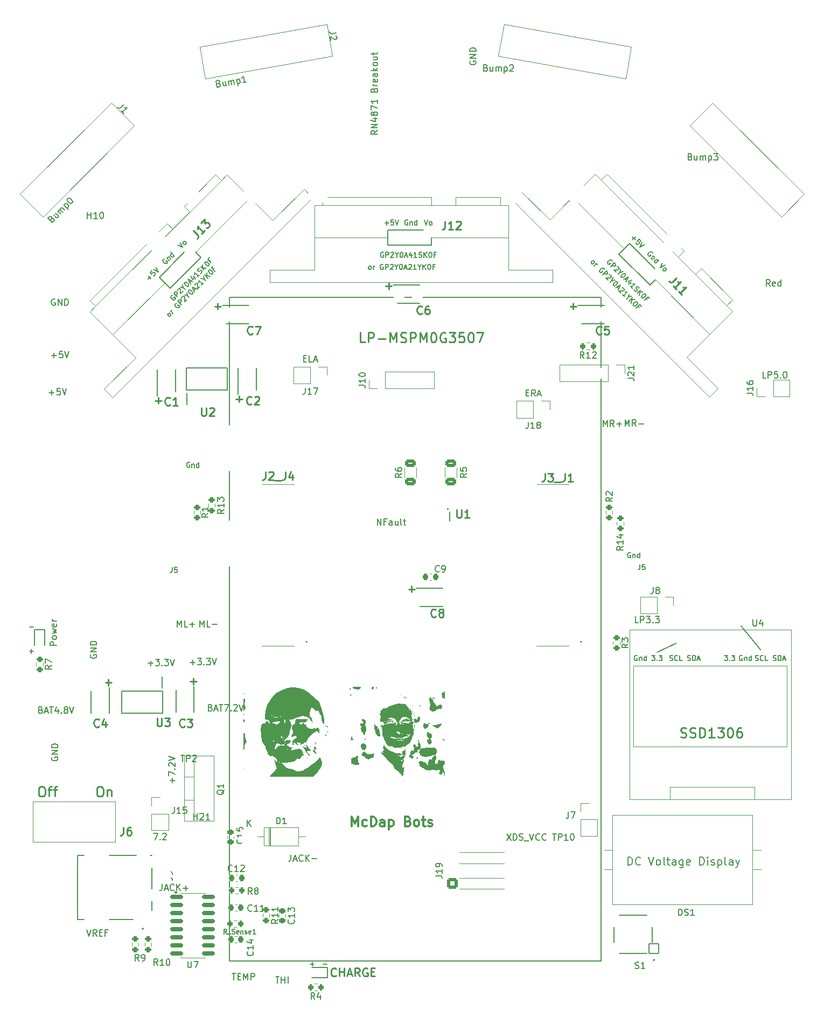
<source format=gto>
G04 #@! TF.GenerationSoftware,KiCad,Pcbnew,8.0.7*
G04 #@! TF.CreationDate,2025-11-10T23:17:30-05:00*
G04 #@! TF.ProjectId,MotorBoardv3_2,4d6f746f-7242-46f6-9172-6476335f322e,V2.0.2b*
G04 #@! TF.SameCoordinates,Original*
G04 #@! TF.FileFunction,Legend,Top*
G04 #@! TF.FilePolarity,Positive*
%FSLAX46Y46*%
G04 Gerber Fmt 4.6, Leading zero omitted, Abs format (unit mm)*
G04 Created by KiCad (PCBNEW 8.0.7) date 2025-11-10 23:17:30*
%MOMM*%
%LPD*%
G01*
G04 APERTURE LIST*
G04 Aperture macros list*
%AMRoundRect*
0 Rectangle with rounded corners*
0 $1 Rounding radius*
0 $2 $3 $4 $5 $6 $7 $8 $9 X,Y pos of 4 corners*
0 Add a 4 corners polygon primitive as box body*
4,1,4,$2,$3,$4,$5,$6,$7,$8,$9,$2,$3,0*
0 Add four circle primitives for the rounded corners*
1,1,$1+$1,$2,$3*
1,1,$1+$1,$4,$5*
1,1,$1+$1,$6,$7*
1,1,$1+$1,$8,$9*
0 Add four rect primitives between the rounded corners*
20,1,$1+$1,$2,$3,$4,$5,0*
20,1,$1+$1,$4,$5,$6,$7,0*
20,1,$1+$1,$6,$7,$8,$9,0*
20,1,$1+$1,$8,$9,$2,$3,0*%
%AMHorizOval*
0 Thick line with rounded ends*
0 $1 width*
0 $2 $3 position (X,Y) of the first rounded end (center of the circle)*
0 $4 $5 position (X,Y) of the second rounded end (center of the circle)*
0 Add line between two ends*
20,1,$1,$2,$3,$4,$5,0*
0 Add two circle primitives to create the rounded ends*
1,1,$1,$2,$3*
1,1,$1,$4,$5*%
%AMRotRect*
0 Rectangle, with rotation*
0 The origin of the aperture is its center*
0 $1 length*
0 $2 width*
0 $3 Rotation angle, in degrees counterclockwise*
0 Add horizontal line*
21,1,$1,$2,0,0,$3*%
G04 Aperture macros list end*
%ADD10C,0.150000*%
%ADD11C,0.254000*%
%ADD12C,0.300000*%
%ADD13C,0.200000*%
%ADD14C,0.120000*%
%ADD15C,0.000000*%
%ADD16C,0.100000*%
%ADD17C,0.177000*%
%ADD18C,0.127000*%
%ADD19R,0.800000X0.800000*%
%ADD20C,3.175000*%
%ADD21C,1.700000*%
%ADD22R,1.700000X1.700000*%
%ADD23O,1.700000X1.700000*%
%ADD24HorizOval,2.032000X0.088213X-0.500282X-0.088213X0.500282X0*%
%ADD25HorizOval,1.778000X0.110267X-0.625353X-0.110267X0.625353X0*%
%ADD26HorizOval,1.778000X0.253613X-1.438312X-0.253613X1.438312X0*%
%ADD27RoundRect,0.200000X-0.200000X-0.275000X0.200000X-0.275000X0.200000X0.275000X-0.200000X0.275000X0*%
%ADD28RoundRect,0.225000X-0.225000X-0.250000X0.225000X-0.250000X0.225000X0.250000X-0.225000X0.250000X0*%
%ADD29RoundRect,0.200000X0.200000X0.275000X-0.200000X0.275000X-0.200000X-0.275000X0.200000X-0.275000X0*%
%ADD30RoundRect,0.200000X0.275000X-0.200000X0.275000X0.200000X-0.275000X0.200000X-0.275000X-0.200000X0*%
%ADD31C,2.000000*%
%ADD32RoundRect,0.250000X0.600000X-0.600000X0.600000X0.600000X-0.600000X0.600000X-0.600000X-0.600000X0*%
%ADD33R,2.300000X1.800000*%
%ADD34RoundRect,0.225000X-0.250000X0.225000X-0.250000X-0.225000X0.250000X-0.225000X0.250000X0.225000X0*%
%ADD35R,2.200000X2.200000*%
%ADD36O,2.200000X2.200000*%
%ADD37RoundRect,0.225000X0.225000X0.250000X-0.225000X0.250000X-0.225000X-0.250000X0.225000X-0.250000X0*%
%ADD38RotRect,1.350000X1.350000X135.000000*%
%ADD39C,1.350000*%
%ADD40R,1.800000X2.300000*%
%ADD41R,2.000000X1.905000*%
%ADD42O,2.000000X1.905000*%
%ADD43R,2.775000X2.775000*%
%ADD44C,2.775000*%
%ADD45RoundRect,0.200000X-0.275000X0.200000X-0.275000X-0.200000X0.275000X-0.200000X0.275000X0.200000X0*%
%ADD46RotRect,1.350000X1.350000X225.000000*%
%ADD47HorizOval,2.032000X0.359210X-0.359210X-0.359210X0.359210X0*%
%ADD48HorizOval,1.778000X0.449013X-0.449013X-0.449013X0.449013X0*%
%ADD49HorizOval,1.778000X1.032729X-1.032729X-1.032729X1.032729X0*%
%ADD50R,3.150000X1.000000*%
%ADD51R,0.450000X1.475000*%
%ADD52R,2.310000X2.460000*%
%ADD53RoundRect,0.150000X-0.825000X-0.150000X0.825000X-0.150000X0.825000X0.150000X-0.825000X0.150000X0*%
%ADD54C,2.904000*%
%ADD55C,3.048000*%
%ADD56O,3.048000X7.366000*%
%ADD57R,1.350000X1.350000*%
%ADD58RoundRect,0.250000X0.625000X-0.312500X0.625000X0.312500X-0.625000X0.312500X-0.625000X-0.312500X0*%
%ADD59R,1.778000X1.778000*%
%ADD60C,1.778000*%
%ADD61RoundRect,0.102000X0.754000X0.754000X-0.754000X0.754000X-0.754000X-0.754000X0.754000X-0.754000X0*%
%ADD62C,1.712000*%
%ADD63R,0.950000X1.750000*%
%ADD64R,3.200000X1.750000*%
%ADD65C,2.200000*%
%ADD66HorizOval,2.032000X-0.359210X-0.359210X0.359210X0.359210X0*%
%ADD67HorizOval,1.778000X-0.449013X-0.449013X0.449013X0.449013X0*%
%ADD68HorizOval,1.778000X-1.032729X-1.032729X1.032729X1.032729X0*%
%ADD69HorizOval,2.032000X-0.088213X-0.500282X0.088213X0.500282X0*%
%ADD70HorizOval,1.778000X-0.110267X-0.625353X0.110267X0.625353X0*%
%ADD71HorizOval,1.778000X-0.253613X-1.438312X0.253613X1.438312X0*%
G04 APERTURE END LIST*
D10*
X94716160Y-171949533D02*
X95325684Y-171949533D01*
X92716160Y-171949533D02*
X93325684Y-171949533D01*
X93020922Y-172254295D02*
X93020922Y-171644771D01*
X150241000Y-121539000D02*
X147193000Y-122936000D01*
X163449000Y-122491500D02*
X160401000Y-118808500D01*
X80010000Y-67183000D02*
X138430000Y-67183000D01*
X138430000Y-171450000D01*
X80010000Y-171450000D01*
X80010000Y-67183000D01*
X52828819Y-121837220D02*
X51828819Y-121837220D01*
X51828819Y-121837220D02*
X51828819Y-121456268D01*
X51828819Y-121456268D02*
X51876438Y-121361030D01*
X51876438Y-121361030D02*
X51924057Y-121313411D01*
X51924057Y-121313411D02*
X52019295Y-121265792D01*
X52019295Y-121265792D02*
X52162152Y-121265792D01*
X52162152Y-121265792D02*
X52257390Y-121313411D01*
X52257390Y-121313411D02*
X52305009Y-121361030D01*
X52305009Y-121361030D02*
X52352628Y-121456268D01*
X52352628Y-121456268D02*
X52352628Y-121837220D01*
X52828819Y-120694363D02*
X52781200Y-120789601D01*
X52781200Y-120789601D02*
X52733580Y-120837220D01*
X52733580Y-120837220D02*
X52638342Y-120884839D01*
X52638342Y-120884839D02*
X52352628Y-120884839D01*
X52352628Y-120884839D02*
X52257390Y-120837220D01*
X52257390Y-120837220D02*
X52209771Y-120789601D01*
X52209771Y-120789601D02*
X52162152Y-120694363D01*
X52162152Y-120694363D02*
X52162152Y-120551506D01*
X52162152Y-120551506D02*
X52209771Y-120456268D01*
X52209771Y-120456268D02*
X52257390Y-120408649D01*
X52257390Y-120408649D02*
X52352628Y-120361030D01*
X52352628Y-120361030D02*
X52638342Y-120361030D01*
X52638342Y-120361030D02*
X52733580Y-120408649D01*
X52733580Y-120408649D02*
X52781200Y-120456268D01*
X52781200Y-120456268D02*
X52828819Y-120551506D01*
X52828819Y-120551506D02*
X52828819Y-120694363D01*
X52162152Y-120027696D02*
X52828819Y-119837220D01*
X52828819Y-119837220D02*
X52352628Y-119646744D01*
X52352628Y-119646744D02*
X52828819Y-119456268D01*
X52828819Y-119456268D02*
X52162152Y-119265792D01*
X52781200Y-118503887D02*
X52828819Y-118599125D01*
X52828819Y-118599125D02*
X52828819Y-118789601D01*
X52828819Y-118789601D02*
X52781200Y-118884839D01*
X52781200Y-118884839D02*
X52685961Y-118932458D01*
X52685961Y-118932458D02*
X52305009Y-118932458D01*
X52305009Y-118932458D02*
X52209771Y-118884839D01*
X52209771Y-118884839D02*
X52162152Y-118789601D01*
X52162152Y-118789601D02*
X52162152Y-118599125D01*
X52162152Y-118599125D02*
X52209771Y-118503887D01*
X52209771Y-118503887D02*
X52305009Y-118456268D01*
X52305009Y-118456268D02*
X52400247Y-118456268D01*
X52400247Y-118456268D02*
X52495485Y-118932458D01*
X52828819Y-118027696D02*
X52162152Y-118027696D01*
X52352628Y-118027696D02*
X52257390Y-117980077D01*
X52257390Y-117980077D02*
X52209771Y-117932458D01*
X52209771Y-117932458D02*
X52162152Y-117837220D01*
X52162152Y-117837220D02*
X52162152Y-117741982D01*
X140179271Y-61482285D02*
X140152333Y-61401473D01*
X140152333Y-61401473D02*
X140071521Y-61320661D01*
X140071521Y-61320661D02*
X139963771Y-61266786D01*
X139963771Y-61266786D02*
X139856022Y-61266786D01*
X139856022Y-61266786D02*
X139775210Y-61293724D01*
X139775210Y-61293724D02*
X139640523Y-61374536D01*
X139640523Y-61374536D02*
X139559710Y-61455348D01*
X139559710Y-61455348D02*
X139478898Y-61590035D01*
X139478898Y-61590035D02*
X139451961Y-61670847D01*
X139451961Y-61670847D02*
X139451961Y-61778597D01*
X139451961Y-61778597D02*
X139505836Y-61886346D01*
X139505836Y-61886346D02*
X139559710Y-61940221D01*
X139559710Y-61940221D02*
X139667460Y-61994096D01*
X139667460Y-61994096D02*
X139721335Y-61994096D01*
X139721335Y-61994096D02*
X139909897Y-61805534D01*
X139909897Y-61805534D02*
X139802147Y-61697785D01*
X139909897Y-62290408D02*
X140475582Y-61724722D01*
X140475582Y-61724722D02*
X140691081Y-61940221D01*
X140691081Y-61940221D02*
X140718019Y-62021033D01*
X140718019Y-62021033D02*
X140718019Y-62074908D01*
X140718019Y-62074908D02*
X140691081Y-62155720D01*
X140691081Y-62155720D02*
X140610269Y-62236533D01*
X140610269Y-62236533D02*
X140529457Y-62263470D01*
X140529457Y-62263470D02*
X140475582Y-62263470D01*
X140475582Y-62263470D02*
X140394770Y-62236533D01*
X140394770Y-62236533D02*
X140179271Y-62021033D01*
X140960455Y-62317345D02*
X141014330Y-62317345D01*
X141014330Y-62317345D02*
X141095142Y-62344282D01*
X141095142Y-62344282D02*
X141229829Y-62478969D01*
X141229829Y-62478969D02*
X141256767Y-62559782D01*
X141256767Y-62559782D02*
X141256767Y-62613656D01*
X141256767Y-62613656D02*
X141229829Y-62694469D01*
X141229829Y-62694469D02*
X141175954Y-62748343D01*
X141175954Y-62748343D02*
X141068205Y-62802218D01*
X141068205Y-62802218D02*
X140421707Y-62802218D01*
X140421707Y-62802218D02*
X140771893Y-63152404D01*
X141391454Y-63233217D02*
X141122080Y-63502591D01*
X141499203Y-62748343D02*
X141391454Y-63233217D01*
X141391454Y-63233217D02*
X141876327Y-63125467D01*
X142172638Y-63421778D02*
X142226513Y-63475653D01*
X142226513Y-63475653D02*
X142253450Y-63556465D01*
X142253450Y-63556465D02*
X142253450Y-63610340D01*
X142253450Y-63610340D02*
X142226513Y-63691152D01*
X142226513Y-63691152D02*
X142145701Y-63825839D01*
X142145701Y-63825839D02*
X142011014Y-63960526D01*
X142011014Y-63960526D02*
X141876327Y-64041339D01*
X141876327Y-64041339D02*
X141795515Y-64068276D01*
X141795515Y-64068276D02*
X141741640Y-64068276D01*
X141741640Y-64068276D02*
X141660828Y-64041339D01*
X141660828Y-64041339D02*
X141606953Y-63987464D01*
X141606953Y-63987464D02*
X141580015Y-63906652D01*
X141580015Y-63906652D02*
X141580015Y-63852777D01*
X141580015Y-63852777D02*
X141606953Y-63771965D01*
X141606953Y-63771965D02*
X141687765Y-63637278D01*
X141687765Y-63637278D02*
X141822452Y-63502591D01*
X141822452Y-63502591D02*
X141957139Y-63421778D01*
X141957139Y-63421778D02*
X142037951Y-63394841D01*
X142037951Y-63394841D02*
X142091826Y-63394841D01*
X142091826Y-63394841D02*
X142172638Y-63421778D01*
X142172638Y-64229901D02*
X142442012Y-64499275D01*
X141957139Y-64337650D02*
X142711386Y-63960527D01*
X142711386Y-63960527D02*
X142334263Y-64714774D01*
X143142385Y-64768648D02*
X142765261Y-65145772D01*
X143223197Y-64418462D02*
X142684449Y-64687836D01*
X142684449Y-64687836D02*
X143034635Y-65038022D01*
X143357884Y-65738395D02*
X143034635Y-65415146D01*
X143196260Y-65576771D02*
X143761945Y-65011085D01*
X143761945Y-65011085D02*
X143627258Y-65038023D01*
X143627258Y-65038023D02*
X143519508Y-65038023D01*
X143519508Y-65038023D02*
X143438696Y-65011085D01*
X143600321Y-65926957D02*
X143654196Y-66034707D01*
X143654196Y-66034707D02*
X143788883Y-66169394D01*
X143788883Y-66169394D02*
X143869695Y-66196331D01*
X143869695Y-66196331D02*
X143923570Y-66196331D01*
X143923570Y-66196331D02*
X144004382Y-66169394D01*
X144004382Y-66169394D02*
X144058257Y-66115519D01*
X144058257Y-66115519D02*
X144085194Y-66034707D01*
X144085194Y-66034707D02*
X144085194Y-65980832D01*
X144085194Y-65980832D02*
X144058257Y-65900020D01*
X144058257Y-65900020D02*
X143977444Y-65765333D01*
X143977444Y-65765333D02*
X143950507Y-65684520D01*
X143950507Y-65684520D02*
X143950507Y-65630646D01*
X143950507Y-65630646D02*
X143977444Y-65549833D01*
X143977444Y-65549833D02*
X144031319Y-65495959D01*
X144031319Y-65495959D02*
X144112131Y-65469021D01*
X144112131Y-65469021D02*
X144166006Y-65469021D01*
X144166006Y-65469021D02*
X144246818Y-65495959D01*
X144246818Y-65495959D02*
X144381505Y-65630646D01*
X144381505Y-65630646D02*
X144435380Y-65738395D01*
X144139069Y-66519580D02*
X144704754Y-65953895D01*
X144462318Y-66842829D02*
X144543130Y-66277143D01*
X145028003Y-66277143D02*
X144381506Y-66277143D01*
X145378189Y-66627330D02*
X145432064Y-66681204D01*
X145432064Y-66681204D02*
X145459002Y-66762017D01*
X145459002Y-66762017D02*
X145459002Y-66815891D01*
X145459002Y-66815891D02*
X145432064Y-66896704D01*
X145432064Y-66896704D02*
X145351252Y-67031391D01*
X145351252Y-67031391D02*
X145216565Y-67166078D01*
X145216565Y-67166078D02*
X145081878Y-67246890D01*
X145081878Y-67246890D02*
X145001066Y-67273827D01*
X145001066Y-67273827D02*
X144947191Y-67273827D01*
X144947191Y-67273827D02*
X144866379Y-67246890D01*
X144866379Y-67246890D02*
X144812504Y-67193015D01*
X144812504Y-67193015D02*
X144785567Y-67112203D01*
X144785567Y-67112203D02*
X144785567Y-67058328D01*
X144785567Y-67058328D02*
X144812504Y-66977516D01*
X144812504Y-66977516D02*
X144893316Y-66842829D01*
X144893316Y-66842829D02*
X145028003Y-66708142D01*
X145028003Y-66708142D02*
X145162690Y-66627330D01*
X145162690Y-66627330D02*
X145243502Y-66600392D01*
X145243502Y-66600392D02*
X145297377Y-66600392D01*
X145297377Y-66600392D02*
X145378189Y-66627330D01*
X145728376Y-67516264D02*
X145539814Y-67327702D01*
X145243503Y-67624014D02*
X145809188Y-67058328D01*
X145809188Y-67058328D02*
X146078562Y-67327702D01*
D11*
X50350247Y-144072283D02*
X50640533Y-144072283D01*
X50640533Y-144072283D02*
X50785676Y-144144854D01*
X50785676Y-144144854D02*
X50930819Y-144289997D01*
X50930819Y-144289997D02*
X51003390Y-144580283D01*
X51003390Y-144580283D02*
X51003390Y-145088283D01*
X51003390Y-145088283D02*
X50930819Y-145378569D01*
X50930819Y-145378569D02*
X50785676Y-145523712D01*
X50785676Y-145523712D02*
X50640533Y-145596283D01*
X50640533Y-145596283D02*
X50350247Y-145596283D01*
X50350247Y-145596283D02*
X50205105Y-145523712D01*
X50205105Y-145523712D02*
X50059962Y-145378569D01*
X50059962Y-145378569D02*
X49987390Y-145088283D01*
X49987390Y-145088283D02*
X49987390Y-144580283D01*
X49987390Y-144580283D02*
X50059962Y-144289997D01*
X50059962Y-144289997D02*
X50205105Y-144144854D01*
X50205105Y-144144854D02*
X50350247Y-144072283D01*
X51438818Y-144580283D02*
X52019390Y-144580283D01*
X51656533Y-145596283D02*
X51656533Y-144289997D01*
X51656533Y-144289997D02*
X51729104Y-144144854D01*
X51729104Y-144144854D02*
X51874247Y-144072283D01*
X51874247Y-144072283D02*
X52019390Y-144072283D01*
X52309675Y-144580283D02*
X52890247Y-144580283D01*
X52527390Y-145596283D02*
X52527390Y-144289997D01*
X52527390Y-144289997D02*
X52599961Y-144144854D01*
X52599961Y-144144854D02*
X52745104Y-144072283D01*
X52745104Y-144072283D02*
X52890247Y-144072283D01*
D10*
X152435112Y-45066009D02*
X152577969Y-45113628D01*
X152577969Y-45113628D02*
X152625588Y-45161247D01*
X152625588Y-45161247D02*
X152673207Y-45256485D01*
X152673207Y-45256485D02*
X152673207Y-45399342D01*
X152673207Y-45399342D02*
X152625588Y-45494580D01*
X152625588Y-45494580D02*
X152577969Y-45542200D01*
X152577969Y-45542200D02*
X152482731Y-45589819D01*
X152482731Y-45589819D02*
X152101779Y-45589819D01*
X152101779Y-45589819D02*
X152101779Y-44589819D01*
X152101779Y-44589819D02*
X152435112Y-44589819D01*
X152435112Y-44589819D02*
X152530350Y-44637438D01*
X152530350Y-44637438D02*
X152577969Y-44685057D01*
X152577969Y-44685057D02*
X152625588Y-44780295D01*
X152625588Y-44780295D02*
X152625588Y-44875533D01*
X152625588Y-44875533D02*
X152577969Y-44970771D01*
X152577969Y-44970771D02*
X152530350Y-45018390D01*
X152530350Y-45018390D02*
X152435112Y-45066009D01*
X152435112Y-45066009D02*
X152101779Y-45066009D01*
X153530350Y-44923152D02*
X153530350Y-45589819D01*
X153101779Y-44923152D02*
X153101779Y-45446961D01*
X153101779Y-45446961D02*
X153149398Y-45542200D01*
X153149398Y-45542200D02*
X153244636Y-45589819D01*
X153244636Y-45589819D02*
X153387493Y-45589819D01*
X153387493Y-45589819D02*
X153482731Y-45542200D01*
X153482731Y-45542200D02*
X153530350Y-45494580D01*
X154006541Y-45589819D02*
X154006541Y-44923152D01*
X154006541Y-45018390D02*
X154054160Y-44970771D01*
X154054160Y-44970771D02*
X154149398Y-44923152D01*
X154149398Y-44923152D02*
X154292255Y-44923152D01*
X154292255Y-44923152D02*
X154387493Y-44970771D01*
X154387493Y-44970771D02*
X154435112Y-45066009D01*
X154435112Y-45066009D02*
X154435112Y-45589819D01*
X154435112Y-45066009D02*
X154482731Y-44970771D01*
X154482731Y-44970771D02*
X154577969Y-44923152D01*
X154577969Y-44923152D02*
X154720826Y-44923152D01*
X154720826Y-44923152D02*
X154816065Y-44970771D01*
X154816065Y-44970771D02*
X154863684Y-45066009D01*
X154863684Y-45066009D02*
X154863684Y-45589819D01*
X155339874Y-44923152D02*
X155339874Y-45923152D01*
X155339874Y-44970771D02*
X155435112Y-44923152D01*
X155435112Y-44923152D02*
X155625588Y-44923152D01*
X155625588Y-44923152D02*
X155720826Y-44970771D01*
X155720826Y-44970771D02*
X155768445Y-45018390D01*
X155768445Y-45018390D02*
X155816064Y-45113628D01*
X155816064Y-45113628D02*
X155816064Y-45399342D01*
X155816064Y-45399342D02*
X155768445Y-45494580D01*
X155768445Y-45494580D02*
X155720826Y-45542200D01*
X155720826Y-45542200D02*
X155625588Y-45589819D01*
X155625588Y-45589819D02*
X155435112Y-45589819D01*
X155435112Y-45589819D02*
X155339874Y-45542200D01*
X156149398Y-44589819D02*
X156768445Y-44589819D01*
X156768445Y-44589819D02*
X156435112Y-44970771D01*
X156435112Y-44970771D02*
X156577969Y-44970771D01*
X156577969Y-44970771D02*
X156673207Y-45018390D01*
X156673207Y-45018390D02*
X156720826Y-45066009D01*
X156720826Y-45066009D02*
X156768445Y-45161247D01*
X156768445Y-45161247D02*
X156768445Y-45399342D01*
X156768445Y-45399342D02*
X156720826Y-45494580D01*
X156720826Y-45494580D02*
X156673207Y-45542200D01*
X156673207Y-45542200D02*
X156577969Y-45589819D01*
X156577969Y-45589819D02*
X156292255Y-45589819D01*
X156292255Y-45589819D02*
X156197017Y-45542200D01*
X156197017Y-45542200D02*
X156149398Y-45494580D01*
X149222064Y-124189200D02*
X149336350Y-124227295D01*
X149336350Y-124227295D02*
X149526826Y-124227295D01*
X149526826Y-124227295D02*
X149603017Y-124189200D01*
X149603017Y-124189200D02*
X149641112Y-124151104D01*
X149641112Y-124151104D02*
X149679207Y-124074914D01*
X149679207Y-124074914D02*
X149679207Y-123998723D01*
X149679207Y-123998723D02*
X149641112Y-123922533D01*
X149641112Y-123922533D02*
X149603017Y-123884438D01*
X149603017Y-123884438D02*
X149526826Y-123846342D01*
X149526826Y-123846342D02*
X149374445Y-123808247D01*
X149374445Y-123808247D02*
X149298255Y-123770152D01*
X149298255Y-123770152D02*
X149260160Y-123732057D01*
X149260160Y-123732057D02*
X149222064Y-123655866D01*
X149222064Y-123655866D02*
X149222064Y-123579676D01*
X149222064Y-123579676D02*
X149260160Y-123503485D01*
X149260160Y-123503485D02*
X149298255Y-123465390D01*
X149298255Y-123465390D02*
X149374445Y-123427295D01*
X149374445Y-123427295D02*
X149564922Y-123427295D01*
X149564922Y-123427295D02*
X149679207Y-123465390D01*
X150479208Y-124151104D02*
X150441112Y-124189200D01*
X150441112Y-124189200D02*
X150326827Y-124227295D01*
X150326827Y-124227295D02*
X150250636Y-124227295D01*
X150250636Y-124227295D02*
X150136350Y-124189200D01*
X150136350Y-124189200D02*
X150060160Y-124113009D01*
X150060160Y-124113009D02*
X150022065Y-124036819D01*
X150022065Y-124036819D02*
X149983969Y-123884438D01*
X149983969Y-123884438D02*
X149983969Y-123770152D01*
X149983969Y-123770152D02*
X150022065Y-123617771D01*
X150022065Y-123617771D02*
X150060160Y-123541580D01*
X150060160Y-123541580D02*
X150136350Y-123465390D01*
X150136350Y-123465390D02*
X150250636Y-123427295D01*
X150250636Y-123427295D02*
X150326827Y-123427295D01*
X150326827Y-123427295D02*
X150441112Y-123465390D01*
X150441112Y-123465390D02*
X150479208Y-123503485D01*
X151203017Y-124227295D02*
X150822065Y-124227295D01*
X150822065Y-124227295D02*
X150822065Y-123427295D01*
X71002731Y-109584295D02*
X71002731Y-110155723D01*
X71002731Y-110155723D02*
X70964636Y-110270009D01*
X70964636Y-110270009D02*
X70888445Y-110346200D01*
X70888445Y-110346200D02*
X70774160Y-110384295D01*
X70774160Y-110384295D02*
X70697969Y-110384295D01*
X71764636Y-109584295D02*
X71383684Y-109584295D01*
X71383684Y-109584295D02*
X71345588Y-109965247D01*
X71345588Y-109965247D02*
X71383684Y-109927152D01*
X71383684Y-109927152D02*
X71459874Y-109889057D01*
X71459874Y-109889057D02*
X71650350Y-109889057D01*
X71650350Y-109889057D02*
X71726541Y-109927152D01*
X71726541Y-109927152D02*
X71764636Y-109965247D01*
X71764636Y-109965247D02*
X71802731Y-110041438D01*
X71802731Y-110041438D02*
X71802731Y-110231914D01*
X71802731Y-110231914D02*
X71764636Y-110308104D01*
X71764636Y-110308104D02*
X71726541Y-110346200D01*
X71726541Y-110346200D02*
X71650350Y-110384295D01*
X71650350Y-110384295D02*
X71459874Y-110384295D01*
X71459874Y-110384295D02*
X71383684Y-110346200D01*
X71383684Y-110346200D02*
X71345588Y-110308104D01*
X104429160Y-55469533D02*
X105038684Y-55469533D01*
X104733922Y-55774295D02*
X104733922Y-55164771D01*
X105800588Y-54974295D02*
X105419636Y-54974295D01*
X105419636Y-54974295D02*
X105381540Y-55355247D01*
X105381540Y-55355247D02*
X105419636Y-55317152D01*
X105419636Y-55317152D02*
X105495826Y-55279057D01*
X105495826Y-55279057D02*
X105686302Y-55279057D01*
X105686302Y-55279057D02*
X105762493Y-55317152D01*
X105762493Y-55317152D02*
X105800588Y-55355247D01*
X105800588Y-55355247D02*
X105838683Y-55431438D01*
X105838683Y-55431438D02*
X105838683Y-55621914D01*
X105838683Y-55621914D02*
X105800588Y-55698104D01*
X105800588Y-55698104D02*
X105762493Y-55736200D01*
X105762493Y-55736200D02*
X105686302Y-55774295D01*
X105686302Y-55774295D02*
X105495826Y-55774295D01*
X105495826Y-55774295D02*
X105419636Y-55736200D01*
X105419636Y-55736200D02*
X105381540Y-55698104D01*
X106067255Y-54974295D02*
X106333922Y-55774295D01*
X106333922Y-55774295D02*
X106600588Y-54974295D01*
X73733207Y-93112390D02*
X73657017Y-93074295D01*
X73657017Y-93074295D02*
X73542731Y-93074295D01*
X73542731Y-93074295D02*
X73428445Y-93112390D01*
X73428445Y-93112390D02*
X73352255Y-93188580D01*
X73352255Y-93188580D02*
X73314160Y-93264771D01*
X73314160Y-93264771D02*
X73276064Y-93417152D01*
X73276064Y-93417152D02*
X73276064Y-93531438D01*
X73276064Y-93531438D02*
X73314160Y-93683819D01*
X73314160Y-93683819D02*
X73352255Y-93760009D01*
X73352255Y-93760009D02*
X73428445Y-93836200D01*
X73428445Y-93836200D02*
X73542731Y-93874295D01*
X73542731Y-93874295D02*
X73618922Y-93874295D01*
X73618922Y-93874295D02*
X73733207Y-93836200D01*
X73733207Y-93836200D02*
X73771303Y-93798104D01*
X73771303Y-93798104D02*
X73771303Y-93531438D01*
X73771303Y-93531438D02*
X73618922Y-93531438D01*
X74114160Y-93340961D02*
X74114160Y-93874295D01*
X74114160Y-93417152D02*
X74152255Y-93379057D01*
X74152255Y-93379057D02*
X74228445Y-93340961D01*
X74228445Y-93340961D02*
X74342731Y-93340961D01*
X74342731Y-93340961D02*
X74418922Y-93379057D01*
X74418922Y-93379057D02*
X74457017Y-93455247D01*
X74457017Y-93455247D02*
X74457017Y-93874295D01*
X75180827Y-93874295D02*
X75180827Y-93074295D01*
X75180827Y-93836200D02*
X75104636Y-93874295D01*
X75104636Y-93874295D02*
X74952255Y-93874295D01*
X74952255Y-93874295D02*
X74876065Y-93836200D01*
X74876065Y-93836200D02*
X74837970Y-93798104D01*
X74837970Y-93798104D02*
X74799874Y-93721914D01*
X74799874Y-93721914D02*
X74799874Y-93493342D01*
X74799874Y-93493342D02*
X74837970Y-93417152D01*
X74837970Y-93417152D02*
X74876065Y-93379057D01*
X74876065Y-93379057D02*
X74952255Y-93340961D01*
X74952255Y-93340961D02*
X75104636Y-93340961D01*
X75104636Y-93340961D02*
X75180827Y-93379057D01*
X48549160Y-118969533D02*
X49158684Y-118969533D01*
X162684064Y-124189200D02*
X162798350Y-124227295D01*
X162798350Y-124227295D02*
X162988826Y-124227295D01*
X162988826Y-124227295D02*
X163065017Y-124189200D01*
X163065017Y-124189200D02*
X163103112Y-124151104D01*
X163103112Y-124151104D02*
X163141207Y-124074914D01*
X163141207Y-124074914D02*
X163141207Y-123998723D01*
X163141207Y-123998723D02*
X163103112Y-123922533D01*
X163103112Y-123922533D02*
X163065017Y-123884438D01*
X163065017Y-123884438D02*
X162988826Y-123846342D01*
X162988826Y-123846342D02*
X162836445Y-123808247D01*
X162836445Y-123808247D02*
X162760255Y-123770152D01*
X162760255Y-123770152D02*
X162722160Y-123732057D01*
X162722160Y-123732057D02*
X162684064Y-123655866D01*
X162684064Y-123655866D02*
X162684064Y-123579676D01*
X162684064Y-123579676D02*
X162722160Y-123503485D01*
X162722160Y-123503485D02*
X162760255Y-123465390D01*
X162760255Y-123465390D02*
X162836445Y-123427295D01*
X162836445Y-123427295D02*
X163026922Y-123427295D01*
X163026922Y-123427295D02*
X163141207Y-123465390D01*
X163941208Y-124151104D02*
X163903112Y-124189200D01*
X163903112Y-124189200D02*
X163788827Y-124227295D01*
X163788827Y-124227295D02*
X163712636Y-124227295D01*
X163712636Y-124227295D02*
X163598350Y-124189200D01*
X163598350Y-124189200D02*
X163522160Y-124113009D01*
X163522160Y-124113009D02*
X163484065Y-124036819D01*
X163484065Y-124036819D02*
X163445969Y-123884438D01*
X163445969Y-123884438D02*
X163445969Y-123770152D01*
X163445969Y-123770152D02*
X163484065Y-123617771D01*
X163484065Y-123617771D02*
X163522160Y-123541580D01*
X163522160Y-123541580D02*
X163598350Y-123465390D01*
X163598350Y-123465390D02*
X163712636Y-123427295D01*
X163712636Y-123427295D02*
X163788827Y-123427295D01*
X163788827Y-123427295D02*
X163903112Y-123465390D01*
X163903112Y-123465390D02*
X163941208Y-123503485D01*
X164665017Y-124227295D02*
X164284065Y-124227295D01*
X164284065Y-124227295D02*
X164284065Y-123427295D01*
X143035207Y-107292390D02*
X142959017Y-107254295D01*
X142959017Y-107254295D02*
X142844731Y-107254295D01*
X142844731Y-107254295D02*
X142730445Y-107292390D01*
X142730445Y-107292390D02*
X142654255Y-107368580D01*
X142654255Y-107368580D02*
X142616160Y-107444771D01*
X142616160Y-107444771D02*
X142578064Y-107597152D01*
X142578064Y-107597152D02*
X142578064Y-107711438D01*
X142578064Y-107711438D02*
X142616160Y-107863819D01*
X142616160Y-107863819D02*
X142654255Y-107940009D01*
X142654255Y-107940009D02*
X142730445Y-108016200D01*
X142730445Y-108016200D02*
X142844731Y-108054295D01*
X142844731Y-108054295D02*
X142920922Y-108054295D01*
X142920922Y-108054295D02*
X143035207Y-108016200D01*
X143035207Y-108016200D02*
X143073303Y-107978104D01*
X143073303Y-107978104D02*
X143073303Y-107711438D01*
X143073303Y-107711438D02*
X142920922Y-107711438D01*
X143416160Y-107520961D02*
X143416160Y-108054295D01*
X143416160Y-107597152D02*
X143454255Y-107559057D01*
X143454255Y-107559057D02*
X143530445Y-107520961D01*
X143530445Y-107520961D02*
X143644731Y-107520961D01*
X143644731Y-107520961D02*
X143720922Y-107559057D01*
X143720922Y-107559057D02*
X143759017Y-107635247D01*
X143759017Y-107635247D02*
X143759017Y-108054295D01*
X144482827Y-108054295D02*
X144482827Y-107254295D01*
X144482827Y-108016200D02*
X144406636Y-108054295D01*
X144406636Y-108054295D02*
X144254255Y-108054295D01*
X144254255Y-108054295D02*
X144178065Y-108016200D01*
X144178065Y-108016200D02*
X144139970Y-107978104D01*
X144139970Y-107978104D02*
X144101874Y-107901914D01*
X144101874Y-107901914D02*
X144101874Y-107673342D01*
X144101874Y-107673342D02*
X144139970Y-107597152D01*
X144139970Y-107597152D02*
X144178065Y-107559057D01*
X144178065Y-107559057D02*
X144254255Y-107520961D01*
X144254255Y-107520961D02*
X144406636Y-107520961D01*
X144406636Y-107520961D02*
X144482827Y-107559057D01*
X108023207Y-55012390D02*
X107947017Y-54974295D01*
X107947017Y-54974295D02*
X107832731Y-54974295D01*
X107832731Y-54974295D02*
X107718445Y-55012390D01*
X107718445Y-55012390D02*
X107642255Y-55088580D01*
X107642255Y-55088580D02*
X107604160Y-55164771D01*
X107604160Y-55164771D02*
X107566064Y-55317152D01*
X107566064Y-55317152D02*
X107566064Y-55431438D01*
X107566064Y-55431438D02*
X107604160Y-55583819D01*
X107604160Y-55583819D02*
X107642255Y-55660009D01*
X107642255Y-55660009D02*
X107718445Y-55736200D01*
X107718445Y-55736200D02*
X107832731Y-55774295D01*
X107832731Y-55774295D02*
X107908922Y-55774295D01*
X107908922Y-55774295D02*
X108023207Y-55736200D01*
X108023207Y-55736200D02*
X108061303Y-55698104D01*
X108061303Y-55698104D02*
X108061303Y-55431438D01*
X108061303Y-55431438D02*
X107908922Y-55431438D01*
X108404160Y-55240961D02*
X108404160Y-55774295D01*
X108404160Y-55317152D02*
X108442255Y-55279057D01*
X108442255Y-55279057D02*
X108518445Y-55240961D01*
X108518445Y-55240961D02*
X108632731Y-55240961D01*
X108632731Y-55240961D02*
X108708922Y-55279057D01*
X108708922Y-55279057D02*
X108747017Y-55355247D01*
X108747017Y-55355247D02*
X108747017Y-55774295D01*
X109470827Y-55774295D02*
X109470827Y-54974295D01*
X109470827Y-55736200D02*
X109394636Y-55774295D01*
X109394636Y-55774295D02*
X109242255Y-55774295D01*
X109242255Y-55774295D02*
X109166065Y-55736200D01*
X109166065Y-55736200D02*
X109127970Y-55698104D01*
X109127970Y-55698104D02*
X109089874Y-55621914D01*
X109089874Y-55621914D02*
X109089874Y-55393342D01*
X109089874Y-55393342D02*
X109127970Y-55317152D01*
X109127970Y-55317152D02*
X109166065Y-55279057D01*
X109166065Y-55279057D02*
X109242255Y-55240961D01*
X109242255Y-55240961D02*
X109394636Y-55240961D01*
X109394636Y-55240961D02*
X109470827Y-55279057D01*
X164992207Y-65401819D02*
X164658874Y-64925628D01*
X164420779Y-65401819D02*
X164420779Y-64401819D01*
X164420779Y-64401819D02*
X164801731Y-64401819D01*
X164801731Y-64401819D02*
X164896969Y-64449438D01*
X164896969Y-64449438D02*
X164944588Y-64497057D01*
X164944588Y-64497057D02*
X164992207Y-64592295D01*
X164992207Y-64592295D02*
X164992207Y-64735152D01*
X164992207Y-64735152D02*
X164944588Y-64830390D01*
X164944588Y-64830390D02*
X164896969Y-64878009D01*
X164896969Y-64878009D02*
X164801731Y-64925628D01*
X164801731Y-64925628D02*
X164420779Y-64925628D01*
X165801731Y-65354200D02*
X165706493Y-65401819D01*
X165706493Y-65401819D02*
X165516017Y-65401819D01*
X165516017Y-65401819D02*
X165420779Y-65354200D01*
X165420779Y-65354200D02*
X165373160Y-65258961D01*
X165373160Y-65258961D02*
X165373160Y-64878009D01*
X165373160Y-64878009D02*
X165420779Y-64782771D01*
X165420779Y-64782771D02*
X165516017Y-64735152D01*
X165516017Y-64735152D02*
X165706493Y-64735152D01*
X165706493Y-64735152D02*
X165801731Y-64782771D01*
X165801731Y-64782771D02*
X165849350Y-64878009D01*
X165849350Y-64878009D02*
X165849350Y-64973247D01*
X165849350Y-64973247D02*
X165373160Y-65068485D01*
X166706493Y-65401819D02*
X166706493Y-64401819D01*
X166706493Y-65354200D02*
X166611255Y-65401819D01*
X166611255Y-65401819D02*
X166420779Y-65401819D01*
X166420779Y-65401819D02*
X166325541Y-65354200D01*
X166325541Y-65354200D02*
X166277922Y-65306580D01*
X166277922Y-65306580D02*
X166230303Y-65211342D01*
X166230303Y-65211342D02*
X166230303Y-64925628D01*
X166230303Y-64925628D02*
X166277922Y-64830390D01*
X166277922Y-64830390D02*
X166325541Y-64782771D01*
X166325541Y-64782771D02*
X166420779Y-64735152D01*
X166420779Y-64735152D02*
X166611255Y-64735152D01*
X166611255Y-64735152D02*
X166706493Y-64782771D01*
X146529271Y-60212285D02*
X146502333Y-60131473D01*
X146502333Y-60131473D02*
X146421521Y-60050661D01*
X146421521Y-60050661D02*
X146313771Y-59996786D01*
X146313771Y-59996786D02*
X146206022Y-59996786D01*
X146206022Y-59996786D02*
X146125210Y-60023724D01*
X146125210Y-60023724D02*
X145990523Y-60104536D01*
X145990523Y-60104536D02*
X145909710Y-60185348D01*
X145909710Y-60185348D02*
X145828898Y-60320035D01*
X145828898Y-60320035D02*
X145801961Y-60400847D01*
X145801961Y-60400847D02*
X145801961Y-60508597D01*
X145801961Y-60508597D02*
X145855836Y-60616346D01*
X145855836Y-60616346D02*
X145909710Y-60670221D01*
X145909710Y-60670221D02*
X146017460Y-60724096D01*
X146017460Y-60724096D02*
X146071335Y-60724096D01*
X146071335Y-60724096D02*
X146259897Y-60535534D01*
X146259897Y-60535534D02*
X146152147Y-60427785D01*
X146637020Y-60643284D02*
X146259897Y-61020408D01*
X146583145Y-60697159D02*
X146637020Y-60697159D01*
X146637020Y-60697159D02*
X146717832Y-60724096D01*
X146717832Y-60724096D02*
X146798645Y-60804908D01*
X146798645Y-60804908D02*
X146825582Y-60885720D01*
X146825582Y-60885720D02*
X146798645Y-60966533D01*
X146798645Y-60966533D02*
X146502333Y-61262844D01*
X147014144Y-61774655D02*
X147579830Y-61208970D01*
X147041082Y-61747718D02*
X146960269Y-61720780D01*
X146960269Y-61720780D02*
X146852520Y-61613031D01*
X146852520Y-61613031D02*
X146825582Y-61532218D01*
X146825582Y-61532218D02*
X146825582Y-61478344D01*
X146825582Y-61478344D02*
X146852520Y-61397531D01*
X146852520Y-61397531D02*
X147014144Y-61235907D01*
X147014144Y-61235907D02*
X147094956Y-61208970D01*
X147094956Y-61208970D02*
X147148831Y-61208970D01*
X147148831Y-61208970D02*
X147229643Y-61235907D01*
X147229643Y-61235907D02*
X147337393Y-61343657D01*
X147337393Y-61343657D02*
X147364330Y-61424469D01*
X144091207Y-123465390D02*
X144015017Y-123427295D01*
X144015017Y-123427295D02*
X143900731Y-123427295D01*
X143900731Y-123427295D02*
X143786445Y-123465390D01*
X143786445Y-123465390D02*
X143710255Y-123541580D01*
X143710255Y-123541580D02*
X143672160Y-123617771D01*
X143672160Y-123617771D02*
X143634064Y-123770152D01*
X143634064Y-123770152D02*
X143634064Y-123884438D01*
X143634064Y-123884438D02*
X143672160Y-124036819D01*
X143672160Y-124036819D02*
X143710255Y-124113009D01*
X143710255Y-124113009D02*
X143786445Y-124189200D01*
X143786445Y-124189200D02*
X143900731Y-124227295D01*
X143900731Y-124227295D02*
X143976922Y-124227295D01*
X143976922Y-124227295D02*
X144091207Y-124189200D01*
X144091207Y-124189200D02*
X144129303Y-124151104D01*
X144129303Y-124151104D02*
X144129303Y-123884438D01*
X144129303Y-123884438D02*
X143976922Y-123884438D01*
X144472160Y-123693961D02*
X144472160Y-124227295D01*
X144472160Y-123770152D02*
X144510255Y-123732057D01*
X144510255Y-123732057D02*
X144586445Y-123693961D01*
X144586445Y-123693961D02*
X144700731Y-123693961D01*
X144700731Y-123693961D02*
X144776922Y-123732057D01*
X144776922Y-123732057D02*
X144815017Y-123808247D01*
X144815017Y-123808247D02*
X144815017Y-124227295D01*
X145538827Y-124227295D02*
X145538827Y-123427295D01*
X145538827Y-124189200D02*
X145462636Y-124227295D01*
X145462636Y-124227295D02*
X145310255Y-124227295D01*
X145310255Y-124227295D02*
X145234065Y-124189200D01*
X145234065Y-124189200D02*
X145195970Y-124151104D01*
X145195970Y-124151104D02*
X145157874Y-124074914D01*
X145157874Y-124074914D02*
X145157874Y-123846342D01*
X145157874Y-123846342D02*
X145195970Y-123770152D01*
X145195970Y-123770152D02*
X145234065Y-123732057D01*
X145234065Y-123732057D02*
X145310255Y-123693961D01*
X145310255Y-123693961D02*
X145462636Y-123693961D01*
X145462636Y-123693961D02*
X145538827Y-123732057D01*
X102003445Y-62759295D02*
X101927255Y-62721200D01*
X101927255Y-62721200D02*
X101889160Y-62683104D01*
X101889160Y-62683104D02*
X101851064Y-62606914D01*
X101851064Y-62606914D02*
X101851064Y-62378342D01*
X101851064Y-62378342D02*
X101889160Y-62302152D01*
X101889160Y-62302152D02*
X101927255Y-62264057D01*
X101927255Y-62264057D02*
X102003445Y-62225961D01*
X102003445Y-62225961D02*
X102117731Y-62225961D01*
X102117731Y-62225961D02*
X102193922Y-62264057D01*
X102193922Y-62264057D02*
X102232017Y-62302152D01*
X102232017Y-62302152D02*
X102270112Y-62378342D01*
X102270112Y-62378342D02*
X102270112Y-62606914D01*
X102270112Y-62606914D02*
X102232017Y-62683104D01*
X102232017Y-62683104D02*
X102193922Y-62721200D01*
X102193922Y-62721200D02*
X102117731Y-62759295D01*
X102117731Y-62759295D02*
X102003445Y-62759295D01*
X102612970Y-62759295D02*
X102612970Y-62225961D01*
X102612970Y-62378342D02*
X102651065Y-62302152D01*
X102651065Y-62302152D02*
X102689160Y-62264057D01*
X102689160Y-62264057D02*
X102765351Y-62225961D01*
X102765351Y-62225961D02*
X102841541Y-62225961D01*
X104136779Y-61997390D02*
X104060589Y-61959295D01*
X104060589Y-61959295D02*
X103946303Y-61959295D01*
X103946303Y-61959295D02*
X103832017Y-61997390D01*
X103832017Y-61997390D02*
X103755827Y-62073580D01*
X103755827Y-62073580D02*
X103717732Y-62149771D01*
X103717732Y-62149771D02*
X103679636Y-62302152D01*
X103679636Y-62302152D02*
X103679636Y-62416438D01*
X103679636Y-62416438D02*
X103717732Y-62568819D01*
X103717732Y-62568819D02*
X103755827Y-62645009D01*
X103755827Y-62645009D02*
X103832017Y-62721200D01*
X103832017Y-62721200D02*
X103946303Y-62759295D01*
X103946303Y-62759295D02*
X104022494Y-62759295D01*
X104022494Y-62759295D02*
X104136779Y-62721200D01*
X104136779Y-62721200D02*
X104174875Y-62683104D01*
X104174875Y-62683104D02*
X104174875Y-62416438D01*
X104174875Y-62416438D02*
X104022494Y-62416438D01*
X104517732Y-62759295D02*
X104517732Y-61959295D01*
X104517732Y-61959295D02*
X104822494Y-61959295D01*
X104822494Y-61959295D02*
X104898684Y-61997390D01*
X104898684Y-61997390D02*
X104936779Y-62035485D01*
X104936779Y-62035485D02*
X104974875Y-62111676D01*
X104974875Y-62111676D02*
X104974875Y-62225961D01*
X104974875Y-62225961D02*
X104936779Y-62302152D01*
X104936779Y-62302152D02*
X104898684Y-62340247D01*
X104898684Y-62340247D02*
X104822494Y-62378342D01*
X104822494Y-62378342D02*
X104517732Y-62378342D01*
X105279636Y-62035485D02*
X105317732Y-61997390D01*
X105317732Y-61997390D02*
X105393922Y-61959295D01*
X105393922Y-61959295D02*
X105584398Y-61959295D01*
X105584398Y-61959295D02*
X105660589Y-61997390D01*
X105660589Y-61997390D02*
X105698684Y-62035485D01*
X105698684Y-62035485D02*
X105736779Y-62111676D01*
X105736779Y-62111676D02*
X105736779Y-62187866D01*
X105736779Y-62187866D02*
X105698684Y-62302152D01*
X105698684Y-62302152D02*
X105241541Y-62759295D01*
X105241541Y-62759295D02*
X105736779Y-62759295D01*
X106232018Y-62378342D02*
X106232018Y-62759295D01*
X105965351Y-61959295D02*
X106232018Y-62378342D01*
X106232018Y-62378342D02*
X106498684Y-61959295D01*
X106917732Y-61959295D02*
X106993922Y-61959295D01*
X106993922Y-61959295D02*
X107070113Y-61997390D01*
X107070113Y-61997390D02*
X107108208Y-62035485D01*
X107108208Y-62035485D02*
X107146303Y-62111676D01*
X107146303Y-62111676D02*
X107184398Y-62264057D01*
X107184398Y-62264057D02*
X107184398Y-62454533D01*
X107184398Y-62454533D02*
X107146303Y-62606914D01*
X107146303Y-62606914D02*
X107108208Y-62683104D01*
X107108208Y-62683104D02*
X107070113Y-62721200D01*
X107070113Y-62721200D02*
X106993922Y-62759295D01*
X106993922Y-62759295D02*
X106917732Y-62759295D01*
X106917732Y-62759295D02*
X106841541Y-62721200D01*
X106841541Y-62721200D02*
X106803446Y-62683104D01*
X106803446Y-62683104D02*
X106765351Y-62606914D01*
X106765351Y-62606914D02*
X106727255Y-62454533D01*
X106727255Y-62454533D02*
X106727255Y-62264057D01*
X106727255Y-62264057D02*
X106765351Y-62111676D01*
X106765351Y-62111676D02*
X106803446Y-62035485D01*
X106803446Y-62035485D02*
X106841541Y-61997390D01*
X106841541Y-61997390D02*
X106917732Y-61959295D01*
X107489160Y-62530723D02*
X107870113Y-62530723D01*
X107412970Y-62759295D02*
X107679637Y-61959295D01*
X107679637Y-61959295D02*
X107946303Y-62759295D01*
X108174874Y-62035485D02*
X108212970Y-61997390D01*
X108212970Y-61997390D02*
X108289160Y-61959295D01*
X108289160Y-61959295D02*
X108479636Y-61959295D01*
X108479636Y-61959295D02*
X108555827Y-61997390D01*
X108555827Y-61997390D02*
X108593922Y-62035485D01*
X108593922Y-62035485D02*
X108632017Y-62111676D01*
X108632017Y-62111676D02*
X108632017Y-62187866D01*
X108632017Y-62187866D02*
X108593922Y-62302152D01*
X108593922Y-62302152D02*
X108136779Y-62759295D01*
X108136779Y-62759295D02*
X108632017Y-62759295D01*
X109393922Y-62759295D02*
X108936779Y-62759295D01*
X109165351Y-62759295D02*
X109165351Y-61959295D01*
X109165351Y-61959295D02*
X109089160Y-62073580D01*
X109089160Y-62073580D02*
X109012970Y-62149771D01*
X109012970Y-62149771D02*
X108936779Y-62187866D01*
X109889161Y-62378342D02*
X109889161Y-62759295D01*
X109622494Y-61959295D02*
X109889161Y-62378342D01*
X109889161Y-62378342D02*
X110155827Y-61959295D01*
X110422494Y-62759295D02*
X110422494Y-61959295D01*
X110879637Y-62759295D02*
X110536779Y-62302152D01*
X110879637Y-61959295D02*
X110422494Y-62416438D01*
X111374875Y-61959295D02*
X111451065Y-61959295D01*
X111451065Y-61959295D02*
X111527256Y-61997390D01*
X111527256Y-61997390D02*
X111565351Y-62035485D01*
X111565351Y-62035485D02*
X111603446Y-62111676D01*
X111603446Y-62111676D02*
X111641541Y-62264057D01*
X111641541Y-62264057D02*
X111641541Y-62454533D01*
X111641541Y-62454533D02*
X111603446Y-62606914D01*
X111603446Y-62606914D02*
X111565351Y-62683104D01*
X111565351Y-62683104D02*
X111527256Y-62721200D01*
X111527256Y-62721200D02*
X111451065Y-62759295D01*
X111451065Y-62759295D02*
X111374875Y-62759295D01*
X111374875Y-62759295D02*
X111298684Y-62721200D01*
X111298684Y-62721200D02*
X111260589Y-62683104D01*
X111260589Y-62683104D02*
X111222494Y-62606914D01*
X111222494Y-62606914D02*
X111184398Y-62454533D01*
X111184398Y-62454533D02*
X111184398Y-62264057D01*
X111184398Y-62264057D02*
X111222494Y-62111676D01*
X111222494Y-62111676D02*
X111260589Y-62035485D01*
X111260589Y-62035485D02*
X111298684Y-61997390D01*
X111298684Y-61997390D02*
X111374875Y-61959295D01*
X112251065Y-62340247D02*
X111984399Y-62340247D01*
X111984399Y-62759295D02*
X111984399Y-61959295D01*
X111984399Y-61959295D02*
X112365351Y-61959295D01*
X69737285Y-61115728D02*
X69656473Y-61142666D01*
X69656473Y-61142666D02*
X69575661Y-61223478D01*
X69575661Y-61223478D02*
X69521786Y-61331228D01*
X69521786Y-61331228D02*
X69521786Y-61438977D01*
X69521786Y-61438977D02*
X69548724Y-61519789D01*
X69548724Y-61519789D02*
X69629536Y-61654476D01*
X69629536Y-61654476D02*
X69710348Y-61735289D01*
X69710348Y-61735289D02*
X69845035Y-61816101D01*
X69845035Y-61816101D02*
X69925847Y-61843038D01*
X69925847Y-61843038D02*
X70033597Y-61843038D01*
X70033597Y-61843038D02*
X70141346Y-61789163D01*
X70141346Y-61789163D02*
X70195221Y-61735289D01*
X70195221Y-61735289D02*
X70249096Y-61627539D01*
X70249096Y-61627539D02*
X70249096Y-61573664D01*
X70249096Y-61573664D02*
X70060534Y-61385102D01*
X70060534Y-61385102D02*
X69952785Y-61492852D01*
X70168284Y-61007979D02*
X70545408Y-61385102D01*
X70222159Y-61061854D02*
X70222159Y-61007979D01*
X70222159Y-61007979D02*
X70249096Y-60927167D01*
X70249096Y-60927167D02*
X70329908Y-60846354D01*
X70329908Y-60846354D02*
X70410720Y-60819417D01*
X70410720Y-60819417D02*
X70491533Y-60846354D01*
X70491533Y-60846354D02*
X70787844Y-61142666D01*
X71299655Y-60630855D02*
X70733970Y-60065169D01*
X71272718Y-60603917D02*
X71245780Y-60684730D01*
X71245780Y-60684730D02*
X71138031Y-60792479D01*
X71138031Y-60792479D02*
X71057218Y-60819417D01*
X71057218Y-60819417D02*
X71003344Y-60819417D01*
X71003344Y-60819417D02*
X70922531Y-60792479D01*
X70922531Y-60792479D02*
X70760907Y-60630855D01*
X70760907Y-60630855D02*
X70733970Y-60550043D01*
X70733970Y-60550043D02*
X70733970Y-60496168D01*
X70733970Y-60496168D02*
X70760907Y-60415356D01*
X70760907Y-60415356D02*
X70868657Y-60307606D01*
X70868657Y-60307606D02*
X70949469Y-60280669D01*
D12*
X99233510Y-150295828D02*
X99233510Y-148795828D01*
X99233510Y-148795828D02*
X99733510Y-149867257D01*
X99733510Y-149867257D02*
X100233510Y-148795828D01*
X100233510Y-148795828D02*
X100233510Y-150295828D01*
X101590654Y-150224400D02*
X101447796Y-150295828D01*
X101447796Y-150295828D02*
X101162082Y-150295828D01*
X101162082Y-150295828D02*
X101019225Y-150224400D01*
X101019225Y-150224400D02*
X100947796Y-150152971D01*
X100947796Y-150152971D02*
X100876368Y-150010114D01*
X100876368Y-150010114D02*
X100876368Y-149581542D01*
X100876368Y-149581542D02*
X100947796Y-149438685D01*
X100947796Y-149438685D02*
X101019225Y-149367257D01*
X101019225Y-149367257D02*
X101162082Y-149295828D01*
X101162082Y-149295828D02*
X101447796Y-149295828D01*
X101447796Y-149295828D02*
X101590654Y-149367257D01*
X102233510Y-150295828D02*
X102233510Y-148795828D01*
X102233510Y-148795828D02*
X102590653Y-148795828D01*
X102590653Y-148795828D02*
X102804939Y-148867257D01*
X102804939Y-148867257D02*
X102947796Y-149010114D01*
X102947796Y-149010114D02*
X103019225Y-149152971D01*
X103019225Y-149152971D02*
X103090653Y-149438685D01*
X103090653Y-149438685D02*
X103090653Y-149652971D01*
X103090653Y-149652971D02*
X103019225Y-149938685D01*
X103019225Y-149938685D02*
X102947796Y-150081542D01*
X102947796Y-150081542D02*
X102804939Y-150224400D01*
X102804939Y-150224400D02*
X102590653Y-150295828D01*
X102590653Y-150295828D02*
X102233510Y-150295828D01*
X104376368Y-150295828D02*
X104376368Y-149510114D01*
X104376368Y-149510114D02*
X104304939Y-149367257D01*
X104304939Y-149367257D02*
X104162082Y-149295828D01*
X104162082Y-149295828D02*
X103876368Y-149295828D01*
X103876368Y-149295828D02*
X103733510Y-149367257D01*
X104376368Y-150224400D02*
X104233510Y-150295828D01*
X104233510Y-150295828D02*
X103876368Y-150295828D01*
X103876368Y-150295828D02*
X103733510Y-150224400D01*
X103733510Y-150224400D02*
X103662082Y-150081542D01*
X103662082Y-150081542D02*
X103662082Y-149938685D01*
X103662082Y-149938685D02*
X103733510Y-149795828D01*
X103733510Y-149795828D02*
X103876368Y-149724400D01*
X103876368Y-149724400D02*
X104233510Y-149724400D01*
X104233510Y-149724400D02*
X104376368Y-149652971D01*
X105090653Y-149295828D02*
X105090653Y-150795828D01*
X105090653Y-149367257D02*
X105233511Y-149295828D01*
X105233511Y-149295828D02*
X105519225Y-149295828D01*
X105519225Y-149295828D02*
X105662082Y-149367257D01*
X105662082Y-149367257D02*
X105733511Y-149438685D01*
X105733511Y-149438685D02*
X105804939Y-149581542D01*
X105804939Y-149581542D02*
X105804939Y-150010114D01*
X105804939Y-150010114D02*
X105733511Y-150152971D01*
X105733511Y-150152971D02*
X105662082Y-150224400D01*
X105662082Y-150224400D02*
X105519225Y-150295828D01*
X105519225Y-150295828D02*
X105233511Y-150295828D01*
X105233511Y-150295828D02*
X105090653Y-150224400D01*
X108090653Y-149510114D02*
X108304939Y-149581542D01*
X108304939Y-149581542D02*
X108376368Y-149652971D01*
X108376368Y-149652971D02*
X108447796Y-149795828D01*
X108447796Y-149795828D02*
X108447796Y-150010114D01*
X108447796Y-150010114D02*
X108376368Y-150152971D01*
X108376368Y-150152971D02*
X108304939Y-150224400D01*
X108304939Y-150224400D02*
X108162082Y-150295828D01*
X108162082Y-150295828D02*
X107590653Y-150295828D01*
X107590653Y-150295828D02*
X107590653Y-148795828D01*
X107590653Y-148795828D02*
X108090653Y-148795828D01*
X108090653Y-148795828D02*
X108233511Y-148867257D01*
X108233511Y-148867257D02*
X108304939Y-148938685D01*
X108304939Y-148938685D02*
X108376368Y-149081542D01*
X108376368Y-149081542D02*
X108376368Y-149224400D01*
X108376368Y-149224400D02*
X108304939Y-149367257D01*
X108304939Y-149367257D02*
X108233511Y-149438685D01*
X108233511Y-149438685D02*
X108090653Y-149510114D01*
X108090653Y-149510114D02*
X107590653Y-149510114D01*
X109304939Y-150295828D02*
X109162082Y-150224400D01*
X109162082Y-150224400D02*
X109090653Y-150152971D01*
X109090653Y-150152971D02*
X109019225Y-150010114D01*
X109019225Y-150010114D02*
X109019225Y-149581542D01*
X109019225Y-149581542D02*
X109090653Y-149438685D01*
X109090653Y-149438685D02*
X109162082Y-149367257D01*
X109162082Y-149367257D02*
X109304939Y-149295828D01*
X109304939Y-149295828D02*
X109519225Y-149295828D01*
X109519225Y-149295828D02*
X109662082Y-149367257D01*
X109662082Y-149367257D02*
X109733511Y-149438685D01*
X109733511Y-149438685D02*
X109804939Y-149581542D01*
X109804939Y-149581542D02*
X109804939Y-150010114D01*
X109804939Y-150010114D02*
X109733511Y-150152971D01*
X109733511Y-150152971D02*
X109662082Y-150224400D01*
X109662082Y-150224400D02*
X109519225Y-150295828D01*
X109519225Y-150295828D02*
X109304939Y-150295828D01*
X110233511Y-149295828D02*
X110804939Y-149295828D01*
X110447796Y-148795828D02*
X110447796Y-150081542D01*
X110447796Y-150081542D02*
X110519225Y-150224400D01*
X110519225Y-150224400D02*
X110662082Y-150295828D01*
X110662082Y-150295828D02*
X110804939Y-150295828D01*
X111233511Y-150224400D02*
X111376368Y-150295828D01*
X111376368Y-150295828D02*
X111662082Y-150295828D01*
X111662082Y-150295828D02*
X111804939Y-150224400D01*
X111804939Y-150224400D02*
X111876368Y-150081542D01*
X111876368Y-150081542D02*
X111876368Y-150010114D01*
X111876368Y-150010114D02*
X111804939Y-149867257D01*
X111804939Y-149867257D02*
X111662082Y-149795828D01*
X111662082Y-149795828D02*
X111447797Y-149795828D01*
X111447797Y-149795828D02*
X111304939Y-149724400D01*
X111304939Y-149724400D02*
X111233511Y-149581542D01*
X111233511Y-149581542D02*
X111233511Y-149510114D01*
X111233511Y-149510114D02*
X111304939Y-149367257D01*
X111304939Y-149367257D02*
X111447797Y-149295828D01*
X111447797Y-149295828D02*
X111662082Y-149295828D01*
X111662082Y-149295828D02*
X111804939Y-149367257D01*
D10*
X71007285Y-66830728D02*
X70926473Y-66857666D01*
X70926473Y-66857666D02*
X70845661Y-66938478D01*
X70845661Y-66938478D02*
X70791786Y-67046228D01*
X70791786Y-67046228D02*
X70791786Y-67153977D01*
X70791786Y-67153977D02*
X70818724Y-67234789D01*
X70818724Y-67234789D02*
X70899536Y-67369476D01*
X70899536Y-67369476D02*
X70980348Y-67450289D01*
X70980348Y-67450289D02*
X71115035Y-67531101D01*
X71115035Y-67531101D02*
X71195847Y-67558038D01*
X71195847Y-67558038D02*
X71303597Y-67558038D01*
X71303597Y-67558038D02*
X71411346Y-67504163D01*
X71411346Y-67504163D02*
X71465221Y-67450289D01*
X71465221Y-67450289D02*
X71519096Y-67342539D01*
X71519096Y-67342539D02*
X71519096Y-67288664D01*
X71519096Y-67288664D02*
X71330534Y-67100102D01*
X71330534Y-67100102D02*
X71222785Y-67207852D01*
X71815408Y-67100102D02*
X71249722Y-66534417D01*
X71249722Y-66534417D02*
X71465221Y-66318918D01*
X71465221Y-66318918D02*
X71546033Y-66291980D01*
X71546033Y-66291980D02*
X71599908Y-66291980D01*
X71599908Y-66291980D02*
X71680720Y-66318918D01*
X71680720Y-66318918D02*
X71761533Y-66399730D01*
X71761533Y-66399730D02*
X71788470Y-66480542D01*
X71788470Y-66480542D02*
X71788470Y-66534417D01*
X71788470Y-66534417D02*
X71761533Y-66615229D01*
X71761533Y-66615229D02*
X71546033Y-66830728D01*
X71842345Y-66049544D02*
X71842345Y-65995669D01*
X71842345Y-65995669D02*
X71869282Y-65914857D01*
X71869282Y-65914857D02*
X72003969Y-65780170D01*
X72003969Y-65780170D02*
X72084782Y-65753232D01*
X72084782Y-65753232D02*
X72138656Y-65753232D01*
X72138656Y-65753232D02*
X72219469Y-65780170D01*
X72219469Y-65780170D02*
X72273343Y-65834045D01*
X72273343Y-65834045D02*
X72327218Y-65941794D01*
X72327218Y-65941794D02*
X72327218Y-66588292D01*
X72327218Y-66588292D02*
X72677404Y-66238106D01*
X72758217Y-65618545D02*
X73027591Y-65887919D01*
X72273343Y-65510796D02*
X72758217Y-65618545D01*
X72758217Y-65618545D02*
X72650467Y-65133672D01*
X72946778Y-64837361D02*
X73000653Y-64783486D01*
X73000653Y-64783486D02*
X73081465Y-64756549D01*
X73081465Y-64756549D02*
X73135340Y-64756549D01*
X73135340Y-64756549D02*
X73216152Y-64783486D01*
X73216152Y-64783486D02*
X73350839Y-64864298D01*
X73350839Y-64864298D02*
X73485526Y-64998985D01*
X73485526Y-64998985D02*
X73566339Y-65133672D01*
X73566339Y-65133672D02*
X73593276Y-65214484D01*
X73593276Y-65214484D02*
X73593276Y-65268359D01*
X73593276Y-65268359D02*
X73566339Y-65349171D01*
X73566339Y-65349171D02*
X73512464Y-65403046D01*
X73512464Y-65403046D02*
X73431652Y-65429984D01*
X73431652Y-65429984D02*
X73377777Y-65429984D01*
X73377777Y-65429984D02*
X73296965Y-65403046D01*
X73296965Y-65403046D02*
X73162278Y-65322234D01*
X73162278Y-65322234D02*
X73027591Y-65187547D01*
X73027591Y-65187547D02*
X72946778Y-65052860D01*
X72946778Y-65052860D02*
X72919841Y-64972048D01*
X72919841Y-64972048D02*
X72919841Y-64918173D01*
X72919841Y-64918173D02*
X72946778Y-64837361D01*
X73754901Y-64837361D02*
X74024275Y-64567987D01*
X73862650Y-65052860D02*
X73485527Y-64298613D01*
X73485527Y-64298613D02*
X74239774Y-64675736D01*
X74293648Y-63867614D02*
X74670772Y-64244738D01*
X73943462Y-63786802D02*
X74212836Y-64325550D01*
X74212836Y-64325550D02*
X74563022Y-63975364D01*
X75263395Y-63652115D02*
X74940146Y-63975364D01*
X75101771Y-63813739D02*
X74536085Y-63248054D01*
X74536085Y-63248054D02*
X74563023Y-63382741D01*
X74563023Y-63382741D02*
X74563023Y-63490491D01*
X74563023Y-63490491D02*
X74536085Y-63571303D01*
X75451957Y-63409678D02*
X75559707Y-63355803D01*
X75559707Y-63355803D02*
X75694394Y-63221116D01*
X75694394Y-63221116D02*
X75721331Y-63140304D01*
X75721331Y-63140304D02*
X75721331Y-63086429D01*
X75721331Y-63086429D02*
X75694394Y-63005617D01*
X75694394Y-63005617D02*
X75640519Y-62951742D01*
X75640519Y-62951742D02*
X75559707Y-62924805D01*
X75559707Y-62924805D02*
X75505832Y-62924805D01*
X75505832Y-62924805D02*
X75425020Y-62951742D01*
X75425020Y-62951742D02*
X75290333Y-63032555D01*
X75290333Y-63032555D02*
X75209520Y-63059492D01*
X75209520Y-63059492D02*
X75155646Y-63059492D01*
X75155646Y-63059492D02*
X75074833Y-63032555D01*
X75074833Y-63032555D02*
X75020959Y-62978680D01*
X75020959Y-62978680D02*
X74994021Y-62897868D01*
X74994021Y-62897868D02*
X74994021Y-62843993D01*
X74994021Y-62843993D02*
X75020959Y-62763181D01*
X75020959Y-62763181D02*
X75155646Y-62628494D01*
X75155646Y-62628494D02*
X75263395Y-62574619D01*
X76044580Y-62870930D02*
X75478895Y-62305245D01*
X76367829Y-62547681D02*
X75802143Y-62466869D01*
X75802143Y-61981996D02*
X75802143Y-62628493D01*
X76152330Y-61631810D02*
X76206204Y-61577935D01*
X76206204Y-61577935D02*
X76287017Y-61550997D01*
X76287017Y-61550997D02*
X76340891Y-61550997D01*
X76340891Y-61550997D02*
X76421704Y-61577935D01*
X76421704Y-61577935D02*
X76556391Y-61658747D01*
X76556391Y-61658747D02*
X76691078Y-61793434D01*
X76691078Y-61793434D02*
X76771890Y-61928121D01*
X76771890Y-61928121D02*
X76798827Y-62008933D01*
X76798827Y-62008933D02*
X76798827Y-62062808D01*
X76798827Y-62062808D02*
X76771890Y-62143620D01*
X76771890Y-62143620D02*
X76718015Y-62197495D01*
X76718015Y-62197495D02*
X76637203Y-62224432D01*
X76637203Y-62224432D02*
X76583328Y-62224432D01*
X76583328Y-62224432D02*
X76502516Y-62197495D01*
X76502516Y-62197495D02*
X76367829Y-62116683D01*
X76367829Y-62116683D02*
X76233142Y-61981996D01*
X76233142Y-61981996D02*
X76152330Y-61847309D01*
X76152330Y-61847309D02*
X76125392Y-61766497D01*
X76125392Y-61766497D02*
X76125392Y-61712622D01*
X76125392Y-61712622D02*
X76152330Y-61631810D01*
X77041264Y-61281623D02*
X76852702Y-61470185D01*
X77149014Y-61766496D02*
X76583328Y-61200811D01*
X76583328Y-61200811D02*
X76852702Y-60931437D01*
X117812438Y-30021904D02*
X117764819Y-30117142D01*
X117764819Y-30117142D02*
X117764819Y-30259999D01*
X117764819Y-30259999D02*
X117812438Y-30402856D01*
X117812438Y-30402856D02*
X117907676Y-30498094D01*
X117907676Y-30498094D02*
X118002914Y-30545713D01*
X118002914Y-30545713D02*
X118193390Y-30593332D01*
X118193390Y-30593332D02*
X118336247Y-30593332D01*
X118336247Y-30593332D02*
X118526723Y-30545713D01*
X118526723Y-30545713D02*
X118621961Y-30498094D01*
X118621961Y-30498094D02*
X118717200Y-30402856D01*
X118717200Y-30402856D02*
X118764819Y-30259999D01*
X118764819Y-30259999D02*
X118764819Y-30164761D01*
X118764819Y-30164761D02*
X118717200Y-30021904D01*
X118717200Y-30021904D02*
X118669580Y-29974285D01*
X118669580Y-29974285D02*
X118336247Y-29974285D01*
X118336247Y-29974285D02*
X118336247Y-30164761D01*
X118764819Y-29545713D02*
X117764819Y-29545713D01*
X117764819Y-29545713D02*
X118764819Y-28974285D01*
X118764819Y-28974285D02*
X117764819Y-28974285D01*
X118764819Y-28498094D02*
X117764819Y-28498094D01*
X117764819Y-28498094D02*
X117764819Y-28259999D01*
X117764819Y-28259999D02*
X117812438Y-28117142D01*
X117812438Y-28117142D02*
X117907676Y-28021904D01*
X117907676Y-28021904D02*
X118002914Y-27974285D01*
X118002914Y-27974285D02*
X118193390Y-27926666D01*
X118193390Y-27926666D02*
X118336247Y-27926666D01*
X118336247Y-27926666D02*
X118526723Y-27974285D01*
X118526723Y-27974285D02*
X118621961Y-28021904D01*
X118621961Y-28021904D02*
X118717200Y-28117142D01*
X118717200Y-28117142D02*
X118764819Y-28259999D01*
X118764819Y-28259999D02*
X118764819Y-28498094D01*
X144544731Y-109154295D02*
X144544731Y-109725723D01*
X144544731Y-109725723D02*
X144506636Y-109840009D01*
X144506636Y-109840009D02*
X144430445Y-109916200D01*
X144430445Y-109916200D02*
X144316160Y-109954295D01*
X144316160Y-109954295D02*
X144239969Y-109954295D01*
X145306636Y-109154295D02*
X144925684Y-109154295D01*
X144925684Y-109154295D02*
X144887588Y-109535247D01*
X144887588Y-109535247D02*
X144925684Y-109497152D01*
X144925684Y-109497152D02*
X145001874Y-109459057D01*
X145001874Y-109459057D02*
X145192350Y-109459057D01*
X145192350Y-109459057D02*
X145268541Y-109497152D01*
X145268541Y-109497152D02*
X145306636Y-109535247D01*
X145306636Y-109535247D02*
X145344731Y-109611438D01*
X145344731Y-109611438D02*
X145344731Y-109801914D01*
X145344731Y-109801914D02*
X145306636Y-109878104D01*
X145306636Y-109878104D02*
X145268541Y-109916200D01*
X145268541Y-109916200D02*
X145192350Y-109954295D01*
X145192350Y-109954295D02*
X145001874Y-109954295D01*
X145001874Y-109954295D02*
X144925684Y-109916200D01*
X144925684Y-109916200D02*
X144887588Y-109878104D01*
X160601207Y-123465390D02*
X160525017Y-123427295D01*
X160525017Y-123427295D02*
X160410731Y-123427295D01*
X160410731Y-123427295D02*
X160296445Y-123465390D01*
X160296445Y-123465390D02*
X160220255Y-123541580D01*
X160220255Y-123541580D02*
X160182160Y-123617771D01*
X160182160Y-123617771D02*
X160144064Y-123770152D01*
X160144064Y-123770152D02*
X160144064Y-123884438D01*
X160144064Y-123884438D02*
X160182160Y-124036819D01*
X160182160Y-124036819D02*
X160220255Y-124113009D01*
X160220255Y-124113009D02*
X160296445Y-124189200D01*
X160296445Y-124189200D02*
X160410731Y-124227295D01*
X160410731Y-124227295D02*
X160486922Y-124227295D01*
X160486922Y-124227295D02*
X160601207Y-124189200D01*
X160601207Y-124189200D02*
X160639303Y-124151104D01*
X160639303Y-124151104D02*
X160639303Y-123884438D01*
X160639303Y-123884438D02*
X160486922Y-123884438D01*
X160982160Y-123693961D02*
X160982160Y-124227295D01*
X160982160Y-123770152D02*
X161020255Y-123732057D01*
X161020255Y-123732057D02*
X161096445Y-123693961D01*
X161096445Y-123693961D02*
X161210731Y-123693961D01*
X161210731Y-123693961D02*
X161286922Y-123732057D01*
X161286922Y-123732057D02*
X161325017Y-123808247D01*
X161325017Y-123808247D02*
X161325017Y-124227295D01*
X162048827Y-124227295D02*
X162048827Y-123427295D01*
X162048827Y-124189200D02*
X161972636Y-124227295D01*
X161972636Y-124227295D02*
X161820255Y-124227295D01*
X161820255Y-124227295D02*
X161744065Y-124189200D01*
X161744065Y-124189200D02*
X161705970Y-124151104D01*
X161705970Y-124151104D02*
X161667874Y-124074914D01*
X161667874Y-124074914D02*
X161667874Y-123846342D01*
X161667874Y-123846342D02*
X161705970Y-123770152D01*
X161705970Y-123770152D02*
X161744065Y-123732057D01*
X161744065Y-123732057D02*
X161820255Y-123693961D01*
X161820255Y-123693961D02*
X161972636Y-123693961D01*
X161972636Y-123693961D02*
X162048827Y-123732057D01*
X110664874Y-54974295D02*
X110931541Y-55774295D01*
X110931541Y-55774295D02*
X111198207Y-54974295D01*
X111579159Y-55774295D02*
X111502969Y-55736200D01*
X111502969Y-55736200D02*
X111464874Y-55698104D01*
X111464874Y-55698104D02*
X111426778Y-55621914D01*
X111426778Y-55621914D02*
X111426778Y-55393342D01*
X111426778Y-55393342D02*
X111464874Y-55317152D01*
X111464874Y-55317152D02*
X111502969Y-55279057D01*
X111502969Y-55279057D02*
X111579159Y-55240961D01*
X111579159Y-55240961D02*
X111693445Y-55240961D01*
X111693445Y-55240961D02*
X111769636Y-55279057D01*
X111769636Y-55279057D02*
X111807731Y-55317152D01*
X111807731Y-55317152D02*
X111845826Y-55393342D01*
X111845826Y-55393342D02*
X111845826Y-55621914D01*
X111845826Y-55621914D02*
X111807731Y-55698104D01*
X111807731Y-55698104D02*
X111769636Y-55736200D01*
X111769636Y-55736200D02*
X111693445Y-55774295D01*
X111693445Y-55774295D02*
X111579159Y-55774295D01*
X152016064Y-124189200D02*
X152130350Y-124227295D01*
X152130350Y-124227295D02*
X152320826Y-124227295D01*
X152320826Y-124227295D02*
X152397017Y-124189200D01*
X152397017Y-124189200D02*
X152435112Y-124151104D01*
X152435112Y-124151104D02*
X152473207Y-124074914D01*
X152473207Y-124074914D02*
X152473207Y-123998723D01*
X152473207Y-123998723D02*
X152435112Y-123922533D01*
X152435112Y-123922533D02*
X152397017Y-123884438D01*
X152397017Y-123884438D02*
X152320826Y-123846342D01*
X152320826Y-123846342D02*
X152168445Y-123808247D01*
X152168445Y-123808247D02*
X152092255Y-123770152D01*
X152092255Y-123770152D02*
X152054160Y-123732057D01*
X152054160Y-123732057D02*
X152016064Y-123655866D01*
X152016064Y-123655866D02*
X152016064Y-123579676D01*
X152016064Y-123579676D02*
X152054160Y-123503485D01*
X152054160Y-123503485D02*
X152092255Y-123465390D01*
X152092255Y-123465390D02*
X152168445Y-123427295D01*
X152168445Y-123427295D02*
X152358922Y-123427295D01*
X152358922Y-123427295D02*
X152473207Y-123465390D01*
X152816065Y-124227295D02*
X152816065Y-123427295D01*
X152816065Y-123427295D02*
X153006541Y-123427295D01*
X153006541Y-123427295D02*
X153120827Y-123465390D01*
X153120827Y-123465390D02*
X153197017Y-123541580D01*
X153197017Y-123541580D02*
X153235112Y-123617771D01*
X153235112Y-123617771D02*
X153273208Y-123770152D01*
X153273208Y-123770152D02*
X153273208Y-123884438D01*
X153273208Y-123884438D02*
X153235112Y-124036819D01*
X153235112Y-124036819D02*
X153197017Y-124113009D01*
X153197017Y-124113009D02*
X153120827Y-124189200D01*
X153120827Y-124189200D02*
X153006541Y-124227295D01*
X153006541Y-124227295D02*
X152816065Y-124227295D01*
X153577969Y-123998723D02*
X153958922Y-123998723D01*
X153501779Y-124227295D02*
X153768446Y-123427295D01*
X153768446Y-123427295D02*
X154035112Y-124227295D01*
X103264819Y-40945715D02*
X102788628Y-41279048D01*
X103264819Y-41517143D02*
X102264819Y-41517143D01*
X102264819Y-41517143D02*
X102264819Y-41136191D01*
X102264819Y-41136191D02*
X102312438Y-41040953D01*
X102312438Y-41040953D02*
X102360057Y-40993334D01*
X102360057Y-40993334D02*
X102455295Y-40945715D01*
X102455295Y-40945715D02*
X102598152Y-40945715D01*
X102598152Y-40945715D02*
X102693390Y-40993334D01*
X102693390Y-40993334D02*
X102741009Y-41040953D01*
X102741009Y-41040953D02*
X102788628Y-41136191D01*
X102788628Y-41136191D02*
X102788628Y-41517143D01*
X103264819Y-40517143D02*
X102264819Y-40517143D01*
X102264819Y-40517143D02*
X103264819Y-39945715D01*
X103264819Y-39945715D02*
X102264819Y-39945715D01*
X102598152Y-39040953D02*
X103264819Y-39040953D01*
X102217200Y-39279048D02*
X102931485Y-39517143D01*
X102931485Y-39517143D02*
X102931485Y-38898096D01*
X102693390Y-38374286D02*
X102645771Y-38469524D01*
X102645771Y-38469524D02*
X102598152Y-38517143D01*
X102598152Y-38517143D02*
X102502914Y-38564762D01*
X102502914Y-38564762D02*
X102455295Y-38564762D01*
X102455295Y-38564762D02*
X102360057Y-38517143D01*
X102360057Y-38517143D02*
X102312438Y-38469524D01*
X102312438Y-38469524D02*
X102264819Y-38374286D01*
X102264819Y-38374286D02*
X102264819Y-38183810D01*
X102264819Y-38183810D02*
X102312438Y-38088572D01*
X102312438Y-38088572D02*
X102360057Y-38040953D01*
X102360057Y-38040953D02*
X102455295Y-37993334D01*
X102455295Y-37993334D02*
X102502914Y-37993334D01*
X102502914Y-37993334D02*
X102598152Y-38040953D01*
X102598152Y-38040953D02*
X102645771Y-38088572D01*
X102645771Y-38088572D02*
X102693390Y-38183810D01*
X102693390Y-38183810D02*
X102693390Y-38374286D01*
X102693390Y-38374286D02*
X102741009Y-38469524D01*
X102741009Y-38469524D02*
X102788628Y-38517143D01*
X102788628Y-38517143D02*
X102883866Y-38564762D01*
X102883866Y-38564762D02*
X103074342Y-38564762D01*
X103074342Y-38564762D02*
X103169580Y-38517143D01*
X103169580Y-38517143D02*
X103217200Y-38469524D01*
X103217200Y-38469524D02*
X103264819Y-38374286D01*
X103264819Y-38374286D02*
X103264819Y-38183810D01*
X103264819Y-38183810D02*
X103217200Y-38088572D01*
X103217200Y-38088572D02*
X103169580Y-38040953D01*
X103169580Y-38040953D02*
X103074342Y-37993334D01*
X103074342Y-37993334D02*
X102883866Y-37993334D01*
X102883866Y-37993334D02*
X102788628Y-38040953D01*
X102788628Y-38040953D02*
X102741009Y-38088572D01*
X102741009Y-38088572D02*
X102693390Y-38183810D01*
X102264819Y-37660000D02*
X102264819Y-36993334D01*
X102264819Y-36993334D02*
X103264819Y-37421905D01*
X103264819Y-36088572D02*
X103264819Y-36660000D01*
X103264819Y-36374286D02*
X102264819Y-36374286D01*
X102264819Y-36374286D02*
X102407676Y-36469524D01*
X102407676Y-36469524D02*
X102502914Y-36564762D01*
X102502914Y-36564762D02*
X102550533Y-36660000D01*
X102741009Y-34564762D02*
X102788628Y-34421905D01*
X102788628Y-34421905D02*
X102836247Y-34374286D01*
X102836247Y-34374286D02*
X102931485Y-34326667D01*
X102931485Y-34326667D02*
X103074342Y-34326667D01*
X103074342Y-34326667D02*
X103169580Y-34374286D01*
X103169580Y-34374286D02*
X103217200Y-34421905D01*
X103217200Y-34421905D02*
X103264819Y-34517143D01*
X103264819Y-34517143D02*
X103264819Y-34898095D01*
X103264819Y-34898095D02*
X102264819Y-34898095D01*
X102264819Y-34898095D02*
X102264819Y-34564762D01*
X102264819Y-34564762D02*
X102312438Y-34469524D01*
X102312438Y-34469524D02*
X102360057Y-34421905D01*
X102360057Y-34421905D02*
X102455295Y-34374286D01*
X102455295Y-34374286D02*
X102550533Y-34374286D01*
X102550533Y-34374286D02*
X102645771Y-34421905D01*
X102645771Y-34421905D02*
X102693390Y-34469524D01*
X102693390Y-34469524D02*
X102741009Y-34564762D01*
X102741009Y-34564762D02*
X102741009Y-34898095D01*
X103264819Y-33898095D02*
X102598152Y-33898095D01*
X102788628Y-33898095D02*
X102693390Y-33850476D01*
X102693390Y-33850476D02*
X102645771Y-33802857D01*
X102645771Y-33802857D02*
X102598152Y-33707619D01*
X102598152Y-33707619D02*
X102598152Y-33612381D01*
X103217200Y-32898095D02*
X103264819Y-32993333D01*
X103264819Y-32993333D02*
X103264819Y-33183809D01*
X103264819Y-33183809D02*
X103217200Y-33279047D01*
X103217200Y-33279047D02*
X103121961Y-33326666D01*
X103121961Y-33326666D02*
X102741009Y-33326666D01*
X102741009Y-33326666D02*
X102645771Y-33279047D01*
X102645771Y-33279047D02*
X102598152Y-33183809D01*
X102598152Y-33183809D02*
X102598152Y-32993333D01*
X102598152Y-32993333D02*
X102645771Y-32898095D01*
X102645771Y-32898095D02*
X102741009Y-32850476D01*
X102741009Y-32850476D02*
X102836247Y-32850476D01*
X102836247Y-32850476D02*
X102931485Y-33326666D01*
X103264819Y-31993333D02*
X102741009Y-31993333D01*
X102741009Y-31993333D02*
X102645771Y-32040952D01*
X102645771Y-32040952D02*
X102598152Y-32136190D01*
X102598152Y-32136190D02*
X102598152Y-32326666D01*
X102598152Y-32326666D02*
X102645771Y-32421904D01*
X103217200Y-31993333D02*
X103264819Y-32088571D01*
X103264819Y-32088571D02*
X103264819Y-32326666D01*
X103264819Y-32326666D02*
X103217200Y-32421904D01*
X103217200Y-32421904D02*
X103121961Y-32469523D01*
X103121961Y-32469523D02*
X103026723Y-32469523D01*
X103026723Y-32469523D02*
X102931485Y-32421904D01*
X102931485Y-32421904D02*
X102883866Y-32326666D01*
X102883866Y-32326666D02*
X102883866Y-32088571D01*
X102883866Y-32088571D02*
X102836247Y-31993333D01*
X103264819Y-31517142D02*
X102264819Y-31517142D01*
X102883866Y-31421904D02*
X103264819Y-31136190D01*
X102598152Y-31136190D02*
X102979104Y-31517142D01*
X103264819Y-30564761D02*
X103217200Y-30659999D01*
X103217200Y-30659999D02*
X103169580Y-30707618D01*
X103169580Y-30707618D02*
X103074342Y-30755237D01*
X103074342Y-30755237D02*
X102788628Y-30755237D01*
X102788628Y-30755237D02*
X102693390Y-30707618D01*
X102693390Y-30707618D02*
X102645771Y-30659999D01*
X102645771Y-30659999D02*
X102598152Y-30564761D01*
X102598152Y-30564761D02*
X102598152Y-30421904D01*
X102598152Y-30421904D02*
X102645771Y-30326666D01*
X102645771Y-30326666D02*
X102693390Y-30279047D01*
X102693390Y-30279047D02*
X102788628Y-30231428D01*
X102788628Y-30231428D02*
X103074342Y-30231428D01*
X103074342Y-30231428D02*
X103169580Y-30279047D01*
X103169580Y-30279047D02*
X103217200Y-30326666D01*
X103217200Y-30326666D02*
X103264819Y-30421904D01*
X103264819Y-30421904D02*
X103264819Y-30564761D01*
X102598152Y-29374285D02*
X103264819Y-29374285D01*
X102598152Y-29802856D02*
X103121961Y-29802856D01*
X103121961Y-29802856D02*
X103217200Y-29755237D01*
X103217200Y-29755237D02*
X103264819Y-29659999D01*
X103264819Y-29659999D02*
X103264819Y-29517142D01*
X103264819Y-29517142D02*
X103217200Y-29421904D01*
X103217200Y-29421904D02*
X103169580Y-29374285D01*
X102598152Y-29040951D02*
X102598152Y-28659999D01*
X102264819Y-28898094D02*
X103121961Y-28898094D01*
X103121961Y-28898094D02*
X103217200Y-28850475D01*
X103217200Y-28850475D02*
X103264819Y-28755237D01*
X103264819Y-28755237D02*
X103264819Y-28659999D01*
X136885023Y-61805534D02*
X136858086Y-61724722D01*
X136858086Y-61724722D02*
X136858086Y-61670847D01*
X136858086Y-61670847D02*
X136885023Y-61590035D01*
X136885023Y-61590035D02*
X137046648Y-61428411D01*
X137046648Y-61428411D02*
X137127460Y-61401473D01*
X137127460Y-61401473D02*
X137181335Y-61401473D01*
X137181335Y-61401473D02*
X137262147Y-61428411D01*
X137262147Y-61428411D02*
X137342959Y-61509223D01*
X137342959Y-61509223D02*
X137369897Y-61590035D01*
X137369897Y-61590035D02*
X137369897Y-61643910D01*
X137369897Y-61643910D02*
X137342959Y-61724722D01*
X137342959Y-61724722D02*
X137181335Y-61886346D01*
X137181335Y-61886346D02*
X137100523Y-61913284D01*
X137100523Y-61913284D02*
X137046648Y-61913284D01*
X137046648Y-61913284D02*
X136965836Y-61886346D01*
X136965836Y-61886346D02*
X136885023Y-61805534D01*
X137316022Y-62236533D02*
X137693146Y-61859409D01*
X137585396Y-61967159D02*
X137666208Y-61940222D01*
X137666208Y-61940222D02*
X137720083Y-61940222D01*
X137720083Y-61940222D02*
X137800895Y-61967159D01*
X137800895Y-61967159D02*
X137854770Y-62021034D01*
X138932266Y-62775281D02*
X138905329Y-62694469D01*
X138905329Y-62694469D02*
X138824517Y-62613657D01*
X138824517Y-62613657D02*
X138716767Y-62559782D01*
X138716767Y-62559782D02*
X138609017Y-62559782D01*
X138609017Y-62559782D02*
X138528205Y-62586719D01*
X138528205Y-62586719D02*
X138393518Y-62667532D01*
X138393518Y-62667532D02*
X138312706Y-62748344D01*
X138312706Y-62748344D02*
X138231894Y-62883031D01*
X138231894Y-62883031D02*
X138204956Y-62963843D01*
X138204956Y-62963843D02*
X138204956Y-63071593D01*
X138204956Y-63071593D02*
X138258831Y-63179342D01*
X138258831Y-63179342D02*
X138312706Y-63233217D01*
X138312706Y-63233217D02*
X138420456Y-63287092D01*
X138420456Y-63287092D02*
X138474330Y-63287092D01*
X138474330Y-63287092D02*
X138662892Y-63098530D01*
X138662892Y-63098530D02*
X138555143Y-62990780D01*
X138662892Y-63583403D02*
X139228578Y-63017718D01*
X139228578Y-63017718D02*
X139444077Y-63233217D01*
X139444077Y-63233217D02*
X139471014Y-63314029D01*
X139471014Y-63314029D02*
X139471014Y-63367904D01*
X139471014Y-63367904D02*
X139444077Y-63448716D01*
X139444077Y-63448716D02*
X139363265Y-63529528D01*
X139363265Y-63529528D02*
X139282452Y-63556466D01*
X139282452Y-63556466D02*
X139228578Y-63556466D01*
X139228578Y-63556466D02*
X139147765Y-63529528D01*
X139147765Y-63529528D02*
X138932266Y-63314029D01*
X139713451Y-63610341D02*
X139767326Y-63610341D01*
X139767326Y-63610341D02*
X139848138Y-63637278D01*
X139848138Y-63637278D02*
X139982825Y-63771965D01*
X139982825Y-63771965D02*
X140009762Y-63852777D01*
X140009762Y-63852777D02*
X140009762Y-63906652D01*
X140009762Y-63906652D02*
X139982825Y-63987464D01*
X139982825Y-63987464D02*
X139928950Y-64041339D01*
X139928950Y-64041339D02*
X139821201Y-64095214D01*
X139821201Y-64095214D02*
X139174703Y-64095214D01*
X139174703Y-64095214D02*
X139524889Y-64445400D01*
X140144450Y-64526212D02*
X139875075Y-64795586D01*
X140252199Y-64041339D02*
X140144450Y-64526212D01*
X140144450Y-64526212D02*
X140629323Y-64418463D01*
X140925634Y-64714774D02*
X140979509Y-64768649D01*
X140979509Y-64768649D02*
X141006446Y-64849461D01*
X141006446Y-64849461D02*
X141006446Y-64903336D01*
X141006446Y-64903336D02*
X140979509Y-64984148D01*
X140979509Y-64984148D02*
X140898697Y-65118835D01*
X140898697Y-65118835D02*
X140764010Y-65253522D01*
X140764010Y-65253522D02*
X140629323Y-65334334D01*
X140629323Y-65334334D02*
X140548510Y-65361272D01*
X140548510Y-65361272D02*
X140494636Y-65361272D01*
X140494636Y-65361272D02*
X140413823Y-65334334D01*
X140413823Y-65334334D02*
X140359949Y-65280459D01*
X140359949Y-65280459D02*
X140333011Y-65199647D01*
X140333011Y-65199647D02*
X140333011Y-65145772D01*
X140333011Y-65145772D02*
X140359949Y-65064960D01*
X140359949Y-65064960D02*
X140440761Y-64930273D01*
X140440761Y-64930273D02*
X140575448Y-64795586D01*
X140575448Y-64795586D02*
X140710135Y-64714774D01*
X140710135Y-64714774D02*
X140790947Y-64687837D01*
X140790947Y-64687837D02*
X140844822Y-64687837D01*
X140844822Y-64687837D02*
X140925634Y-64714774D01*
X140925634Y-65522896D02*
X141195008Y-65792270D01*
X140710135Y-65630646D02*
X141464382Y-65253522D01*
X141464382Y-65253522D02*
X141087259Y-66007769D01*
X141760693Y-65657583D02*
X141814568Y-65657583D01*
X141814568Y-65657583D02*
X141895380Y-65684520D01*
X141895380Y-65684520D02*
X142030067Y-65819207D01*
X142030067Y-65819207D02*
X142057005Y-65900020D01*
X142057005Y-65900020D02*
X142057005Y-65953894D01*
X142057005Y-65953894D02*
X142030067Y-66034707D01*
X142030067Y-66034707D02*
X141976193Y-66088581D01*
X141976193Y-66088581D02*
X141868443Y-66142456D01*
X141868443Y-66142456D02*
X141221945Y-66142456D01*
X141221945Y-66142456D02*
X141572132Y-66492642D01*
X142110880Y-67031391D02*
X141787631Y-66708142D01*
X141949255Y-66869766D02*
X142514941Y-66304081D01*
X142514941Y-66304081D02*
X142380254Y-66331018D01*
X142380254Y-66331018D02*
X142272504Y-66331018D01*
X142272504Y-66331018D02*
X142191692Y-66304081D01*
X142730440Y-67112203D02*
X142461066Y-67381577D01*
X142838190Y-66627330D02*
X142730440Y-67112203D01*
X142730440Y-67112203D02*
X143215313Y-67004453D01*
X142838190Y-67758700D02*
X143403875Y-67193015D01*
X143161438Y-68081949D02*
X143242251Y-67516264D01*
X143727124Y-67516264D02*
X143080626Y-67516264D01*
X144077310Y-67866450D02*
X144131185Y-67920325D01*
X144131185Y-67920325D02*
X144158122Y-68001137D01*
X144158122Y-68001137D02*
X144158122Y-68055012D01*
X144158122Y-68055012D02*
X144131185Y-68135824D01*
X144131185Y-68135824D02*
X144050373Y-68270511D01*
X144050373Y-68270511D02*
X143915686Y-68405198D01*
X143915686Y-68405198D02*
X143780999Y-68486010D01*
X143780999Y-68486010D02*
X143700186Y-68512948D01*
X143700186Y-68512948D02*
X143646312Y-68512948D01*
X143646312Y-68512948D02*
X143565499Y-68486010D01*
X143565499Y-68486010D02*
X143511625Y-68432135D01*
X143511625Y-68432135D02*
X143484687Y-68351323D01*
X143484687Y-68351323D02*
X143484687Y-68297448D01*
X143484687Y-68297448D02*
X143511625Y-68216636D01*
X143511625Y-68216636D02*
X143592437Y-68081949D01*
X143592437Y-68081949D02*
X143727124Y-67947262D01*
X143727124Y-67947262D02*
X143861811Y-67866450D01*
X143861811Y-67866450D02*
X143942623Y-67839513D01*
X143942623Y-67839513D02*
X143996498Y-67839513D01*
X143996498Y-67839513D02*
X144077310Y-67866450D01*
X144427496Y-68755384D02*
X144238935Y-68566823D01*
X143942623Y-68863134D02*
X144508309Y-68297449D01*
X144508309Y-68297449D02*
X144777683Y-68566823D01*
X58176438Y-123316904D02*
X58128819Y-123412142D01*
X58128819Y-123412142D02*
X58128819Y-123554999D01*
X58128819Y-123554999D02*
X58176438Y-123697856D01*
X58176438Y-123697856D02*
X58271676Y-123793094D01*
X58271676Y-123793094D02*
X58366914Y-123840713D01*
X58366914Y-123840713D02*
X58557390Y-123888332D01*
X58557390Y-123888332D02*
X58700247Y-123888332D01*
X58700247Y-123888332D02*
X58890723Y-123840713D01*
X58890723Y-123840713D02*
X58985961Y-123793094D01*
X58985961Y-123793094D02*
X59081200Y-123697856D01*
X59081200Y-123697856D02*
X59128819Y-123554999D01*
X59128819Y-123554999D02*
X59128819Y-123459761D01*
X59128819Y-123459761D02*
X59081200Y-123316904D01*
X59081200Y-123316904D02*
X59033580Y-123269285D01*
X59033580Y-123269285D02*
X58700247Y-123269285D01*
X58700247Y-123269285D02*
X58700247Y-123459761D01*
X59128819Y-122840713D02*
X58128819Y-122840713D01*
X58128819Y-122840713D02*
X59128819Y-122269285D01*
X59128819Y-122269285D02*
X58128819Y-122269285D01*
X59128819Y-121793094D02*
X58128819Y-121793094D01*
X58128819Y-121793094D02*
X58128819Y-121554999D01*
X58128819Y-121554999D02*
X58176438Y-121412142D01*
X58176438Y-121412142D02*
X58271676Y-121316904D01*
X58271676Y-121316904D02*
X58366914Y-121269285D01*
X58366914Y-121269285D02*
X58557390Y-121221666D01*
X58557390Y-121221666D02*
X58700247Y-121221666D01*
X58700247Y-121221666D02*
X58890723Y-121269285D01*
X58890723Y-121269285D02*
X58985961Y-121316904D01*
X58985961Y-121316904D02*
X59081200Y-121412142D01*
X59081200Y-121412142D02*
X59128819Y-121554999D01*
X59128819Y-121554999D02*
X59128819Y-121793094D01*
X157819969Y-123427295D02*
X158315207Y-123427295D01*
X158315207Y-123427295D02*
X158048541Y-123732057D01*
X158048541Y-123732057D02*
X158162826Y-123732057D01*
X158162826Y-123732057D02*
X158239017Y-123770152D01*
X158239017Y-123770152D02*
X158277112Y-123808247D01*
X158277112Y-123808247D02*
X158315207Y-123884438D01*
X158315207Y-123884438D02*
X158315207Y-124074914D01*
X158315207Y-124074914D02*
X158277112Y-124151104D01*
X158277112Y-124151104D02*
X158239017Y-124189200D01*
X158239017Y-124189200D02*
X158162826Y-124227295D01*
X158162826Y-124227295D02*
X157934255Y-124227295D01*
X157934255Y-124227295D02*
X157858064Y-124189200D01*
X157858064Y-124189200D02*
X157819969Y-124151104D01*
X158658065Y-124151104D02*
X158696160Y-124189200D01*
X158696160Y-124189200D02*
X158658065Y-124227295D01*
X158658065Y-124227295D02*
X158619969Y-124189200D01*
X158619969Y-124189200D02*
X158658065Y-124151104D01*
X158658065Y-124151104D02*
X158658065Y-124227295D01*
X158962826Y-123427295D02*
X159458064Y-123427295D01*
X159458064Y-123427295D02*
X159191398Y-123732057D01*
X159191398Y-123732057D02*
X159305683Y-123732057D01*
X159305683Y-123732057D02*
X159381874Y-123770152D01*
X159381874Y-123770152D02*
X159419969Y-123808247D01*
X159419969Y-123808247D02*
X159458064Y-123884438D01*
X159458064Y-123884438D02*
X159458064Y-124074914D01*
X159458064Y-124074914D02*
X159419969Y-124151104D01*
X159419969Y-124151104D02*
X159381874Y-124189200D01*
X159381874Y-124189200D02*
X159305683Y-124227295D01*
X159305683Y-124227295D02*
X159077112Y-124227295D01*
X159077112Y-124227295D02*
X159000921Y-124189200D01*
X159000921Y-124189200D02*
X158962826Y-124151104D01*
X120304112Y-31096009D02*
X120446969Y-31143628D01*
X120446969Y-31143628D02*
X120494588Y-31191247D01*
X120494588Y-31191247D02*
X120542207Y-31286485D01*
X120542207Y-31286485D02*
X120542207Y-31429342D01*
X120542207Y-31429342D02*
X120494588Y-31524580D01*
X120494588Y-31524580D02*
X120446969Y-31572200D01*
X120446969Y-31572200D02*
X120351731Y-31619819D01*
X120351731Y-31619819D02*
X119970779Y-31619819D01*
X119970779Y-31619819D02*
X119970779Y-30619819D01*
X119970779Y-30619819D02*
X120304112Y-30619819D01*
X120304112Y-30619819D02*
X120399350Y-30667438D01*
X120399350Y-30667438D02*
X120446969Y-30715057D01*
X120446969Y-30715057D02*
X120494588Y-30810295D01*
X120494588Y-30810295D02*
X120494588Y-30905533D01*
X120494588Y-30905533D02*
X120446969Y-31000771D01*
X120446969Y-31000771D02*
X120399350Y-31048390D01*
X120399350Y-31048390D02*
X120304112Y-31096009D01*
X120304112Y-31096009D02*
X119970779Y-31096009D01*
X121399350Y-30953152D02*
X121399350Y-31619819D01*
X120970779Y-30953152D02*
X120970779Y-31476961D01*
X120970779Y-31476961D02*
X121018398Y-31572200D01*
X121018398Y-31572200D02*
X121113636Y-31619819D01*
X121113636Y-31619819D02*
X121256493Y-31619819D01*
X121256493Y-31619819D02*
X121351731Y-31572200D01*
X121351731Y-31572200D02*
X121399350Y-31524580D01*
X121875541Y-31619819D02*
X121875541Y-30953152D01*
X121875541Y-31048390D02*
X121923160Y-31000771D01*
X121923160Y-31000771D02*
X122018398Y-30953152D01*
X122018398Y-30953152D02*
X122161255Y-30953152D01*
X122161255Y-30953152D02*
X122256493Y-31000771D01*
X122256493Y-31000771D02*
X122304112Y-31096009D01*
X122304112Y-31096009D02*
X122304112Y-31619819D01*
X122304112Y-31096009D02*
X122351731Y-31000771D01*
X122351731Y-31000771D02*
X122446969Y-30953152D01*
X122446969Y-30953152D02*
X122589826Y-30953152D01*
X122589826Y-30953152D02*
X122685065Y-31000771D01*
X122685065Y-31000771D02*
X122732684Y-31096009D01*
X122732684Y-31096009D02*
X122732684Y-31619819D01*
X123208874Y-30953152D02*
X123208874Y-31953152D01*
X123208874Y-31000771D02*
X123304112Y-30953152D01*
X123304112Y-30953152D02*
X123494588Y-30953152D01*
X123494588Y-30953152D02*
X123589826Y-31000771D01*
X123589826Y-31000771D02*
X123637445Y-31048390D01*
X123637445Y-31048390D02*
X123685064Y-31143628D01*
X123685064Y-31143628D02*
X123685064Y-31429342D01*
X123685064Y-31429342D02*
X123637445Y-31524580D01*
X123637445Y-31524580D02*
X123589826Y-31572200D01*
X123589826Y-31572200D02*
X123494588Y-31619819D01*
X123494588Y-31619819D02*
X123304112Y-31619819D01*
X123304112Y-31619819D02*
X123208874Y-31572200D01*
X124066017Y-30715057D02*
X124113636Y-30667438D01*
X124113636Y-30667438D02*
X124208874Y-30619819D01*
X124208874Y-30619819D02*
X124446969Y-30619819D01*
X124446969Y-30619819D02*
X124542207Y-30667438D01*
X124542207Y-30667438D02*
X124589826Y-30715057D01*
X124589826Y-30715057D02*
X124637445Y-30810295D01*
X124637445Y-30810295D02*
X124637445Y-30905533D01*
X124637445Y-30905533D02*
X124589826Y-31048390D01*
X124589826Y-31048390D02*
X124018398Y-31619819D01*
X124018398Y-31619819D02*
X124637445Y-31619819D01*
X104213207Y-60092390D02*
X104137017Y-60054295D01*
X104137017Y-60054295D02*
X104022731Y-60054295D01*
X104022731Y-60054295D02*
X103908445Y-60092390D01*
X103908445Y-60092390D02*
X103832255Y-60168580D01*
X103832255Y-60168580D02*
X103794160Y-60244771D01*
X103794160Y-60244771D02*
X103756064Y-60397152D01*
X103756064Y-60397152D02*
X103756064Y-60511438D01*
X103756064Y-60511438D02*
X103794160Y-60663819D01*
X103794160Y-60663819D02*
X103832255Y-60740009D01*
X103832255Y-60740009D02*
X103908445Y-60816200D01*
X103908445Y-60816200D02*
X104022731Y-60854295D01*
X104022731Y-60854295D02*
X104098922Y-60854295D01*
X104098922Y-60854295D02*
X104213207Y-60816200D01*
X104213207Y-60816200D02*
X104251303Y-60778104D01*
X104251303Y-60778104D02*
X104251303Y-60511438D01*
X104251303Y-60511438D02*
X104098922Y-60511438D01*
X104594160Y-60854295D02*
X104594160Y-60054295D01*
X104594160Y-60054295D02*
X104898922Y-60054295D01*
X104898922Y-60054295D02*
X104975112Y-60092390D01*
X104975112Y-60092390D02*
X105013207Y-60130485D01*
X105013207Y-60130485D02*
X105051303Y-60206676D01*
X105051303Y-60206676D02*
X105051303Y-60320961D01*
X105051303Y-60320961D02*
X105013207Y-60397152D01*
X105013207Y-60397152D02*
X104975112Y-60435247D01*
X104975112Y-60435247D02*
X104898922Y-60473342D01*
X104898922Y-60473342D02*
X104594160Y-60473342D01*
X105356064Y-60130485D02*
X105394160Y-60092390D01*
X105394160Y-60092390D02*
X105470350Y-60054295D01*
X105470350Y-60054295D02*
X105660826Y-60054295D01*
X105660826Y-60054295D02*
X105737017Y-60092390D01*
X105737017Y-60092390D02*
X105775112Y-60130485D01*
X105775112Y-60130485D02*
X105813207Y-60206676D01*
X105813207Y-60206676D02*
X105813207Y-60282866D01*
X105813207Y-60282866D02*
X105775112Y-60397152D01*
X105775112Y-60397152D02*
X105317969Y-60854295D01*
X105317969Y-60854295D02*
X105813207Y-60854295D01*
X106308446Y-60473342D02*
X106308446Y-60854295D01*
X106041779Y-60054295D02*
X106308446Y-60473342D01*
X106308446Y-60473342D02*
X106575112Y-60054295D01*
X106994160Y-60054295D02*
X107070350Y-60054295D01*
X107070350Y-60054295D02*
X107146541Y-60092390D01*
X107146541Y-60092390D02*
X107184636Y-60130485D01*
X107184636Y-60130485D02*
X107222731Y-60206676D01*
X107222731Y-60206676D02*
X107260826Y-60359057D01*
X107260826Y-60359057D02*
X107260826Y-60549533D01*
X107260826Y-60549533D02*
X107222731Y-60701914D01*
X107222731Y-60701914D02*
X107184636Y-60778104D01*
X107184636Y-60778104D02*
X107146541Y-60816200D01*
X107146541Y-60816200D02*
X107070350Y-60854295D01*
X107070350Y-60854295D02*
X106994160Y-60854295D01*
X106994160Y-60854295D02*
X106917969Y-60816200D01*
X106917969Y-60816200D02*
X106879874Y-60778104D01*
X106879874Y-60778104D02*
X106841779Y-60701914D01*
X106841779Y-60701914D02*
X106803683Y-60549533D01*
X106803683Y-60549533D02*
X106803683Y-60359057D01*
X106803683Y-60359057D02*
X106841779Y-60206676D01*
X106841779Y-60206676D02*
X106879874Y-60130485D01*
X106879874Y-60130485D02*
X106917969Y-60092390D01*
X106917969Y-60092390D02*
X106994160Y-60054295D01*
X107565588Y-60625723D02*
X107946541Y-60625723D01*
X107489398Y-60854295D02*
X107756065Y-60054295D01*
X107756065Y-60054295D02*
X108022731Y-60854295D01*
X108632255Y-60320961D02*
X108632255Y-60854295D01*
X108441779Y-60016200D02*
X108251302Y-60587628D01*
X108251302Y-60587628D02*
X108746541Y-60587628D01*
X109470350Y-60854295D02*
X109013207Y-60854295D01*
X109241779Y-60854295D02*
X109241779Y-60054295D01*
X109241779Y-60054295D02*
X109165588Y-60168580D01*
X109165588Y-60168580D02*
X109089398Y-60244771D01*
X109089398Y-60244771D02*
X109013207Y-60282866D01*
X109775112Y-60816200D02*
X109889398Y-60854295D01*
X109889398Y-60854295D02*
X110079874Y-60854295D01*
X110079874Y-60854295D02*
X110156065Y-60816200D01*
X110156065Y-60816200D02*
X110194160Y-60778104D01*
X110194160Y-60778104D02*
X110232255Y-60701914D01*
X110232255Y-60701914D02*
X110232255Y-60625723D01*
X110232255Y-60625723D02*
X110194160Y-60549533D01*
X110194160Y-60549533D02*
X110156065Y-60511438D01*
X110156065Y-60511438D02*
X110079874Y-60473342D01*
X110079874Y-60473342D02*
X109927493Y-60435247D01*
X109927493Y-60435247D02*
X109851303Y-60397152D01*
X109851303Y-60397152D02*
X109813208Y-60359057D01*
X109813208Y-60359057D02*
X109775112Y-60282866D01*
X109775112Y-60282866D02*
X109775112Y-60206676D01*
X109775112Y-60206676D02*
X109813208Y-60130485D01*
X109813208Y-60130485D02*
X109851303Y-60092390D01*
X109851303Y-60092390D02*
X109927493Y-60054295D01*
X109927493Y-60054295D02*
X110117970Y-60054295D01*
X110117970Y-60054295D02*
X110232255Y-60092390D01*
X110575113Y-60854295D02*
X110575113Y-60054295D01*
X111032256Y-60854295D02*
X110689398Y-60397152D01*
X111032256Y-60054295D02*
X110575113Y-60511438D01*
X111527494Y-60054295D02*
X111603684Y-60054295D01*
X111603684Y-60054295D02*
X111679875Y-60092390D01*
X111679875Y-60092390D02*
X111717970Y-60130485D01*
X111717970Y-60130485D02*
X111756065Y-60206676D01*
X111756065Y-60206676D02*
X111794160Y-60359057D01*
X111794160Y-60359057D02*
X111794160Y-60549533D01*
X111794160Y-60549533D02*
X111756065Y-60701914D01*
X111756065Y-60701914D02*
X111717970Y-60778104D01*
X111717970Y-60778104D02*
X111679875Y-60816200D01*
X111679875Y-60816200D02*
X111603684Y-60854295D01*
X111603684Y-60854295D02*
X111527494Y-60854295D01*
X111527494Y-60854295D02*
X111451303Y-60816200D01*
X111451303Y-60816200D02*
X111413208Y-60778104D01*
X111413208Y-60778104D02*
X111375113Y-60701914D01*
X111375113Y-60701914D02*
X111337017Y-60549533D01*
X111337017Y-60549533D02*
X111337017Y-60359057D01*
X111337017Y-60359057D02*
X111375113Y-60206676D01*
X111375113Y-60206676D02*
X111413208Y-60130485D01*
X111413208Y-60130485D02*
X111451303Y-60092390D01*
X111451303Y-60092390D02*
X111527494Y-60054295D01*
X112403684Y-60435247D02*
X112137018Y-60435247D01*
X112137018Y-60854295D02*
X112137018Y-60054295D01*
X112137018Y-60054295D02*
X112517970Y-60054295D01*
X70695534Y-70124976D02*
X70614722Y-70151913D01*
X70614722Y-70151913D02*
X70560847Y-70151913D01*
X70560847Y-70151913D02*
X70480035Y-70124976D01*
X70480035Y-70124976D02*
X70318411Y-69963351D01*
X70318411Y-69963351D02*
X70291473Y-69882539D01*
X70291473Y-69882539D02*
X70291473Y-69828664D01*
X70291473Y-69828664D02*
X70318411Y-69747852D01*
X70318411Y-69747852D02*
X70399223Y-69667040D01*
X70399223Y-69667040D02*
X70480035Y-69640102D01*
X70480035Y-69640102D02*
X70533910Y-69640102D01*
X70533910Y-69640102D02*
X70614722Y-69667040D01*
X70614722Y-69667040D02*
X70776346Y-69828664D01*
X70776346Y-69828664D02*
X70803284Y-69909476D01*
X70803284Y-69909476D02*
X70803284Y-69963351D01*
X70803284Y-69963351D02*
X70776346Y-70044163D01*
X70776346Y-70044163D02*
X70695534Y-70124976D01*
X71126533Y-69693977D02*
X70749409Y-69316853D01*
X70857159Y-69424603D02*
X70830222Y-69343791D01*
X70830222Y-69343791D02*
X70830222Y-69289916D01*
X70830222Y-69289916D02*
X70857159Y-69209104D01*
X70857159Y-69209104D02*
X70911034Y-69155229D01*
X71665281Y-68077733D02*
X71584469Y-68104670D01*
X71584469Y-68104670D02*
X71503657Y-68185482D01*
X71503657Y-68185482D02*
X71449782Y-68293232D01*
X71449782Y-68293232D02*
X71449782Y-68400982D01*
X71449782Y-68400982D02*
X71476719Y-68481794D01*
X71476719Y-68481794D02*
X71557532Y-68616481D01*
X71557532Y-68616481D02*
X71638344Y-68697293D01*
X71638344Y-68697293D02*
X71773031Y-68778105D01*
X71773031Y-68778105D02*
X71853843Y-68805043D01*
X71853843Y-68805043D02*
X71961593Y-68805043D01*
X71961593Y-68805043D02*
X72069342Y-68751168D01*
X72069342Y-68751168D02*
X72123217Y-68697293D01*
X72123217Y-68697293D02*
X72177092Y-68589543D01*
X72177092Y-68589543D02*
X72177092Y-68535669D01*
X72177092Y-68535669D02*
X71988530Y-68347107D01*
X71988530Y-68347107D02*
X71880780Y-68454856D01*
X72473403Y-68347107D02*
X71907718Y-67781421D01*
X71907718Y-67781421D02*
X72123217Y-67565922D01*
X72123217Y-67565922D02*
X72204029Y-67538985D01*
X72204029Y-67538985D02*
X72257904Y-67538985D01*
X72257904Y-67538985D02*
X72338716Y-67565922D01*
X72338716Y-67565922D02*
X72419528Y-67646734D01*
X72419528Y-67646734D02*
X72446466Y-67727547D01*
X72446466Y-67727547D02*
X72446466Y-67781421D01*
X72446466Y-67781421D02*
X72419528Y-67862234D01*
X72419528Y-67862234D02*
X72204029Y-68077733D01*
X72500341Y-67296548D02*
X72500341Y-67242673D01*
X72500341Y-67242673D02*
X72527278Y-67161861D01*
X72527278Y-67161861D02*
X72661965Y-67027174D01*
X72661965Y-67027174D02*
X72742777Y-67000237D01*
X72742777Y-67000237D02*
X72796652Y-67000237D01*
X72796652Y-67000237D02*
X72877464Y-67027174D01*
X72877464Y-67027174D02*
X72931339Y-67081049D01*
X72931339Y-67081049D02*
X72985214Y-67188798D01*
X72985214Y-67188798D02*
X72985214Y-67835296D01*
X72985214Y-67835296D02*
X73335400Y-67485110D01*
X73416212Y-66865549D02*
X73685586Y-67134924D01*
X72931339Y-66757800D02*
X73416212Y-66865549D01*
X73416212Y-66865549D02*
X73308463Y-66380676D01*
X73604774Y-66084365D02*
X73658649Y-66030490D01*
X73658649Y-66030490D02*
X73739461Y-66003553D01*
X73739461Y-66003553D02*
X73793336Y-66003553D01*
X73793336Y-66003553D02*
X73874148Y-66030490D01*
X73874148Y-66030490D02*
X74008835Y-66111302D01*
X74008835Y-66111302D02*
X74143522Y-66245989D01*
X74143522Y-66245989D02*
X74224334Y-66380676D01*
X74224334Y-66380676D02*
X74251272Y-66461489D01*
X74251272Y-66461489D02*
X74251272Y-66515363D01*
X74251272Y-66515363D02*
X74224334Y-66596176D01*
X74224334Y-66596176D02*
X74170459Y-66650050D01*
X74170459Y-66650050D02*
X74089647Y-66676988D01*
X74089647Y-66676988D02*
X74035772Y-66676988D01*
X74035772Y-66676988D02*
X73954960Y-66650050D01*
X73954960Y-66650050D02*
X73820273Y-66569238D01*
X73820273Y-66569238D02*
X73685586Y-66434551D01*
X73685586Y-66434551D02*
X73604774Y-66299864D01*
X73604774Y-66299864D02*
X73577837Y-66219052D01*
X73577837Y-66219052D02*
X73577837Y-66165177D01*
X73577837Y-66165177D02*
X73604774Y-66084365D01*
X74412896Y-66084365D02*
X74682270Y-65814991D01*
X74520646Y-66299864D02*
X74143522Y-65545617D01*
X74143522Y-65545617D02*
X74897769Y-65922740D01*
X74547583Y-65249306D02*
X74547583Y-65195431D01*
X74547583Y-65195431D02*
X74574520Y-65114619D01*
X74574520Y-65114619D02*
X74709207Y-64979932D01*
X74709207Y-64979932D02*
X74790020Y-64952994D01*
X74790020Y-64952994D02*
X74843894Y-64952994D01*
X74843894Y-64952994D02*
X74924707Y-64979932D01*
X74924707Y-64979932D02*
X74978581Y-65033806D01*
X74978581Y-65033806D02*
X75032456Y-65141556D01*
X75032456Y-65141556D02*
X75032456Y-65788054D01*
X75032456Y-65788054D02*
X75382642Y-65437867D01*
X75921391Y-64899119D02*
X75598142Y-65222368D01*
X75759766Y-65060744D02*
X75194081Y-64495058D01*
X75194081Y-64495058D02*
X75221018Y-64629745D01*
X75221018Y-64629745D02*
X75221018Y-64737495D01*
X75221018Y-64737495D02*
X75194081Y-64818307D01*
X76002203Y-64279559D02*
X76271577Y-64548933D01*
X75517330Y-64171809D02*
X76002203Y-64279559D01*
X76002203Y-64279559D02*
X75894453Y-63794686D01*
X76648700Y-64171809D02*
X76083015Y-63606124D01*
X76971949Y-63848561D02*
X76406264Y-63767748D01*
X76406264Y-63282875D02*
X76406264Y-63929373D01*
X76756450Y-62932689D02*
X76810325Y-62878814D01*
X76810325Y-62878814D02*
X76891137Y-62851877D01*
X76891137Y-62851877D02*
X76945012Y-62851877D01*
X76945012Y-62851877D02*
X77025824Y-62878814D01*
X77025824Y-62878814D02*
X77160511Y-62959626D01*
X77160511Y-62959626D02*
X77295198Y-63094313D01*
X77295198Y-63094313D02*
X77376010Y-63229000D01*
X77376010Y-63229000D02*
X77402948Y-63309813D01*
X77402948Y-63309813D02*
X77402948Y-63363687D01*
X77402948Y-63363687D02*
X77376010Y-63444500D01*
X77376010Y-63444500D02*
X77322135Y-63498374D01*
X77322135Y-63498374D02*
X77241323Y-63525312D01*
X77241323Y-63525312D02*
X77187448Y-63525312D01*
X77187448Y-63525312D02*
X77106636Y-63498374D01*
X77106636Y-63498374D02*
X76971949Y-63417562D01*
X76971949Y-63417562D02*
X76837262Y-63282875D01*
X76837262Y-63282875D02*
X76756450Y-63148188D01*
X76756450Y-63148188D02*
X76729513Y-63067376D01*
X76729513Y-63067376D02*
X76729513Y-63013501D01*
X76729513Y-63013501D02*
X76756450Y-62932689D01*
X77645384Y-62582503D02*
X77456823Y-62771064D01*
X77753134Y-63067376D02*
X77187449Y-62501690D01*
X77187449Y-62501690D02*
X77456823Y-62232316D01*
D11*
X59494247Y-144072283D02*
X59784533Y-144072283D01*
X59784533Y-144072283D02*
X59929676Y-144144854D01*
X59929676Y-144144854D02*
X60074819Y-144289997D01*
X60074819Y-144289997D02*
X60147390Y-144580283D01*
X60147390Y-144580283D02*
X60147390Y-145088283D01*
X60147390Y-145088283D02*
X60074819Y-145378569D01*
X60074819Y-145378569D02*
X59929676Y-145523712D01*
X59929676Y-145523712D02*
X59784533Y-145596283D01*
X59784533Y-145596283D02*
X59494247Y-145596283D01*
X59494247Y-145596283D02*
X59349105Y-145523712D01*
X59349105Y-145523712D02*
X59203962Y-145378569D01*
X59203962Y-145378569D02*
X59131390Y-145088283D01*
X59131390Y-145088283D02*
X59131390Y-144580283D01*
X59131390Y-144580283D02*
X59203962Y-144289997D01*
X59203962Y-144289997D02*
X59349105Y-144144854D01*
X59349105Y-144144854D02*
X59494247Y-144072283D01*
X60800533Y-144580283D02*
X60800533Y-145596283D01*
X60800533Y-144725426D02*
X60873104Y-144652854D01*
X60873104Y-144652854D02*
X61018247Y-144580283D01*
X61018247Y-144580283D02*
X61235961Y-144580283D01*
X61235961Y-144580283D02*
X61381104Y-144652854D01*
X61381104Y-144652854D02*
X61453676Y-144797997D01*
X61453676Y-144797997D02*
X61453676Y-145596283D01*
D10*
X148084084Y-61713224D02*
X147706961Y-62467472D01*
X147706961Y-62467472D02*
X148461208Y-62090348D01*
X148164896Y-62925407D02*
X148137959Y-62844595D01*
X148137959Y-62844595D02*
X148137959Y-62790720D01*
X148137959Y-62790720D02*
X148164896Y-62709908D01*
X148164896Y-62709908D02*
X148326521Y-62548284D01*
X148326521Y-62548284D02*
X148407333Y-62521346D01*
X148407333Y-62521346D02*
X148461208Y-62521346D01*
X148461208Y-62521346D02*
X148542020Y-62548284D01*
X148542020Y-62548284D02*
X148622832Y-62629096D01*
X148622832Y-62629096D02*
X148649770Y-62709908D01*
X148649770Y-62709908D02*
X148649770Y-62763783D01*
X148649770Y-62763783D02*
X148622832Y-62844595D01*
X148622832Y-62844595D02*
X148461208Y-63006220D01*
X148461208Y-63006220D02*
X148380396Y-63033157D01*
X148380396Y-63033157D02*
X148326521Y-63033157D01*
X148326521Y-63033157D02*
X148245709Y-63006220D01*
X148245709Y-63006220D02*
X148164896Y-62925407D01*
X67224223Y-64275289D02*
X67655221Y-63844290D01*
X67655221Y-64275289D02*
X67224223Y-63844290D01*
X67843783Y-62955356D02*
X67574409Y-63224730D01*
X67574409Y-63224730D02*
X67816846Y-63521042D01*
X67816846Y-63521042D02*
X67816846Y-63467167D01*
X67816846Y-63467167D02*
X67843783Y-63386355D01*
X67843783Y-63386355D02*
X67978470Y-63251667D01*
X67978470Y-63251667D02*
X68059282Y-63224730D01*
X68059282Y-63224730D02*
X68113157Y-63224730D01*
X68113157Y-63224730D02*
X68193969Y-63251667D01*
X68193969Y-63251667D02*
X68328656Y-63386355D01*
X68328656Y-63386355D02*
X68355594Y-63467167D01*
X68355594Y-63467167D02*
X68355594Y-63521042D01*
X68355594Y-63521042D02*
X68328656Y-63601854D01*
X68328656Y-63601854D02*
X68193969Y-63736541D01*
X68193969Y-63736541D02*
X68113157Y-63763478D01*
X68113157Y-63763478D02*
X68059282Y-63763478D01*
X68032345Y-62766794D02*
X68786592Y-63143918D01*
X68786592Y-63143918D02*
X68409469Y-62389670D01*
X71873224Y-58925915D02*
X72627472Y-59303038D01*
X72627472Y-59303038D02*
X72250348Y-58548791D01*
X73085407Y-58845103D02*
X73004595Y-58872040D01*
X73004595Y-58872040D02*
X72950720Y-58872040D01*
X72950720Y-58872040D02*
X72869908Y-58845103D01*
X72869908Y-58845103D02*
X72708284Y-58683478D01*
X72708284Y-58683478D02*
X72681346Y-58602666D01*
X72681346Y-58602666D02*
X72681346Y-58548791D01*
X72681346Y-58548791D02*
X72708284Y-58467979D01*
X72708284Y-58467979D02*
X72789096Y-58387167D01*
X72789096Y-58387167D02*
X72869908Y-58360229D01*
X72869908Y-58360229D02*
X72923783Y-58360229D01*
X72923783Y-58360229D02*
X73004595Y-58387167D01*
X73004595Y-58387167D02*
X73166220Y-58548791D01*
X73166220Y-58548791D02*
X73193157Y-58629603D01*
X73193157Y-58629603D02*
X73193157Y-58683478D01*
X73193157Y-58683478D02*
X73166220Y-58764290D01*
X73166220Y-58764290D02*
X73085407Y-58845103D01*
D11*
X101331676Y-74222283D02*
X100605962Y-74222283D01*
X100605962Y-74222283D02*
X100605962Y-72698283D01*
X101839676Y-74222283D02*
X101839676Y-72698283D01*
X101839676Y-72698283D02*
X102420247Y-72698283D01*
X102420247Y-72698283D02*
X102565390Y-72770854D01*
X102565390Y-72770854D02*
X102637961Y-72843426D01*
X102637961Y-72843426D02*
X102710533Y-72988569D01*
X102710533Y-72988569D02*
X102710533Y-73206283D01*
X102710533Y-73206283D02*
X102637961Y-73351426D01*
X102637961Y-73351426D02*
X102565390Y-73423997D01*
X102565390Y-73423997D02*
X102420247Y-73496569D01*
X102420247Y-73496569D02*
X101839676Y-73496569D01*
X103363676Y-73641712D02*
X104524819Y-73641712D01*
X105250533Y-74222283D02*
X105250533Y-72698283D01*
X105250533Y-72698283D02*
X105758533Y-73786854D01*
X105758533Y-73786854D02*
X106266533Y-72698283D01*
X106266533Y-72698283D02*
X106266533Y-74222283D01*
X106919675Y-74149712D02*
X107137390Y-74222283D01*
X107137390Y-74222283D02*
X107500247Y-74222283D01*
X107500247Y-74222283D02*
X107645390Y-74149712D01*
X107645390Y-74149712D02*
X107717961Y-74077140D01*
X107717961Y-74077140D02*
X107790532Y-73931997D01*
X107790532Y-73931997D02*
X107790532Y-73786854D01*
X107790532Y-73786854D02*
X107717961Y-73641712D01*
X107717961Y-73641712D02*
X107645390Y-73569140D01*
X107645390Y-73569140D02*
X107500247Y-73496569D01*
X107500247Y-73496569D02*
X107209961Y-73423997D01*
X107209961Y-73423997D02*
X107064818Y-73351426D01*
X107064818Y-73351426D02*
X106992247Y-73278854D01*
X106992247Y-73278854D02*
X106919675Y-73133712D01*
X106919675Y-73133712D02*
X106919675Y-72988569D01*
X106919675Y-72988569D02*
X106992247Y-72843426D01*
X106992247Y-72843426D02*
X107064818Y-72770854D01*
X107064818Y-72770854D02*
X107209961Y-72698283D01*
X107209961Y-72698283D02*
X107572818Y-72698283D01*
X107572818Y-72698283D02*
X107790532Y-72770854D01*
X108443676Y-74222283D02*
X108443676Y-72698283D01*
X108443676Y-72698283D02*
X109024247Y-72698283D01*
X109024247Y-72698283D02*
X109169390Y-72770854D01*
X109169390Y-72770854D02*
X109241961Y-72843426D01*
X109241961Y-72843426D02*
X109314533Y-72988569D01*
X109314533Y-72988569D02*
X109314533Y-73206283D01*
X109314533Y-73206283D02*
X109241961Y-73351426D01*
X109241961Y-73351426D02*
X109169390Y-73423997D01*
X109169390Y-73423997D02*
X109024247Y-73496569D01*
X109024247Y-73496569D02*
X108443676Y-73496569D01*
X109967676Y-74222283D02*
X109967676Y-72698283D01*
X109967676Y-72698283D02*
X110475676Y-73786854D01*
X110475676Y-73786854D02*
X110983676Y-72698283D01*
X110983676Y-72698283D02*
X110983676Y-74222283D01*
X111999675Y-72698283D02*
X112144818Y-72698283D01*
X112144818Y-72698283D02*
X112289961Y-72770854D01*
X112289961Y-72770854D02*
X112362533Y-72843426D01*
X112362533Y-72843426D02*
X112435104Y-72988569D01*
X112435104Y-72988569D02*
X112507675Y-73278854D01*
X112507675Y-73278854D02*
X112507675Y-73641712D01*
X112507675Y-73641712D02*
X112435104Y-73931997D01*
X112435104Y-73931997D02*
X112362533Y-74077140D01*
X112362533Y-74077140D02*
X112289961Y-74149712D01*
X112289961Y-74149712D02*
X112144818Y-74222283D01*
X112144818Y-74222283D02*
X111999675Y-74222283D01*
X111999675Y-74222283D02*
X111854533Y-74149712D01*
X111854533Y-74149712D02*
X111781961Y-74077140D01*
X111781961Y-74077140D02*
X111709390Y-73931997D01*
X111709390Y-73931997D02*
X111636818Y-73641712D01*
X111636818Y-73641712D02*
X111636818Y-73278854D01*
X111636818Y-73278854D02*
X111709390Y-72988569D01*
X111709390Y-72988569D02*
X111781961Y-72843426D01*
X111781961Y-72843426D02*
X111854533Y-72770854D01*
X111854533Y-72770854D02*
X111999675Y-72698283D01*
X113959104Y-72770854D02*
X113813962Y-72698283D01*
X113813962Y-72698283D02*
X113596247Y-72698283D01*
X113596247Y-72698283D02*
X113378533Y-72770854D01*
X113378533Y-72770854D02*
X113233390Y-72915997D01*
X113233390Y-72915997D02*
X113160819Y-73061140D01*
X113160819Y-73061140D02*
X113088247Y-73351426D01*
X113088247Y-73351426D02*
X113088247Y-73569140D01*
X113088247Y-73569140D02*
X113160819Y-73859426D01*
X113160819Y-73859426D02*
X113233390Y-74004569D01*
X113233390Y-74004569D02*
X113378533Y-74149712D01*
X113378533Y-74149712D02*
X113596247Y-74222283D01*
X113596247Y-74222283D02*
X113741390Y-74222283D01*
X113741390Y-74222283D02*
X113959104Y-74149712D01*
X113959104Y-74149712D02*
X114031676Y-74077140D01*
X114031676Y-74077140D02*
X114031676Y-73569140D01*
X114031676Y-73569140D02*
X113741390Y-73569140D01*
X114539676Y-72698283D02*
X115483104Y-72698283D01*
X115483104Y-72698283D02*
X114975104Y-73278854D01*
X114975104Y-73278854D02*
X115192819Y-73278854D01*
X115192819Y-73278854D02*
X115337962Y-73351426D01*
X115337962Y-73351426D02*
X115410533Y-73423997D01*
X115410533Y-73423997D02*
X115483104Y-73569140D01*
X115483104Y-73569140D02*
X115483104Y-73931997D01*
X115483104Y-73931997D02*
X115410533Y-74077140D01*
X115410533Y-74077140D02*
X115337962Y-74149712D01*
X115337962Y-74149712D02*
X115192819Y-74222283D01*
X115192819Y-74222283D02*
X114757390Y-74222283D01*
X114757390Y-74222283D02*
X114612247Y-74149712D01*
X114612247Y-74149712D02*
X114539676Y-74077140D01*
X116861962Y-72698283D02*
X116136248Y-72698283D01*
X116136248Y-72698283D02*
X116063676Y-73423997D01*
X116063676Y-73423997D02*
X116136248Y-73351426D01*
X116136248Y-73351426D02*
X116281391Y-73278854D01*
X116281391Y-73278854D02*
X116644248Y-73278854D01*
X116644248Y-73278854D02*
X116789391Y-73351426D01*
X116789391Y-73351426D02*
X116861962Y-73423997D01*
X116861962Y-73423997D02*
X116934533Y-73569140D01*
X116934533Y-73569140D02*
X116934533Y-73931997D01*
X116934533Y-73931997D02*
X116861962Y-74077140D01*
X116861962Y-74077140D02*
X116789391Y-74149712D01*
X116789391Y-74149712D02*
X116644248Y-74222283D01*
X116644248Y-74222283D02*
X116281391Y-74222283D01*
X116281391Y-74222283D02*
X116136248Y-74149712D01*
X116136248Y-74149712D02*
X116063676Y-74077140D01*
X117877962Y-72698283D02*
X118023105Y-72698283D01*
X118023105Y-72698283D02*
X118168248Y-72770854D01*
X118168248Y-72770854D02*
X118240820Y-72843426D01*
X118240820Y-72843426D02*
X118313391Y-72988569D01*
X118313391Y-72988569D02*
X118385962Y-73278854D01*
X118385962Y-73278854D02*
X118385962Y-73641712D01*
X118385962Y-73641712D02*
X118313391Y-73931997D01*
X118313391Y-73931997D02*
X118240820Y-74077140D01*
X118240820Y-74077140D02*
X118168248Y-74149712D01*
X118168248Y-74149712D02*
X118023105Y-74222283D01*
X118023105Y-74222283D02*
X117877962Y-74222283D01*
X117877962Y-74222283D02*
X117732820Y-74149712D01*
X117732820Y-74149712D02*
X117660248Y-74077140D01*
X117660248Y-74077140D02*
X117587677Y-73931997D01*
X117587677Y-73931997D02*
X117515105Y-73641712D01*
X117515105Y-73641712D02*
X117515105Y-73278854D01*
X117515105Y-73278854D02*
X117587677Y-72988569D01*
X117587677Y-72988569D02*
X117660248Y-72843426D01*
X117660248Y-72843426D02*
X117732820Y-72770854D01*
X117732820Y-72770854D02*
X117877962Y-72698283D01*
X118893963Y-72698283D02*
X119909963Y-72698283D01*
X119909963Y-72698283D02*
X119256820Y-74222283D01*
X150952390Y-136252712D02*
X151170105Y-136325283D01*
X151170105Y-136325283D02*
X151532962Y-136325283D01*
X151532962Y-136325283D02*
X151678105Y-136252712D01*
X151678105Y-136252712D02*
X151750676Y-136180140D01*
X151750676Y-136180140D02*
X151823247Y-136034997D01*
X151823247Y-136034997D02*
X151823247Y-135889854D01*
X151823247Y-135889854D02*
X151750676Y-135744712D01*
X151750676Y-135744712D02*
X151678105Y-135672140D01*
X151678105Y-135672140D02*
X151532962Y-135599569D01*
X151532962Y-135599569D02*
X151242676Y-135526997D01*
X151242676Y-135526997D02*
X151097533Y-135454426D01*
X151097533Y-135454426D02*
X151024962Y-135381854D01*
X151024962Y-135381854D02*
X150952390Y-135236712D01*
X150952390Y-135236712D02*
X150952390Y-135091569D01*
X150952390Y-135091569D02*
X151024962Y-134946426D01*
X151024962Y-134946426D02*
X151097533Y-134873854D01*
X151097533Y-134873854D02*
X151242676Y-134801283D01*
X151242676Y-134801283D02*
X151605533Y-134801283D01*
X151605533Y-134801283D02*
X151823247Y-134873854D01*
X152403819Y-136252712D02*
X152621534Y-136325283D01*
X152621534Y-136325283D02*
X152984391Y-136325283D01*
X152984391Y-136325283D02*
X153129534Y-136252712D01*
X153129534Y-136252712D02*
X153202105Y-136180140D01*
X153202105Y-136180140D02*
X153274676Y-136034997D01*
X153274676Y-136034997D02*
X153274676Y-135889854D01*
X153274676Y-135889854D02*
X153202105Y-135744712D01*
X153202105Y-135744712D02*
X153129534Y-135672140D01*
X153129534Y-135672140D02*
X152984391Y-135599569D01*
X152984391Y-135599569D02*
X152694105Y-135526997D01*
X152694105Y-135526997D02*
X152548962Y-135454426D01*
X152548962Y-135454426D02*
X152476391Y-135381854D01*
X152476391Y-135381854D02*
X152403819Y-135236712D01*
X152403819Y-135236712D02*
X152403819Y-135091569D01*
X152403819Y-135091569D02*
X152476391Y-134946426D01*
X152476391Y-134946426D02*
X152548962Y-134873854D01*
X152548962Y-134873854D02*
X152694105Y-134801283D01*
X152694105Y-134801283D02*
X153056962Y-134801283D01*
X153056962Y-134801283D02*
X153274676Y-134873854D01*
X153927820Y-136325283D02*
X153927820Y-134801283D01*
X153927820Y-134801283D02*
X154290677Y-134801283D01*
X154290677Y-134801283D02*
X154508391Y-134873854D01*
X154508391Y-134873854D02*
X154653534Y-135018997D01*
X154653534Y-135018997D02*
X154726105Y-135164140D01*
X154726105Y-135164140D02*
X154798677Y-135454426D01*
X154798677Y-135454426D02*
X154798677Y-135672140D01*
X154798677Y-135672140D02*
X154726105Y-135962426D01*
X154726105Y-135962426D02*
X154653534Y-136107569D01*
X154653534Y-136107569D02*
X154508391Y-136252712D01*
X154508391Y-136252712D02*
X154290677Y-136325283D01*
X154290677Y-136325283D02*
X153927820Y-136325283D01*
X156250105Y-136325283D02*
X155379248Y-136325283D01*
X155814677Y-136325283D02*
X155814677Y-134801283D01*
X155814677Y-134801283D02*
X155669534Y-135018997D01*
X155669534Y-135018997D02*
X155524391Y-135164140D01*
X155524391Y-135164140D02*
X155379248Y-135236712D01*
X156758106Y-134801283D02*
X157701534Y-134801283D01*
X157701534Y-134801283D02*
X157193534Y-135381854D01*
X157193534Y-135381854D02*
X157411249Y-135381854D01*
X157411249Y-135381854D02*
X157556392Y-135454426D01*
X157556392Y-135454426D02*
X157628963Y-135526997D01*
X157628963Y-135526997D02*
X157701534Y-135672140D01*
X157701534Y-135672140D02*
X157701534Y-136034997D01*
X157701534Y-136034997D02*
X157628963Y-136180140D01*
X157628963Y-136180140D02*
X157556392Y-136252712D01*
X157556392Y-136252712D02*
X157411249Y-136325283D01*
X157411249Y-136325283D02*
X156975820Y-136325283D01*
X156975820Y-136325283D02*
X156830677Y-136252712D01*
X156830677Y-136252712D02*
X156758106Y-136180140D01*
X158644963Y-134801283D02*
X158790106Y-134801283D01*
X158790106Y-134801283D02*
X158935249Y-134873854D01*
X158935249Y-134873854D02*
X159007821Y-134946426D01*
X159007821Y-134946426D02*
X159080392Y-135091569D01*
X159080392Y-135091569D02*
X159152963Y-135381854D01*
X159152963Y-135381854D02*
X159152963Y-135744712D01*
X159152963Y-135744712D02*
X159080392Y-136034997D01*
X159080392Y-136034997D02*
X159007821Y-136180140D01*
X159007821Y-136180140D02*
X158935249Y-136252712D01*
X158935249Y-136252712D02*
X158790106Y-136325283D01*
X158790106Y-136325283D02*
X158644963Y-136325283D01*
X158644963Y-136325283D02*
X158499821Y-136252712D01*
X158499821Y-136252712D02*
X158427249Y-136180140D01*
X158427249Y-136180140D02*
X158354678Y-136034997D01*
X158354678Y-136034997D02*
X158282106Y-135744712D01*
X158282106Y-135744712D02*
X158282106Y-135381854D01*
X158282106Y-135381854D02*
X158354678Y-135091569D01*
X158354678Y-135091569D02*
X158427249Y-134946426D01*
X158427249Y-134946426D02*
X158499821Y-134873854D01*
X158499821Y-134873854D02*
X158644963Y-134801283D01*
X160459250Y-134801283D02*
X160168964Y-134801283D01*
X160168964Y-134801283D02*
X160023821Y-134873854D01*
X160023821Y-134873854D02*
X159951250Y-134946426D01*
X159951250Y-134946426D02*
X159806107Y-135164140D01*
X159806107Y-135164140D02*
X159733535Y-135454426D01*
X159733535Y-135454426D02*
X159733535Y-136034997D01*
X159733535Y-136034997D02*
X159806107Y-136180140D01*
X159806107Y-136180140D02*
X159878678Y-136252712D01*
X159878678Y-136252712D02*
X160023821Y-136325283D01*
X160023821Y-136325283D02*
X160314107Y-136325283D01*
X160314107Y-136325283D02*
X160459250Y-136252712D01*
X160459250Y-136252712D02*
X160531821Y-136180140D01*
X160531821Y-136180140D02*
X160604392Y-136034997D01*
X160604392Y-136034997D02*
X160604392Y-135672140D01*
X160604392Y-135672140D02*
X160531821Y-135526997D01*
X160531821Y-135526997D02*
X160459250Y-135454426D01*
X160459250Y-135454426D02*
X160314107Y-135381854D01*
X160314107Y-135381854D02*
X160023821Y-135381854D01*
X160023821Y-135381854D02*
X159878678Y-135454426D01*
X159878678Y-135454426D02*
X159806107Y-135526997D01*
X159806107Y-135526997D02*
X159733535Y-135672140D01*
D10*
X146389969Y-123427295D02*
X146885207Y-123427295D01*
X146885207Y-123427295D02*
X146618541Y-123732057D01*
X146618541Y-123732057D02*
X146732826Y-123732057D01*
X146732826Y-123732057D02*
X146809017Y-123770152D01*
X146809017Y-123770152D02*
X146847112Y-123808247D01*
X146847112Y-123808247D02*
X146885207Y-123884438D01*
X146885207Y-123884438D02*
X146885207Y-124074914D01*
X146885207Y-124074914D02*
X146847112Y-124151104D01*
X146847112Y-124151104D02*
X146809017Y-124189200D01*
X146809017Y-124189200D02*
X146732826Y-124227295D01*
X146732826Y-124227295D02*
X146504255Y-124227295D01*
X146504255Y-124227295D02*
X146428064Y-124189200D01*
X146428064Y-124189200D02*
X146389969Y-124151104D01*
X147228065Y-124151104D02*
X147266160Y-124189200D01*
X147266160Y-124189200D02*
X147228065Y-124227295D01*
X147228065Y-124227295D02*
X147189969Y-124189200D01*
X147189969Y-124189200D02*
X147228065Y-124151104D01*
X147228065Y-124151104D02*
X147228065Y-124227295D01*
X147532826Y-123427295D02*
X148028064Y-123427295D01*
X148028064Y-123427295D02*
X147761398Y-123732057D01*
X147761398Y-123732057D02*
X147875683Y-123732057D01*
X147875683Y-123732057D02*
X147951874Y-123770152D01*
X147951874Y-123770152D02*
X147989969Y-123808247D01*
X147989969Y-123808247D02*
X148028064Y-123884438D01*
X148028064Y-123884438D02*
X148028064Y-124074914D01*
X148028064Y-124074914D02*
X147989969Y-124151104D01*
X147989969Y-124151104D02*
X147951874Y-124189200D01*
X147951874Y-124189200D02*
X147875683Y-124227295D01*
X147875683Y-124227295D02*
X147647112Y-124227295D01*
X147647112Y-124227295D02*
X147570921Y-124189200D01*
X147570921Y-124189200D02*
X147532826Y-124151104D01*
X165478064Y-124189200D02*
X165592350Y-124227295D01*
X165592350Y-124227295D02*
X165782826Y-124227295D01*
X165782826Y-124227295D02*
X165859017Y-124189200D01*
X165859017Y-124189200D02*
X165897112Y-124151104D01*
X165897112Y-124151104D02*
X165935207Y-124074914D01*
X165935207Y-124074914D02*
X165935207Y-123998723D01*
X165935207Y-123998723D02*
X165897112Y-123922533D01*
X165897112Y-123922533D02*
X165859017Y-123884438D01*
X165859017Y-123884438D02*
X165782826Y-123846342D01*
X165782826Y-123846342D02*
X165630445Y-123808247D01*
X165630445Y-123808247D02*
X165554255Y-123770152D01*
X165554255Y-123770152D02*
X165516160Y-123732057D01*
X165516160Y-123732057D02*
X165478064Y-123655866D01*
X165478064Y-123655866D02*
X165478064Y-123579676D01*
X165478064Y-123579676D02*
X165516160Y-123503485D01*
X165516160Y-123503485D02*
X165554255Y-123465390D01*
X165554255Y-123465390D02*
X165630445Y-123427295D01*
X165630445Y-123427295D02*
X165820922Y-123427295D01*
X165820922Y-123427295D02*
X165935207Y-123465390D01*
X166278065Y-124227295D02*
X166278065Y-123427295D01*
X166278065Y-123427295D02*
X166468541Y-123427295D01*
X166468541Y-123427295D02*
X166582827Y-123465390D01*
X166582827Y-123465390D02*
X166659017Y-123541580D01*
X166659017Y-123541580D02*
X166697112Y-123617771D01*
X166697112Y-123617771D02*
X166735208Y-123770152D01*
X166735208Y-123770152D02*
X166735208Y-123884438D01*
X166735208Y-123884438D02*
X166697112Y-124036819D01*
X166697112Y-124036819D02*
X166659017Y-124113009D01*
X166659017Y-124113009D02*
X166582827Y-124189200D01*
X166582827Y-124189200D02*
X166468541Y-124227295D01*
X166468541Y-124227295D02*
X166278065Y-124227295D01*
X167039969Y-123998723D02*
X167420922Y-123998723D01*
X166963779Y-124227295D02*
X167230446Y-123427295D01*
X167230446Y-123427295D02*
X167497112Y-124227295D01*
X48549160Y-122779533D02*
X49158684Y-122779533D01*
X48853922Y-123084295D02*
X48853922Y-122474771D01*
X143369710Y-57699223D02*
X143800709Y-58130221D01*
X143369710Y-58130221D02*
X143800709Y-57699223D01*
X144689643Y-58318783D02*
X144420269Y-58049409D01*
X144420269Y-58049409D02*
X144123957Y-58291846D01*
X144123957Y-58291846D02*
X144177832Y-58291846D01*
X144177832Y-58291846D02*
X144258644Y-58318783D01*
X144258644Y-58318783D02*
X144393332Y-58453470D01*
X144393332Y-58453470D02*
X144420269Y-58534282D01*
X144420269Y-58534282D02*
X144420269Y-58588157D01*
X144420269Y-58588157D02*
X144393332Y-58668969D01*
X144393332Y-58668969D02*
X144258644Y-58803656D01*
X144258644Y-58803656D02*
X144177832Y-58830594D01*
X144177832Y-58830594D02*
X144123957Y-58830594D01*
X144123957Y-58830594D02*
X144043145Y-58803656D01*
X144043145Y-58803656D02*
X143908458Y-58668969D01*
X143908458Y-58668969D02*
X143881521Y-58588157D01*
X143881521Y-58588157D02*
X143881521Y-58534282D01*
X144878205Y-58507345D02*
X144501081Y-59261592D01*
X144501081Y-59261592D02*
X145255329Y-58884469D01*
X71794857Y-118945819D02*
X71794857Y-117945819D01*
X71794857Y-117945819D02*
X72128190Y-118660104D01*
X72128190Y-118660104D02*
X72461523Y-117945819D01*
X72461523Y-117945819D02*
X72461523Y-118945819D01*
X73413904Y-118945819D02*
X72937714Y-118945819D01*
X72937714Y-118945819D02*
X72937714Y-117945819D01*
X73747238Y-118564866D02*
X74509143Y-118564866D01*
X74128190Y-118945819D02*
X74128190Y-118183914D01*
X71326476Y-147282819D02*
X71326476Y-147997104D01*
X71326476Y-147997104D02*
X71278857Y-148139961D01*
X71278857Y-148139961D02*
X71183619Y-148235200D01*
X71183619Y-148235200D02*
X71040762Y-148282819D01*
X71040762Y-148282819D02*
X70945524Y-148282819D01*
X72326476Y-148282819D02*
X71755048Y-148282819D01*
X72040762Y-148282819D02*
X72040762Y-147282819D01*
X72040762Y-147282819D02*
X71945524Y-147425676D01*
X71945524Y-147425676D02*
X71850286Y-147520914D01*
X71850286Y-147520914D02*
X71755048Y-147568533D01*
X73231238Y-147282819D02*
X72755048Y-147282819D01*
X72755048Y-147282819D02*
X72707429Y-147759009D01*
X72707429Y-147759009D02*
X72755048Y-147711390D01*
X72755048Y-147711390D02*
X72850286Y-147663771D01*
X72850286Y-147663771D02*
X73088381Y-147663771D01*
X73088381Y-147663771D02*
X73183619Y-147711390D01*
X73183619Y-147711390D02*
X73231238Y-147759009D01*
X73231238Y-147759009D02*
X73278857Y-147854247D01*
X73278857Y-147854247D02*
X73278857Y-148092342D01*
X73278857Y-148092342D02*
X73231238Y-148187580D01*
X73231238Y-148187580D02*
X73183619Y-148235200D01*
X73183619Y-148235200D02*
X73088381Y-148282819D01*
X73088381Y-148282819D02*
X72850286Y-148282819D01*
X72850286Y-148282819D02*
X72755048Y-148235200D01*
X72755048Y-148235200D02*
X72707429Y-148187580D01*
X68040381Y-151390819D02*
X68707047Y-151390819D01*
X68707047Y-151390819D02*
X68278476Y-152390819D01*
X69088000Y-152295580D02*
X69135619Y-152343200D01*
X69135619Y-152343200D02*
X69088000Y-152390819D01*
X69088000Y-152390819D02*
X69040381Y-152343200D01*
X69040381Y-152343200D02*
X69088000Y-152295580D01*
X69088000Y-152295580D02*
X69088000Y-152390819D01*
X69516571Y-151486057D02*
X69564190Y-151438438D01*
X69564190Y-151438438D02*
X69659428Y-151390819D01*
X69659428Y-151390819D02*
X69897523Y-151390819D01*
X69897523Y-151390819D02*
X69992761Y-151438438D01*
X69992761Y-151438438D02*
X70040380Y-151486057D01*
X70040380Y-151486057D02*
X70087999Y-151581295D01*
X70087999Y-151581295D02*
X70087999Y-151676533D01*
X70087999Y-151676533D02*
X70040380Y-151819390D01*
X70040380Y-151819390D02*
X69468952Y-152390819D01*
X69468952Y-152390819D02*
X70087999Y-152390819D01*
X96753689Y-25601975D02*
X96050255Y-25726010D01*
X96050255Y-25726010D02*
X95901299Y-25703921D01*
X95901299Y-25703921D02*
X95790970Y-25626668D01*
X95790970Y-25626668D02*
X95719268Y-25494250D01*
X95719268Y-25494250D02*
X95702730Y-25400459D01*
X96734319Y-26040574D02*
X96789483Y-26079201D01*
X96789483Y-26079201D02*
X96852917Y-26164723D01*
X96852917Y-26164723D02*
X96894262Y-26399201D01*
X96894262Y-26399201D02*
X96863904Y-26501261D01*
X96863904Y-26501261D02*
X96825277Y-26556426D01*
X96825277Y-26556426D02*
X96739755Y-26619859D01*
X96739755Y-26619859D02*
X96645964Y-26636397D01*
X96645964Y-26636397D02*
X96497008Y-26614308D01*
X96497008Y-26614308D02*
X95835033Y-26150789D01*
X95835033Y-26150789D02*
X95942530Y-26760432D01*
X78305852Y-33549219D02*
X78454808Y-33571308D01*
X78454808Y-33571308D02*
X78509972Y-33609934D01*
X78509972Y-33609934D02*
X78573406Y-33695457D01*
X78573406Y-33695457D02*
X78598213Y-33836143D01*
X78598213Y-33836143D02*
X78567855Y-33938204D01*
X78567855Y-33938204D02*
X78529228Y-33993368D01*
X78529228Y-33993368D02*
X78443706Y-34056802D01*
X78443706Y-34056802D02*
X78068541Y-34122953D01*
X78068541Y-34122953D02*
X77894893Y-33138146D01*
X77894893Y-33138146D02*
X78223162Y-33080263D01*
X78223162Y-33080263D02*
X78325222Y-33110621D01*
X78325222Y-33110621D02*
X78380387Y-33149247D01*
X78380387Y-33149247D02*
X78443820Y-33234770D01*
X78443820Y-33234770D02*
X78460358Y-33328561D01*
X78460358Y-33328561D02*
X78430001Y-33430621D01*
X78430001Y-33430621D02*
X78391374Y-33485785D01*
X78391374Y-33485785D02*
X78305852Y-33549219D01*
X78305852Y-33549219D02*
X77977583Y-33607102D01*
X79359644Y-33218346D02*
X79475409Y-33874885D01*
X78937583Y-33292767D02*
X79028542Y-33808618D01*
X79028542Y-33808618D02*
X79091975Y-33894141D01*
X79091975Y-33894141D02*
X79194036Y-33924498D01*
X79194036Y-33924498D02*
X79334722Y-33899691D01*
X79334722Y-33899691D02*
X79420245Y-33836258D01*
X79420245Y-33836258D02*
X79458871Y-33781093D01*
X79944365Y-33792195D02*
X79828600Y-33135656D01*
X79845138Y-33229448D02*
X79883765Y-33174283D01*
X79883765Y-33174283D02*
X79969287Y-33110850D01*
X79969287Y-33110850D02*
X80109974Y-33086043D01*
X80109974Y-33086043D02*
X80212034Y-33116400D01*
X80212034Y-33116400D02*
X80275467Y-33201923D01*
X80275467Y-33201923D02*
X80366426Y-33717774D01*
X80275467Y-33201923D02*
X80305825Y-33099862D01*
X80305825Y-33099862D02*
X80391347Y-33036429D01*
X80391347Y-33036429D02*
X80532034Y-33011622D01*
X80532034Y-33011622D02*
X80634094Y-33041980D01*
X80634094Y-33041980D02*
X80697528Y-33127502D01*
X80697528Y-33127502D02*
X80788486Y-33643354D01*
X81141677Y-32904126D02*
X81315325Y-33888933D01*
X81149946Y-32951021D02*
X81235468Y-32887588D01*
X81235468Y-32887588D02*
X81423050Y-32854512D01*
X81423050Y-32854512D02*
X81525111Y-32884870D01*
X81525111Y-32884870D02*
X81580275Y-32923496D01*
X81580275Y-32923496D02*
X81643709Y-33009018D01*
X81643709Y-33009018D02*
X81693322Y-33290392D01*
X81693322Y-33290392D02*
X81662965Y-33392452D01*
X81662965Y-33392452D02*
X81624338Y-33447617D01*
X81624338Y-33447617D02*
X81538816Y-33511050D01*
X81538816Y-33511050D02*
X81351233Y-33544126D01*
X81351233Y-33544126D02*
X81249173Y-33513769D01*
X82664310Y-33312595D02*
X82101563Y-33411823D01*
X82382937Y-33362209D02*
X82209289Y-32377401D01*
X82209289Y-32377401D02*
X82140304Y-32534626D01*
X82140304Y-32534626D02*
X82063051Y-32644955D01*
X82063051Y-32644955D02*
X81977529Y-32708389D01*
X83570333Y-160964819D02*
X83237000Y-160488628D01*
X82998905Y-160964819D02*
X82998905Y-159964819D01*
X82998905Y-159964819D02*
X83379857Y-159964819D01*
X83379857Y-159964819D02*
X83475095Y-160012438D01*
X83475095Y-160012438D02*
X83522714Y-160060057D01*
X83522714Y-160060057D02*
X83570333Y-160155295D01*
X83570333Y-160155295D02*
X83570333Y-160298152D01*
X83570333Y-160298152D02*
X83522714Y-160393390D01*
X83522714Y-160393390D02*
X83475095Y-160441009D01*
X83475095Y-160441009D02*
X83379857Y-160488628D01*
X83379857Y-160488628D02*
X82998905Y-160488628D01*
X84141762Y-160393390D02*
X84046524Y-160345771D01*
X84046524Y-160345771D02*
X83998905Y-160298152D01*
X83998905Y-160298152D02*
X83951286Y-160202914D01*
X83951286Y-160202914D02*
X83951286Y-160155295D01*
X83951286Y-160155295D02*
X83998905Y-160060057D01*
X83998905Y-160060057D02*
X84046524Y-160012438D01*
X84046524Y-160012438D02*
X84141762Y-159964819D01*
X84141762Y-159964819D02*
X84332238Y-159964819D01*
X84332238Y-159964819D02*
X84427476Y-160012438D01*
X84427476Y-160012438D02*
X84475095Y-160060057D01*
X84475095Y-160060057D02*
X84522714Y-160155295D01*
X84522714Y-160155295D02*
X84522714Y-160202914D01*
X84522714Y-160202914D02*
X84475095Y-160298152D01*
X84475095Y-160298152D02*
X84427476Y-160345771D01*
X84427476Y-160345771D02*
X84332238Y-160393390D01*
X84332238Y-160393390D02*
X84141762Y-160393390D01*
X84141762Y-160393390D02*
X84046524Y-160441009D01*
X84046524Y-160441009D02*
X83998905Y-160488628D01*
X83998905Y-160488628D02*
X83951286Y-160583866D01*
X83951286Y-160583866D02*
X83951286Y-160774342D01*
X83951286Y-160774342D02*
X83998905Y-160869580D01*
X83998905Y-160869580D02*
X84046524Y-160917200D01*
X84046524Y-160917200D02*
X84141762Y-160964819D01*
X84141762Y-160964819D02*
X84332238Y-160964819D01*
X84332238Y-160964819D02*
X84427476Y-160917200D01*
X84427476Y-160917200D02*
X84475095Y-160869580D01*
X84475095Y-160869580D02*
X84522714Y-160774342D01*
X84522714Y-160774342D02*
X84522714Y-160583866D01*
X84522714Y-160583866D02*
X84475095Y-160488628D01*
X84475095Y-160488628D02*
X84427476Y-160441009D01*
X84427476Y-160441009D02*
X84332238Y-160393390D01*
X83669580Y-170002857D02*
X83717200Y-170050476D01*
X83717200Y-170050476D02*
X83764819Y-170193333D01*
X83764819Y-170193333D02*
X83764819Y-170288571D01*
X83764819Y-170288571D02*
X83717200Y-170431428D01*
X83717200Y-170431428D02*
X83621961Y-170526666D01*
X83621961Y-170526666D02*
X83526723Y-170574285D01*
X83526723Y-170574285D02*
X83336247Y-170621904D01*
X83336247Y-170621904D02*
X83193390Y-170621904D01*
X83193390Y-170621904D02*
X83002914Y-170574285D01*
X83002914Y-170574285D02*
X82907676Y-170526666D01*
X82907676Y-170526666D02*
X82812438Y-170431428D01*
X82812438Y-170431428D02*
X82764819Y-170288571D01*
X82764819Y-170288571D02*
X82764819Y-170193333D01*
X82764819Y-170193333D02*
X82812438Y-170050476D01*
X82812438Y-170050476D02*
X82860057Y-170002857D01*
X83764819Y-169050476D02*
X83764819Y-169621904D01*
X83764819Y-169336190D02*
X82764819Y-169336190D01*
X82764819Y-169336190D02*
X82907676Y-169431428D01*
X82907676Y-169431428D02*
X83002914Y-169526666D01*
X83002914Y-169526666D02*
X83050533Y-169621904D01*
X83098152Y-168193333D02*
X83764819Y-168193333D01*
X82717200Y-168431428D02*
X83431485Y-168669523D01*
X83431485Y-168669523D02*
X83431485Y-168050476D01*
X135744142Y-76714819D02*
X135410809Y-76238628D01*
X135172714Y-76714819D02*
X135172714Y-75714819D01*
X135172714Y-75714819D02*
X135553666Y-75714819D01*
X135553666Y-75714819D02*
X135648904Y-75762438D01*
X135648904Y-75762438D02*
X135696523Y-75810057D01*
X135696523Y-75810057D02*
X135744142Y-75905295D01*
X135744142Y-75905295D02*
X135744142Y-76048152D01*
X135744142Y-76048152D02*
X135696523Y-76143390D01*
X135696523Y-76143390D02*
X135648904Y-76191009D01*
X135648904Y-76191009D02*
X135553666Y-76238628D01*
X135553666Y-76238628D02*
X135172714Y-76238628D01*
X136696523Y-76714819D02*
X136125095Y-76714819D01*
X136410809Y-76714819D02*
X136410809Y-75714819D01*
X136410809Y-75714819D02*
X136315571Y-75857676D01*
X136315571Y-75857676D02*
X136220333Y-75952914D01*
X136220333Y-75952914D02*
X136125095Y-76000533D01*
X137077476Y-75810057D02*
X137125095Y-75762438D01*
X137125095Y-75762438D02*
X137220333Y-75714819D01*
X137220333Y-75714819D02*
X137458428Y-75714819D01*
X137458428Y-75714819D02*
X137553666Y-75762438D01*
X137553666Y-75762438D02*
X137601285Y-75810057D01*
X137601285Y-75810057D02*
X137648904Y-75905295D01*
X137648904Y-75905295D02*
X137648904Y-76000533D01*
X137648904Y-76000533D02*
X137601285Y-76143390D01*
X137601285Y-76143390D02*
X137029857Y-76714819D01*
X137029857Y-76714819D02*
X137648904Y-76714819D01*
X68734142Y-172154819D02*
X68400809Y-171678628D01*
X68162714Y-172154819D02*
X68162714Y-171154819D01*
X68162714Y-171154819D02*
X68543666Y-171154819D01*
X68543666Y-171154819D02*
X68638904Y-171202438D01*
X68638904Y-171202438D02*
X68686523Y-171250057D01*
X68686523Y-171250057D02*
X68734142Y-171345295D01*
X68734142Y-171345295D02*
X68734142Y-171488152D01*
X68734142Y-171488152D02*
X68686523Y-171583390D01*
X68686523Y-171583390D02*
X68638904Y-171631009D01*
X68638904Y-171631009D02*
X68543666Y-171678628D01*
X68543666Y-171678628D02*
X68162714Y-171678628D01*
X69686523Y-172154819D02*
X69115095Y-172154819D01*
X69400809Y-172154819D02*
X69400809Y-171154819D01*
X69400809Y-171154819D02*
X69305571Y-171297676D01*
X69305571Y-171297676D02*
X69210333Y-171392914D01*
X69210333Y-171392914D02*
X69115095Y-171440533D01*
X70305571Y-171154819D02*
X70400809Y-171154819D01*
X70400809Y-171154819D02*
X70496047Y-171202438D01*
X70496047Y-171202438D02*
X70543666Y-171250057D01*
X70543666Y-171250057D02*
X70591285Y-171345295D01*
X70591285Y-171345295D02*
X70638904Y-171535771D01*
X70638904Y-171535771D02*
X70638904Y-171773866D01*
X70638904Y-171773866D02*
X70591285Y-171964342D01*
X70591285Y-171964342D02*
X70543666Y-172059580D01*
X70543666Y-172059580D02*
X70496047Y-172107200D01*
X70496047Y-172107200D02*
X70400809Y-172154819D01*
X70400809Y-172154819D02*
X70305571Y-172154819D01*
X70305571Y-172154819D02*
X70210333Y-172107200D01*
X70210333Y-172107200D02*
X70162714Y-172059580D01*
X70162714Y-172059580D02*
X70115095Y-171964342D01*
X70115095Y-171964342D02*
X70067476Y-171773866D01*
X70067476Y-171773866D02*
X70067476Y-171535771D01*
X70067476Y-171535771D02*
X70115095Y-171345295D01*
X70115095Y-171345295D02*
X70162714Y-171250057D01*
X70162714Y-171250057D02*
X70210333Y-171202438D01*
X70210333Y-171202438D02*
X70305571Y-171154819D01*
X77017857Y-131630009D02*
X77160714Y-131677628D01*
X77160714Y-131677628D02*
X77208333Y-131725247D01*
X77208333Y-131725247D02*
X77255952Y-131820485D01*
X77255952Y-131820485D02*
X77255952Y-131963342D01*
X77255952Y-131963342D02*
X77208333Y-132058580D01*
X77208333Y-132058580D02*
X77160714Y-132106200D01*
X77160714Y-132106200D02*
X77065476Y-132153819D01*
X77065476Y-132153819D02*
X76684524Y-132153819D01*
X76684524Y-132153819D02*
X76684524Y-131153819D01*
X76684524Y-131153819D02*
X77017857Y-131153819D01*
X77017857Y-131153819D02*
X77113095Y-131201438D01*
X77113095Y-131201438D02*
X77160714Y-131249057D01*
X77160714Y-131249057D02*
X77208333Y-131344295D01*
X77208333Y-131344295D02*
X77208333Y-131439533D01*
X77208333Y-131439533D02*
X77160714Y-131534771D01*
X77160714Y-131534771D02*
X77113095Y-131582390D01*
X77113095Y-131582390D02*
X77017857Y-131630009D01*
X77017857Y-131630009D02*
X76684524Y-131630009D01*
X77636905Y-131868104D02*
X78113095Y-131868104D01*
X77541667Y-132153819D02*
X77875000Y-131153819D01*
X77875000Y-131153819D02*
X78208333Y-132153819D01*
X78398810Y-131153819D02*
X78970238Y-131153819D01*
X78684524Y-132153819D02*
X78684524Y-131153819D01*
X79208334Y-131153819D02*
X79875000Y-131153819D01*
X79875000Y-131153819D02*
X79446429Y-132153819D01*
X80255953Y-132058580D02*
X80303572Y-132106200D01*
X80303572Y-132106200D02*
X80255953Y-132153819D01*
X80255953Y-132153819D02*
X80208334Y-132106200D01*
X80208334Y-132106200D02*
X80255953Y-132058580D01*
X80255953Y-132058580D02*
X80255953Y-132153819D01*
X80684524Y-131249057D02*
X80732143Y-131201438D01*
X80732143Y-131201438D02*
X80827381Y-131153819D01*
X80827381Y-131153819D02*
X81065476Y-131153819D01*
X81065476Y-131153819D02*
X81160714Y-131201438D01*
X81160714Y-131201438D02*
X81208333Y-131249057D01*
X81208333Y-131249057D02*
X81255952Y-131344295D01*
X81255952Y-131344295D02*
X81255952Y-131439533D01*
X81255952Y-131439533D02*
X81208333Y-131582390D01*
X81208333Y-131582390D02*
X80636905Y-132153819D01*
X80636905Y-132153819D02*
X81255952Y-132153819D01*
X81541667Y-131153819D02*
X81875000Y-132153819D01*
X81875000Y-132153819D02*
X82208333Y-131153819D01*
X112439819Y-158069523D02*
X113154104Y-158069523D01*
X113154104Y-158069523D02*
X113296961Y-158117142D01*
X113296961Y-158117142D02*
X113392200Y-158212380D01*
X113392200Y-158212380D02*
X113439819Y-158355237D01*
X113439819Y-158355237D02*
X113439819Y-158450475D01*
X113439819Y-157069523D02*
X113439819Y-157640951D01*
X113439819Y-157355237D02*
X112439819Y-157355237D01*
X112439819Y-157355237D02*
X112582676Y-157450475D01*
X112582676Y-157450475D02*
X112677914Y-157545713D01*
X112677914Y-157545713D02*
X112725533Y-157640951D01*
X113439819Y-156593332D02*
X113439819Y-156402856D01*
X113439819Y-156402856D02*
X113392200Y-156307618D01*
X113392200Y-156307618D02*
X113344580Y-156259999D01*
X113344580Y-156259999D02*
X113201723Y-156164761D01*
X113201723Y-156164761D02*
X113011247Y-156117142D01*
X113011247Y-156117142D02*
X112630295Y-156117142D01*
X112630295Y-156117142D02*
X112535057Y-156164761D01*
X112535057Y-156164761D02*
X112487438Y-156212380D01*
X112487438Y-156212380D02*
X112439819Y-156307618D01*
X112439819Y-156307618D02*
X112439819Y-156498094D01*
X112439819Y-156498094D02*
X112487438Y-156593332D01*
X112487438Y-156593332D02*
X112535057Y-156640951D01*
X112535057Y-156640951D02*
X112630295Y-156688570D01*
X112630295Y-156688570D02*
X112868390Y-156688570D01*
X112868390Y-156688570D02*
X112963628Y-156640951D01*
X112963628Y-156640951D02*
X113011247Y-156593332D01*
X113011247Y-156593332D02*
X113058866Y-156498094D01*
X113058866Y-156498094D02*
X113058866Y-156307618D01*
X113058866Y-156307618D02*
X113011247Y-156212380D01*
X113011247Y-156212380D02*
X112963628Y-156164761D01*
X112963628Y-156164761D02*
X112868390Y-156117142D01*
D11*
X72940333Y-134565365D02*
X72879857Y-134625842D01*
X72879857Y-134625842D02*
X72698428Y-134686318D01*
X72698428Y-134686318D02*
X72577476Y-134686318D01*
X72577476Y-134686318D02*
X72396047Y-134625842D01*
X72396047Y-134625842D02*
X72275095Y-134504889D01*
X72275095Y-134504889D02*
X72214618Y-134383937D01*
X72214618Y-134383937D02*
X72154142Y-134142032D01*
X72154142Y-134142032D02*
X72154142Y-133960603D01*
X72154142Y-133960603D02*
X72214618Y-133718699D01*
X72214618Y-133718699D02*
X72275095Y-133597746D01*
X72275095Y-133597746D02*
X72396047Y-133476794D01*
X72396047Y-133476794D02*
X72577476Y-133416318D01*
X72577476Y-133416318D02*
X72698428Y-133416318D01*
X72698428Y-133416318D02*
X72879857Y-133476794D01*
X72879857Y-133476794D02*
X72940333Y-133537270D01*
X73363666Y-133416318D02*
X74149857Y-133416318D01*
X74149857Y-133416318D02*
X73726523Y-133900127D01*
X73726523Y-133900127D02*
X73907952Y-133900127D01*
X73907952Y-133900127D02*
X74028904Y-133960603D01*
X74028904Y-133960603D02*
X74089380Y-134021080D01*
X74089380Y-134021080D02*
X74149857Y-134142032D01*
X74149857Y-134142032D02*
X74149857Y-134444413D01*
X74149857Y-134444413D02*
X74089380Y-134565365D01*
X74089380Y-134565365D02*
X74028904Y-134625842D01*
X74028904Y-134625842D02*
X73907952Y-134686318D01*
X73907952Y-134686318D02*
X73545095Y-134686318D01*
X73545095Y-134686318D02*
X73424142Y-134625842D01*
X73424142Y-134625842D02*
X73363666Y-134565365D01*
X74312441Y-127035485D02*
X74312441Y-128003105D01*
X73828631Y-127519295D02*
X74796250Y-127519295D01*
D10*
X90124080Y-164987857D02*
X90171700Y-165035476D01*
X90171700Y-165035476D02*
X90219319Y-165178333D01*
X90219319Y-165178333D02*
X90219319Y-165273571D01*
X90219319Y-165273571D02*
X90171700Y-165416428D01*
X90171700Y-165416428D02*
X90076461Y-165511666D01*
X90076461Y-165511666D02*
X89981223Y-165559285D01*
X89981223Y-165559285D02*
X89790747Y-165606904D01*
X89790747Y-165606904D02*
X89647890Y-165606904D01*
X89647890Y-165606904D02*
X89457414Y-165559285D01*
X89457414Y-165559285D02*
X89362176Y-165511666D01*
X89362176Y-165511666D02*
X89266938Y-165416428D01*
X89266938Y-165416428D02*
X89219319Y-165273571D01*
X89219319Y-165273571D02*
X89219319Y-165178333D01*
X89219319Y-165178333D02*
X89266938Y-165035476D01*
X89266938Y-165035476D02*
X89314557Y-164987857D01*
X90219319Y-164035476D02*
X90219319Y-164606904D01*
X90219319Y-164321190D02*
X89219319Y-164321190D01*
X89219319Y-164321190D02*
X89362176Y-164416428D01*
X89362176Y-164416428D02*
X89457414Y-164511666D01*
X89457414Y-164511666D02*
X89505033Y-164606904D01*
X89219319Y-163702142D02*
X89219319Y-163083095D01*
X89219319Y-163083095D02*
X89600271Y-163416428D01*
X89600271Y-163416428D02*
X89600271Y-163273571D01*
X89600271Y-163273571D02*
X89647890Y-163178333D01*
X89647890Y-163178333D02*
X89695509Y-163130714D01*
X89695509Y-163130714D02*
X89790747Y-163083095D01*
X89790747Y-163083095D02*
X90028842Y-163083095D01*
X90028842Y-163083095D02*
X90124080Y-163130714D01*
X90124080Y-163130714D02*
X90171700Y-163178333D01*
X90171700Y-163178333D02*
X90219319Y-163273571D01*
X90219319Y-163273571D02*
X90219319Y-163559285D01*
X90219319Y-163559285D02*
X90171700Y-163654523D01*
X90171700Y-163654523D02*
X90124080Y-163702142D01*
X87416905Y-149904819D02*
X87416905Y-148904819D01*
X87416905Y-148904819D02*
X87655000Y-148904819D01*
X87655000Y-148904819D02*
X87797857Y-148952438D01*
X87797857Y-148952438D02*
X87893095Y-149047676D01*
X87893095Y-149047676D02*
X87940714Y-149142914D01*
X87940714Y-149142914D02*
X87988333Y-149333390D01*
X87988333Y-149333390D02*
X87988333Y-149476247D01*
X87988333Y-149476247D02*
X87940714Y-149666723D01*
X87940714Y-149666723D02*
X87893095Y-149761961D01*
X87893095Y-149761961D02*
X87797857Y-149857200D01*
X87797857Y-149857200D02*
X87655000Y-149904819D01*
X87655000Y-149904819D02*
X87416905Y-149904819D01*
X88940714Y-149904819D02*
X88369286Y-149904819D01*
X88655000Y-149904819D02*
X88655000Y-148904819D01*
X88655000Y-148904819D02*
X88559762Y-149047676D01*
X88559762Y-149047676D02*
X88464524Y-149142914D01*
X88464524Y-149142914D02*
X88369286Y-149190533D01*
X82813095Y-150274819D02*
X82813095Y-149274819D01*
X83384523Y-150274819D02*
X82955952Y-149703390D01*
X83384523Y-149274819D02*
X82813095Y-149846247D01*
D12*
X88355572Y-134289757D02*
X88212715Y-134218328D01*
X88212715Y-134218328D02*
X87998429Y-134218328D01*
X87998429Y-134218328D02*
X87784143Y-134289757D01*
X87784143Y-134289757D02*
X87641286Y-134432614D01*
X87641286Y-134432614D02*
X87569857Y-134575471D01*
X87569857Y-134575471D02*
X87498429Y-134861185D01*
X87498429Y-134861185D02*
X87498429Y-135075471D01*
X87498429Y-135075471D02*
X87569857Y-135361185D01*
X87569857Y-135361185D02*
X87641286Y-135504042D01*
X87641286Y-135504042D02*
X87784143Y-135646900D01*
X87784143Y-135646900D02*
X87998429Y-135718328D01*
X87998429Y-135718328D02*
X88141286Y-135718328D01*
X88141286Y-135718328D02*
X88355572Y-135646900D01*
X88355572Y-135646900D02*
X88427000Y-135575471D01*
X88427000Y-135575471D02*
X88427000Y-135075471D01*
X88427000Y-135075471D02*
X88141286Y-135075471D01*
X89284143Y-134218328D02*
X89284143Y-134575471D01*
X88927000Y-134432614D02*
X89284143Y-134575471D01*
X89284143Y-134575471D02*
X89641286Y-134432614D01*
X89069857Y-134861185D02*
X89284143Y-134575471D01*
X89284143Y-134575471D02*
X89498429Y-134861185D01*
X90427000Y-134218328D02*
X90427000Y-134575471D01*
X90069857Y-134432614D02*
X90427000Y-134575471D01*
X90427000Y-134575471D02*
X90784143Y-134432614D01*
X90212714Y-134861185D02*
X90427000Y-134575471D01*
X90427000Y-134575471D02*
X90641286Y-134861185D01*
X91569857Y-134218328D02*
X91569857Y-134575471D01*
X91212714Y-134432614D02*
X91569857Y-134575471D01*
X91569857Y-134575471D02*
X91927000Y-134432614D01*
X91355571Y-134861185D02*
X91569857Y-134575471D01*
X91569857Y-134575471D02*
X91784143Y-134861185D01*
D10*
X80434142Y-157319580D02*
X80386523Y-157367200D01*
X80386523Y-157367200D02*
X80243666Y-157414819D01*
X80243666Y-157414819D02*
X80148428Y-157414819D01*
X80148428Y-157414819D02*
X80005571Y-157367200D01*
X80005571Y-157367200D02*
X79910333Y-157271961D01*
X79910333Y-157271961D02*
X79862714Y-157176723D01*
X79862714Y-157176723D02*
X79815095Y-156986247D01*
X79815095Y-156986247D02*
X79815095Y-156843390D01*
X79815095Y-156843390D02*
X79862714Y-156652914D01*
X79862714Y-156652914D02*
X79910333Y-156557676D01*
X79910333Y-156557676D02*
X80005571Y-156462438D01*
X80005571Y-156462438D02*
X80148428Y-156414819D01*
X80148428Y-156414819D02*
X80243666Y-156414819D01*
X80243666Y-156414819D02*
X80386523Y-156462438D01*
X80386523Y-156462438D02*
X80434142Y-156510057D01*
X81386523Y-157414819D02*
X80815095Y-157414819D01*
X81100809Y-157414819D02*
X81100809Y-156414819D01*
X81100809Y-156414819D02*
X81005571Y-156557676D01*
X81005571Y-156557676D02*
X80910333Y-156652914D01*
X80910333Y-156652914D02*
X80815095Y-156700533D01*
X81767476Y-156510057D02*
X81815095Y-156462438D01*
X81815095Y-156462438D02*
X81910333Y-156414819D01*
X81910333Y-156414819D02*
X82148428Y-156414819D01*
X82148428Y-156414819D02*
X82243666Y-156462438D01*
X82243666Y-156462438D02*
X82291285Y-156510057D01*
X82291285Y-156510057D02*
X82338904Y-156605295D01*
X82338904Y-156605295D02*
X82338904Y-156700533D01*
X82338904Y-156700533D02*
X82291285Y-156843390D01*
X82291285Y-156843390D02*
X81719857Y-157414819D01*
X81719857Y-157414819D02*
X82338904Y-157414819D01*
D11*
X150305076Y-64077156D02*
X149663629Y-64718603D01*
X149663629Y-64718603D02*
X149492577Y-64804129D01*
X149492577Y-64804129D02*
X149321524Y-64804129D01*
X149321524Y-64804129D02*
X149150472Y-64718603D01*
X149150472Y-64718603D02*
X149064945Y-64633077D01*
X150305076Y-65873207D02*
X149791918Y-65360050D01*
X150048497Y-65616629D02*
X150946523Y-64718603D01*
X150946523Y-64718603D02*
X150732707Y-64761366D01*
X150732707Y-64761366D02*
X150561655Y-64761366D01*
X150561655Y-64761366D02*
X150433365Y-64718603D01*
X151160339Y-66728470D02*
X150647181Y-66215313D01*
X150903760Y-66471891D02*
X151801785Y-65573866D01*
X151801785Y-65573866D02*
X151587970Y-65616629D01*
X151587970Y-65616629D02*
X151416917Y-65616629D01*
X151416917Y-65616629D02*
X151288628Y-65573866D01*
X138472333Y-72843365D02*
X138411857Y-72903842D01*
X138411857Y-72903842D02*
X138230428Y-72964318D01*
X138230428Y-72964318D02*
X138109476Y-72964318D01*
X138109476Y-72964318D02*
X137928047Y-72903842D01*
X137928047Y-72903842D02*
X137807095Y-72782889D01*
X137807095Y-72782889D02*
X137746618Y-72661937D01*
X137746618Y-72661937D02*
X137686142Y-72420032D01*
X137686142Y-72420032D02*
X137686142Y-72238603D01*
X137686142Y-72238603D02*
X137746618Y-71996699D01*
X137746618Y-71996699D02*
X137807095Y-71875746D01*
X137807095Y-71875746D02*
X137928047Y-71754794D01*
X137928047Y-71754794D02*
X138109476Y-71694318D01*
X138109476Y-71694318D02*
X138230428Y-71694318D01*
X138230428Y-71694318D02*
X138411857Y-71754794D01*
X138411857Y-71754794D02*
X138472333Y-71815270D01*
X139621380Y-71694318D02*
X139016618Y-71694318D01*
X139016618Y-71694318D02*
X138956142Y-72299080D01*
X138956142Y-72299080D02*
X139016618Y-72238603D01*
X139016618Y-72238603D02*
X139137571Y-72178127D01*
X139137571Y-72178127D02*
X139439952Y-72178127D01*
X139439952Y-72178127D02*
X139560904Y-72238603D01*
X139560904Y-72238603D02*
X139621380Y-72299080D01*
X139621380Y-72299080D02*
X139681857Y-72420032D01*
X139681857Y-72420032D02*
X139681857Y-72722413D01*
X139681857Y-72722413D02*
X139621380Y-72843365D01*
X139621380Y-72843365D02*
X139560904Y-72903842D01*
X139560904Y-72903842D02*
X139439952Y-72964318D01*
X139439952Y-72964318D02*
X139137571Y-72964318D01*
X139137571Y-72964318D02*
X139016618Y-72903842D01*
X139016618Y-72903842D02*
X138956142Y-72843365D01*
X133565485Y-68562558D02*
X134533105Y-68562558D01*
X134049295Y-69046368D02*
X134049295Y-68078749D01*
D10*
X72348095Y-139114819D02*
X72919523Y-139114819D01*
X72633809Y-140114819D02*
X72633809Y-139114819D01*
X73252857Y-140114819D02*
X73252857Y-139114819D01*
X73252857Y-139114819D02*
X73633809Y-139114819D01*
X73633809Y-139114819D02*
X73729047Y-139162438D01*
X73729047Y-139162438D02*
X73776666Y-139210057D01*
X73776666Y-139210057D02*
X73824285Y-139305295D01*
X73824285Y-139305295D02*
X73824285Y-139448152D01*
X73824285Y-139448152D02*
X73776666Y-139543390D01*
X73776666Y-139543390D02*
X73729047Y-139591009D01*
X73729047Y-139591009D02*
X73633809Y-139638628D01*
X73633809Y-139638628D02*
X73252857Y-139638628D01*
X74205238Y-139210057D02*
X74252857Y-139162438D01*
X74252857Y-139162438D02*
X74348095Y-139114819D01*
X74348095Y-139114819D02*
X74586190Y-139114819D01*
X74586190Y-139114819D02*
X74681428Y-139162438D01*
X74681428Y-139162438D02*
X74729047Y-139210057D01*
X74729047Y-139210057D02*
X74776666Y-139305295D01*
X74776666Y-139305295D02*
X74776666Y-139400533D01*
X74776666Y-139400533D02*
X74729047Y-139543390D01*
X74729047Y-139543390D02*
X74157619Y-140114819D01*
X74157619Y-140114819D02*
X74776666Y-140114819D01*
X71066866Y-143477999D02*
X71066866Y-142716095D01*
X71447819Y-143097047D02*
X70685914Y-143097047D01*
X70447819Y-142335142D02*
X70447819Y-141668476D01*
X70447819Y-141668476D02*
X71447819Y-142097047D01*
X71352580Y-141287523D02*
X71400200Y-141239904D01*
X71400200Y-141239904D02*
X71447819Y-141287523D01*
X71447819Y-141287523D02*
X71400200Y-141335142D01*
X71400200Y-141335142D02*
X71352580Y-141287523D01*
X71352580Y-141287523D02*
X71447819Y-141287523D01*
X70543057Y-140858952D02*
X70495438Y-140811333D01*
X70495438Y-140811333D02*
X70447819Y-140716095D01*
X70447819Y-140716095D02*
X70447819Y-140478000D01*
X70447819Y-140478000D02*
X70495438Y-140382762D01*
X70495438Y-140382762D02*
X70543057Y-140335143D01*
X70543057Y-140335143D02*
X70638295Y-140287524D01*
X70638295Y-140287524D02*
X70733533Y-140287524D01*
X70733533Y-140287524D02*
X70876390Y-140335143D01*
X70876390Y-140335143D02*
X71447819Y-140906571D01*
X71447819Y-140906571D02*
X71447819Y-140287524D01*
X70447819Y-140001809D02*
X71447819Y-139668476D01*
X71447819Y-139668476D02*
X70447819Y-139335143D01*
X103243333Y-102943819D02*
X103243333Y-101943819D01*
X103243333Y-101943819D02*
X103814761Y-102943819D01*
X103814761Y-102943819D02*
X103814761Y-101943819D01*
X104624285Y-102420009D02*
X104290952Y-102420009D01*
X104290952Y-102943819D02*
X104290952Y-101943819D01*
X104290952Y-101943819D02*
X104767142Y-101943819D01*
X105576666Y-102943819D02*
X105576666Y-102420009D01*
X105576666Y-102420009D02*
X105529047Y-102324771D01*
X105529047Y-102324771D02*
X105433809Y-102277152D01*
X105433809Y-102277152D02*
X105243333Y-102277152D01*
X105243333Y-102277152D02*
X105148095Y-102324771D01*
X105576666Y-102896200D02*
X105481428Y-102943819D01*
X105481428Y-102943819D02*
X105243333Y-102943819D01*
X105243333Y-102943819D02*
X105148095Y-102896200D01*
X105148095Y-102896200D02*
X105100476Y-102800961D01*
X105100476Y-102800961D02*
X105100476Y-102705723D01*
X105100476Y-102705723D02*
X105148095Y-102610485D01*
X105148095Y-102610485D02*
X105243333Y-102562866D01*
X105243333Y-102562866D02*
X105481428Y-102562866D01*
X105481428Y-102562866D02*
X105576666Y-102515247D01*
X106481428Y-102277152D02*
X106481428Y-102943819D01*
X106052857Y-102277152D02*
X106052857Y-102800961D01*
X106052857Y-102800961D02*
X106100476Y-102896200D01*
X106100476Y-102896200D02*
X106195714Y-102943819D01*
X106195714Y-102943819D02*
X106338571Y-102943819D01*
X106338571Y-102943819D02*
X106433809Y-102896200D01*
X106433809Y-102896200D02*
X106481428Y-102848580D01*
X107100476Y-102943819D02*
X107005238Y-102896200D01*
X107005238Y-102896200D02*
X106957619Y-102800961D01*
X106957619Y-102800961D02*
X106957619Y-101943819D01*
X107338572Y-102277152D02*
X107719524Y-102277152D01*
X107481429Y-101943819D02*
X107481429Y-102800961D01*
X107481429Y-102800961D02*
X107529048Y-102896200D01*
X107529048Y-102896200D02*
X107624286Y-102943819D01*
X107624286Y-102943819D02*
X107719524Y-102943819D01*
D11*
X83608333Y-72843365D02*
X83547857Y-72903842D01*
X83547857Y-72903842D02*
X83366428Y-72964318D01*
X83366428Y-72964318D02*
X83245476Y-72964318D01*
X83245476Y-72964318D02*
X83064047Y-72903842D01*
X83064047Y-72903842D02*
X82943095Y-72782889D01*
X82943095Y-72782889D02*
X82882618Y-72661937D01*
X82882618Y-72661937D02*
X82822142Y-72420032D01*
X82822142Y-72420032D02*
X82822142Y-72238603D01*
X82822142Y-72238603D02*
X82882618Y-71996699D01*
X82882618Y-71996699D02*
X82943095Y-71875746D01*
X82943095Y-71875746D02*
X83064047Y-71754794D01*
X83064047Y-71754794D02*
X83245476Y-71694318D01*
X83245476Y-71694318D02*
X83366428Y-71694318D01*
X83366428Y-71694318D02*
X83547857Y-71754794D01*
X83547857Y-71754794D02*
X83608333Y-71815270D01*
X84031666Y-71694318D02*
X84878333Y-71694318D01*
X84878333Y-71694318D02*
X84334047Y-72964318D01*
X77685485Y-68562558D02*
X78653105Y-68562558D01*
X78169295Y-69046368D02*
X78169295Y-68078749D01*
D10*
X79177057Y-144565238D02*
X79129438Y-144660476D01*
X79129438Y-144660476D02*
X79034200Y-144755714D01*
X79034200Y-144755714D02*
X78891342Y-144898571D01*
X78891342Y-144898571D02*
X78843723Y-144993809D01*
X78843723Y-144993809D02*
X78843723Y-145089047D01*
X79081819Y-145041428D02*
X79034200Y-145136666D01*
X79034200Y-145136666D02*
X78938961Y-145231904D01*
X78938961Y-145231904D02*
X78748485Y-145279523D01*
X78748485Y-145279523D02*
X78415152Y-145279523D01*
X78415152Y-145279523D02*
X78224676Y-145231904D01*
X78224676Y-145231904D02*
X78129438Y-145136666D01*
X78129438Y-145136666D02*
X78081819Y-145041428D01*
X78081819Y-145041428D02*
X78081819Y-144850952D01*
X78081819Y-144850952D02*
X78129438Y-144755714D01*
X78129438Y-144755714D02*
X78224676Y-144660476D01*
X78224676Y-144660476D02*
X78415152Y-144612857D01*
X78415152Y-144612857D02*
X78748485Y-144612857D01*
X78748485Y-144612857D02*
X78938961Y-144660476D01*
X78938961Y-144660476D02*
X79034200Y-144755714D01*
X79034200Y-144755714D02*
X79081819Y-144850952D01*
X79081819Y-144850952D02*
X79081819Y-145041428D01*
X79081819Y-143660476D02*
X79081819Y-144231904D01*
X79081819Y-143946190D02*
X78081819Y-143946190D01*
X78081819Y-143946190D02*
X78224676Y-144041428D01*
X78224676Y-144041428D02*
X78319914Y-144136666D01*
X78319914Y-144136666D02*
X78367533Y-144231904D01*
X142188619Y-87400819D02*
X142188619Y-86400819D01*
X142188619Y-86400819D02*
X142521952Y-87115104D01*
X142521952Y-87115104D02*
X142855285Y-86400819D01*
X142855285Y-86400819D02*
X142855285Y-87400819D01*
X143902904Y-87400819D02*
X143569571Y-86924628D01*
X143331476Y-87400819D02*
X143331476Y-86400819D01*
X143331476Y-86400819D02*
X143712428Y-86400819D01*
X143712428Y-86400819D02*
X143807666Y-86448438D01*
X143807666Y-86448438D02*
X143855285Y-86496057D01*
X143855285Y-86496057D02*
X143902904Y-86591295D01*
X143902904Y-86591295D02*
X143902904Y-86734152D01*
X143902904Y-86734152D02*
X143855285Y-86829390D01*
X143855285Y-86829390D02*
X143807666Y-86877009D01*
X143807666Y-86877009D02*
X143712428Y-86924628D01*
X143712428Y-86924628D02*
X143331476Y-86924628D01*
X144331476Y-87019866D02*
X145093381Y-87019866D01*
D11*
X63330667Y-150434318D02*
X63330667Y-151341461D01*
X63330667Y-151341461D02*
X63270190Y-151522889D01*
X63270190Y-151522889D02*
X63149238Y-151643842D01*
X63149238Y-151643842D02*
X62967809Y-151704318D01*
X62967809Y-151704318D02*
X62846857Y-151704318D01*
X64479714Y-150434318D02*
X64237809Y-150434318D01*
X64237809Y-150434318D02*
X64116857Y-150494794D01*
X64116857Y-150494794D02*
X64056381Y-150555270D01*
X64056381Y-150555270D02*
X63935428Y-150736699D01*
X63935428Y-150736699D02*
X63874952Y-150978603D01*
X63874952Y-150978603D02*
X63874952Y-151462413D01*
X63874952Y-151462413D02*
X63935428Y-151583365D01*
X63935428Y-151583365D02*
X63995905Y-151643842D01*
X63995905Y-151643842D02*
X64116857Y-151704318D01*
X64116857Y-151704318D02*
X64358762Y-151704318D01*
X64358762Y-151704318D02*
X64479714Y-151643842D01*
X64479714Y-151643842D02*
X64540190Y-151583365D01*
X64540190Y-151583365D02*
X64600667Y-151462413D01*
X64600667Y-151462413D02*
X64600667Y-151160032D01*
X64600667Y-151160032D02*
X64540190Y-151039080D01*
X64540190Y-151039080D02*
X64479714Y-150978603D01*
X64479714Y-150978603D02*
X64358762Y-150918127D01*
X64358762Y-150918127D02*
X64116857Y-150918127D01*
X64116857Y-150918127D02*
X63995905Y-150978603D01*
X63995905Y-150978603D02*
X63935428Y-151039080D01*
X63935428Y-151039080D02*
X63874952Y-151160032D01*
D12*
X105075572Y-135109757D02*
X104932715Y-135038328D01*
X104932715Y-135038328D02*
X104718429Y-135038328D01*
X104718429Y-135038328D02*
X104504143Y-135109757D01*
X104504143Y-135109757D02*
X104361286Y-135252614D01*
X104361286Y-135252614D02*
X104289857Y-135395471D01*
X104289857Y-135395471D02*
X104218429Y-135681185D01*
X104218429Y-135681185D02*
X104218429Y-135895471D01*
X104218429Y-135895471D02*
X104289857Y-136181185D01*
X104289857Y-136181185D02*
X104361286Y-136324042D01*
X104361286Y-136324042D02*
X104504143Y-136466900D01*
X104504143Y-136466900D02*
X104718429Y-136538328D01*
X104718429Y-136538328D02*
X104861286Y-136538328D01*
X104861286Y-136538328D02*
X105075572Y-136466900D01*
X105075572Y-136466900D02*
X105147000Y-136395471D01*
X105147000Y-136395471D02*
X105147000Y-135895471D01*
X105147000Y-135895471D02*
X104861286Y-135895471D01*
X106004143Y-135038328D02*
X106004143Y-135395471D01*
X105647000Y-135252614D02*
X106004143Y-135395471D01*
X106004143Y-135395471D02*
X106361286Y-135252614D01*
X105789857Y-135681185D02*
X106004143Y-135395471D01*
X106004143Y-135395471D02*
X106218429Y-135681185D01*
X107147000Y-135038328D02*
X107147000Y-135395471D01*
X106789857Y-135252614D02*
X107147000Y-135395471D01*
X107147000Y-135395471D02*
X107504143Y-135252614D01*
X106932714Y-135681185D02*
X107147000Y-135395471D01*
X107147000Y-135395471D02*
X107361286Y-135681185D01*
X108289857Y-135038328D02*
X108289857Y-135395471D01*
X107932714Y-135252614D02*
X108289857Y-135395471D01*
X108289857Y-135395471D02*
X108647000Y-135252614D01*
X108075571Y-135681185D02*
X108289857Y-135395471D01*
X108289857Y-135395471D02*
X108504143Y-135681185D01*
D10*
X140181819Y-98626666D02*
X139705628Y-98959999D01*
X140181819Y-99198094D02*
X139181819Y-99198094D01*
X139181819Y-99198094D02*
X139181819Y-98817142D01*
X139181819Y-98817142D02*
X139229438Y-98721904D01*
X139229438Y-98721904D02*
X139277057Y-98674285D01*
X139277057Y-98674285D02*
X139372295Y-98626666D01*
X139372295Y-98626666D02*
X139515152Y-98626666D01*
X139515152Y-98626666D02*
X139610390Y-98674285D01*
X139610390Y-98674285D02*
X139658009Y-98721904D01*
X139658009Y-98721904D02*
X139705628Y-98817142D01*
X139705628Y-98817142D02*
X139705628Y-99198094D01*
X139277057Y-98245713D02*
X139229438Y-98198094D01*
X139229438Y-98198094D02*
X139181819Y-98102856D01*
X139181819Y-98102856D02*
X139181819Y-97864761D01*
X139181819Y-97864761D02*
X139229438Y-97769523D01*
X139229438Y-97769523D02*
X139277057Y-97721904D01*
X139277057Y-97721904D02*
X139372295Y-97674285D01*
X139372295Y-97674285D02*
X139467533Y-97674285D01*
X139467533Y-97674285D02*
X139610390Y-97721904D01*
X139610390Y-97721904D02*
X140181819Y-98293332D01*
X140181819Y-98293332D02*
X140181819Y-97674285D01*
X83524142Y-163549580D02*
X83476523Y-163597200D01*
X83476523Y-163597200D02*
X83333666Y-163644819D01*
X83333666Y-163644819D02*
X83238428Y-163644819D01*
X83238428Y-163644819D02*
X83095571Y-163597200D01*
X83095571Y-163597200D02*
X83000333Y-163501961D01*
X83000333Y-163501961D02*
X82952714Y-163406723D01*
X82952714Y-163406723D02*
X82905095Y-163216247D01*
X82905095Y-163216247D02*
X82905095Y-163073390D01*
X82905095Y-163073390D02*
X82952714Y-162882914D01*
X82952714Y-162882914D02*
X83000333Y-162787676D01*
X83000333Y-162787676D02*
X83095571Y-162692438D01*
X83095571Y-162692438D02*
X83238428Y-162644819D01*
X83238428Y-162644819D02*
X83333666Y-162644819D01*
X83333666Y-162644819D02*
X83476523Y-162692438D01*
X83476523Y-162692438D02*
X83524142Y-162740057D01*
X84476523Y-163644819D02*
X83905095Y-163644819D01*
X84190809Y-163644819D02*
X84190809Y-162644819D01*
X84190809Y-162644819D02*
X84095571Y-162787676D01*
X84095571Y-162787676D02*
X84000333Y-162882914D01*
X84000333Y-162882914D02*
X83905095Y-162930533D01*
X85428904Y-163644819D02*
X84857476Y-163644819D01*
X85143190Y-163644819D02*
X85143190Y-162644819D01*
X85143190Y-162644819D02*
X85047952Y-162787676D01*
X85047952Y-162787676D02*
X84952714Y-162882914D01*
X84952714Y-162882914D02*
X84857476Y-162930533D01*
X52578095Y-67447438D02*
X52482857Y-67399819D01*
X52482857Y-67399819D02*
X52340000Y-67399819D01*
X52340000Y-67399819D02*
X52197143Y-67447438D01*
X52197143Y-67447438D02*
X52101905Y-67542676D01*
X52101905Y-67542676D02*
X52054286Y-67637914D01*
X52054286Y-67637914D02*
X52006667Y-67828390D01*
X52006667Y-67828390D02*
X52006667Y-67971247D01*
X52006667Y-67971247D02*
X52054286Y-68161723D01*
X52054286Y-68161723D02*
X52101905Y-68256961D01*
X52101905Y-68256961D02*
X52197143Y-68352200D01*
X52197143Y-68352200D02*
X52340000Y-68399819D01*
X52340000Y-68399819D02*
X52435238Y-68399819D01*
X52435238Y-68399819D02*
X52578095Y-68352200D01*
X52578095Y-68352200D02*
X52625714Y-68304580D01*
X52625714Y-68304580D02*
X52625714Y-67971247D01*
X52625714Y-67971247D02*
X52435238Y-67971247D01*
X53054286Y-68399819D02*
X53054286Y-67399819D01*
X53054286Y-67399819D02*
X53625714Y-68399819D01*
X53625714Y-68399819D02*
X53625714Y-67399819D01*
X54101905Y-68399819D02*
X54101905Y-67399819D01*
X54101905Y-67399819D02*
X54340000Y-67399819D01*
X54340000Y-67399819D02*
X54482857Y-67447438D01*
X54482857Y-67447438D02*
X54578095Y-67542676D01*
X54578095Y-67542676D02*
X54625714Y-67637914D01*
X54625714Y-67637914D02*
X54673333Y-67828390D01*
X54673333Y-67828390D02*
X54673333Y-67971247D01*
X54673333Y-67971247D02*
X54625714Y-68161723D01*
X54625714Y-68161723D02*
X54578095Y-68256961D01*
X54578095Y-68256961D02*
X54482857Y-68352200D01*
X54482857Y-68352200D02*
X54340000Y-68399819D01*
X54340000Y-68399819D02*
X54101905Y-68399819D01*
X138734619Y-87466819D02*
X138734619Y-86466819D01*
X138734619Y-86466819D02*
X139067952Y-87181104D01*
X139067952Y-87181104D02*
X139401285Y-86466819D01*
X139401285Y-86466819D02*
X139401285Y-87466819D01*
X140448904Y-87466819D02*
X140115571Y-86990628D01*
X139877476Y-87466819D02*
X139877476Y-86466819D01*
X139877476Y-86466819D02*
X140258428Y-86466819D01*
X140258428Y-86466819D02*
X140353666Y-86514438D01*
X140353666Y-86514438D02*
X140401285Y-86562057D01*
X140401285Y-86562057D02*
X140448904Y-86657295D01*
X140448904Y-86657295D02*
X140448904Y-86800152D01*
X140448904Y-86800152D02*
X140401285Y-86895390D01*
X140401285Y-86895390D02*
X140353666Y-86943009D01*
X140353666Y-86943009D02*
X140258428Y-86990628D01*
X140258428Y-86990628D02*
X139877476Y-86990628D01*
X140877476Y-87085866D02*
X141639381Y-87085866D01*
X141258428Y-87466819D02*
X141258428Y-86704914D01*
D11*
X70654333Y-84019365D02*
X70593857Y-84079842D01*
X70593857Y-84079842D02*
X70412428Y-84140318D01*
X70412428Y-84140318D02*
X70291476Y-84140318D01*
X70291476Y-84140318D02*
X70110047Y-84079842D01*
X70110047Y-84079842D02*
X69989095Y-83958889D01*
X69989095Y-83958889D02*
X69928618Y-83837937D01*
X69928618Y-83837937D02*
X69868142Y-83596032D01*
X69868142Y-83596032D02*
X69868142Y-83414603D01*
X69868142Y-83414603D02*
X69928618Y-83172699D01*
X69928618Y-83172699D02*
X69989095Y-83051746D01*
X69989095Y-83051746D02*
X70110047Y-82930794D01*
X70110047Y-82930794D02*
X70291476Y-82870318D01*
X70291476Y-82870318D02*
X70412428Y-82870318D01*
X70412428Y-82870318D02*
X70593857Y-82930794D01*
X70593857Y-82930794D02*
X70654333Y-82991270D01*
X71863857Y-84140318D02*
X71138142Y-84140318D01*
X71500999Y-84140318D02*
X71500999Y-82870318D01*
X71500999Y-82870318D02*
X71380047Y-83051746D01*
X71380047Y-83051746D02*
X71259095Y-83172699D01*
X71259095Y-83172699D02*
X71138142Y-83233175D01*
X68816558Y-83858514D02*
X68816558Y-82890895D01*
X69300368Y-83374704D02*
X68332749Y-83374704D01*
D10*
X112990333Y-110214580D02*
X112942714Y-110262200D01*
X112942714Y-110262200D02*
X112799857Y-110309819D01*
X112799857Y-110309819D02*
X112704619Y-110309819D01*
X112704619Y-110309819D02*
X112561762Y-110262200D01*
X112561762Y-110262200D02*
X112466524Y-110166961D01*
X112466524Y-110166961D02*
X112418905Y-110071723D01*
X112418905Y-110071723D02*
X112371286Y-109881247D01*
X112371286Y-109881247D02*
X112371286Y-109738390D01*
X112371286Y-109738390D02*
X112418905Y-109547914D01*
X112418905Y-109547914D02*
X112466524Y-109452676D01*
X112466524Y-109452676D02*
X112561762Y-109357438D01*
X112561762Y-109357438D02*
X112704619Y-109309819D01*
X112704619Y-109309819D02*
X112799857Y-109309819D01*
X112799857Y-109309819D02*
X112942714Y-109357438D01*
X112942714Y-109357438D02*
X112990333Y-109405057D01*
X113466524Y-110309819D02*
X113657000Y-110309819D01*
X113657000Y-110309819D02*
X113752238Y-110262200D01*
X113752238Y-110262200D02*
X113799857Y-110214580D01*
X113799857Y-110214580D02*
X113895095Y-110071723D01*
X113895095Y-110071723D02*
X113942714Y-109881247D01*
X113942714Y-109881247D02*
X113942714Y-109500295D01*
X113942714Y-109500295D02*
X113895095Y-109405057D01*
X113895095Y-109405057D02*
X113847476Y-109357438D01*
X113847476Y-109357438D02*
X113752238Y-109309819D01*
X113752238Y-109309819D02*
X113561762Y-109309819D01*
X113561762Y-109309819D02*
X113466524Y-109357438D01*
X113466524Y-109357438D02*
X113418905Y-109405057D01*
X113418905Y-109405057D02*
X113371286Y-109500295D01*
X113371286Y-109500295D02*
X113371286Y-109738390D01*
X113371286Y-109738390D02*
X113418905Y-109833628D01*
X113418905Y-109833628D02*
X113466524Y-109881247D01*
X113466524Y-109881247D02*
X113561762Y-109928866D01*
X113561762Y-109928866D02*
X113752238Y-109928866D01*
X113752238Y-109928866D02*
X113847476Y-109881247D01*
X113847476Y-109881247D02*
X113895095Y-109833628D01*
X113895095Y-109833628D02*
X113942714Y-109738390D01*
X91900476Y-81369819D02*
X91900476Y-82084104D01*
X91900476Y-82084104D02*
X91852857Y-82226961D01*
X91852857Y-82226961D02*
X91757619Y-82322200D01*
X91757619Y-82322200D02*
X91614762Y-82369819D01*
X91614762Y-82369819D02*
X91519524Y-82369819D01*
X92900476Y-82369819D02*
X92329048Y-82369819D01*
X92614762Y-82369819D02*
X92614762Y-81369819D01*
X92614762Y-81369819D02*
X92519524Y-81512676D01*
X92519524Y-81512676D02*
X92424286Y-81607914D01*
X92424286Y-81607914D02*
X92329048Y-81655533D01*
X93233810Y-81369819D02*
X93900476Y-81369819D01*
X93900476Y-81369819D02*
X93471905Y-82369819D01*
X91662381Y-76766009D02*
X91995714Y-76766009D01*
X92138571Y-77289819D02*
X91662381Y-77289819D01*
X91662381Y-77289819D02*
X91662381Y-76289819D01*
X91662381Y-76289819D02*
X92138571Y-76289819D01*
X93043333Y-77289819D02*
X92567143Y-77289819D01*
X92567143Y-77289819D02*
X92567143Y-76289819D01*
X93329048Y-77004104D02*
X93805238Y-77004104D01*
X93233810Y-77289819D02*
X93567143Y-76289819D01*
X93567143Y-76289819D02*
X93900476Y-77289819D01*
D11*
X74346105Y-56659795D02*
X74987552Y-57301242D01*
X74987552Y-57301242D02*
X75073078Y-57472294D01*
X75073078Y-57472294D02*
X75073078Y-57643347D01*
X75073078Y-57643347D02*
X74987552Y-57814399D01*
X74987552Y-57814399D02*
X74902026Y-57899926D01*
X76142156Y-56659795D02*
X75628999Y-57172953D01*
X75885578Y-56916374D02*
X74987552Y-56018348D01*
X74987552Y-56018348D02*
X75030315Y-56232164D01*
X75030315Y-56232164D02*
X75030315Y-56403216D01*
X75030315Y-56403216D02*
X74987552Y-56531506D01*
X75543473Y-55462427D02*
X76099393Y-54906507D01*
X76099393Y-54906507D02*
X76142157Y-55547954D01*
X76142157Y-55547954D02*
X76270446Y-55419664D01*
X76270446Y-55419664D02*
X76398735Y-55376901D01*
X76398735Y-55376901D02*
X76484262Y-55376901D01*
X76484262Y-55376901D02*
X76612551Y-55419664D01*
X76612551Y-55419664D02*
X76826367Y-55633480D01*
X76826367Y-55633480D02*
X76869130Y-55761769D01*
X76869130Y-55761769D02*
X76869130Y-55847296D01*
X76869130Y-55847296D02*
X76826367Y-55975585D01*
X76826367Y-55975585D02*
X76569788Y-56232164D01*
X76569788Y-56232164D02*
X76441498Y-56274927D01*
X76441498Y-56274927D02*
X76355972Y-56274927D01*
D10*
X52054286Y-76273866D02*
X52816191Y-76273866D01*
X52435238Y-76654819D02*
X52435238Y-75892914D01*
X53768571Y-75654819D02*
X53292381Y-75654819D01*
X53292381Y-75654819D02*
X53244762Y-76131009D01*
X53244762Y-76131009D02*
X53292381Y-76083390D01*
X53292381Y-76083390D02*
X53387619Y-76035771D01*
X53387619Y-76035771D02*
X53625714Y-76035771D01*
X53625714Y-76035771D02*
X53720952Y-76083390D01*
X53720952Y-76083390D02*
X53768571Y-76131009D01*
X53768571Y-76131009D02*
X53816190Y-76226247D01*
X53816190Y-76226247D02*
X53816190Y-76464342D01*
X53816190Y-76464342D02*
X53768571Y-76559580D01*
X53768571Y-76559580D02*
X53720952Y-76607200D01*
X53720952Y-76607200D02*
X53625714Y-76654819D01*
X53625714Y-76654819D02*
X53387619Y-76654819D01*
X53387619Y-76654819D02*
X53292381Y-76607200D01*
X53292381Y-76607200D02*
X53244762Y-76559580D01*
X54101905Y-75654819D02*
X54435238Y-76654819D01*
X54435238Y-76654819D02*
X54768571Y-75654819D01*
X63390964Y-36839604D02*
X62885888Y-37344680D01*
X62885888Y-37344680D02*
X62751201Y-37412024D01*
X62751201Y-37412024D02*
X62616514Y-37412024D01*
X62616514Y-37412024D02*
X62481827Y-37344680D01*
X62481827Y-37344680D02*
X62414483Y-37277337D01*
X63390964Y-38253818D02*
X62986903Y-37849757D01*
X63188934Y-38051787D02*
X63896041Y-37344680D01*
X63896041Y-37344680D02*
X63727682Y-37378352D01*
X63727682Y-37378352D02*
X63592995Y-37378352D01*
X63592995Y-37378352D02*
X63491980Y-37344680D01*
X52020839Y-54815594D02*
X52155526Y-54748250D01*
X52155526Y-54748250D02*
X52222870Y-54748250D01*
X52222870Y-54748250D02*
X52323885Y-54781922D01*
X52323885Y-54781922D02*
X52424900Y-54882937D01*
X52424900Y-54882937D02*
X52458572Y-54983952D01*
X52458572Y-54983952D02*
X52458572Y-55051296D01*
X52458572Y-55051296D02*
X52424900Y-55152311D01*
X52424900Y-55152311D02*
X52155526Y-55421685D01*
X52155526Y-55421685D02*
X51448419Y-54714578D01*
X51448419Y-54714578D02*
X51684122Y-54478876D01*
X51684122Y-54478876D02*
X51785137Y-54445204D01*
X51785137Y-54445204D02*
X51852480Y-54445204D01*
X51852480Y-54445204D02*
X51953496Y-54478876D01*
X51953496Y-54478876D02*
X52020839Y-54546220D01*
X52020839Y-54546220D02*
X52054511Y-54647235D01*
X52054511Y-54647235D02*
X52054511Y-54714578D01*
X52054511Y-54714578D02*
X52020839Y-54815594D01*
X52020839Y-54815594D02*
X51785137Y-55051296D01*
X52694274Y-53940128D02*
X53165679Y-54411533D01*
X52391228Y-54243174D02*
X52761618Y-54613563D01*
X52761618Y-54613563D02*
X52862633Y-54647235D01*
X52862633Y-54647235D02*
X52963648Y-54613563D01*
X52963648Y-54613563D02*
X53064664Y-54512548D01*
X53064664Y-54512548D02*
X53098335Y-54411533D01*
X53098335Y-54411533D02*
X53098335Y-54344189D01*
X53502396Y-54074815D02*
X53030992Y-53603410D01*
X53098335Y-53670754D02*
X53098335Y-53603410D01*
X53098335Y-53603410D02*
X53132007Y-53502395D01*
X53132007Y-53502395D02*
X53233022Y-53401380D01*
X53233022Y-53401380D02*
X53334038Y-53367708D01*
X53334038Y-53367708D02*
X53435053Y-53401380D01*
X53435053Y-53401380D02*
X53805442Y-53771769D01*
X53435053Y-53401380D02*
X53401381Y-53300365D01*
X53401381Y-53300365D02*
X53435053Y-53199349D01*
X53435053Y-53199349D02*
X53536068Y-53098334D01*
X53536068Y-53098334D02*
X53637083Y-53064662D01*
X53637083Y-53064662D02*
X53738099Y-53098334D01*
X53738099Y-53098334D02*
X54108488Y-53468723D01*
X53973801Y-52660602D02*
X54680907Y-53367708D01*
X54007472Y-52694273D02*
X54041144Y-52593258D01*
X54041144Y-52593258D02*
X54175831Y-52458571D01*
X54175831Y-52458571D02*
X54276846Y-52424899D01*
X54276846Y-52424899D02*
X54344190Y-52424899D01*
X54344190Y-52424899D02*
X54445205Y-52458571D01*
X54445205Y-52458571D02*
X54647236Y-52660602D01*
X54647236Y-52660602D02*
X54680907Y-52761617D01*
X54680907Y-52761617D02*
X54680907Y-52828960D01*
X54680907Y-52828960D02*
X54647236Y-52929976D01*
X54647236Y-52929976D02*
X54512549Y-53064663D01*
X54512549Y-53064663D02*
X54411533Y-53098334D01*
X54512549Y-51650449D02*
X54579892Y-51583105D01*
X54579892Y-51583105D02*
X54680907Y-51549434D01*
X54680907Y-51549434D02*
X54748251Y-51549434D01*
X54748251Y-51549434D02*
X54849266Y-51583105D01*
X54849266Y-51583105D02*
X55017625Y-51684121D01*
X55017625Y-51684121D02*
X55185984Y-51852479D01*
X55185984Y-51852479D02*
X55286999Y-52020838D01*
X55286999Y-52020838D02*
X55320671Y-52121854D01*
X55320671Y-52121854D02*
X55320671Y-52189197D01*
X55320671Y-52189197D02*
X55286999Y-52290212D01*
X55286999Y-52290212D02*
X55219656Y-52357556D01*
X55219656Y-52357556D02*
X55118640Y-52391228D01*
X55118640Y-52391228D02*
X55051297Y-52391228D01*
X55051297Y-52391228D02*
X54950281Y-52357556D01*
X54950281Y-52357556D02*
X54781923Y-52256541D01*
X54781923Y-52256541D02*
X54613564Y-52088182D01*
X54613564Y-52088182D02*
X54512549Y-51919823D01*
X54512549Y-51919823D02*
X54478877Y-51818808D01*
X54478877Y-51818808D02*
X54478877Y-51751464D01*
X54478877Y-51751464D02*
X54512549Y-51650449D01*
X142611819Y-79869523D02*
X143326104Y-79869523D01*
X143326104Y-79869523D02*
X143468961Y-79917142D01*
X143468961Y-79917142D02*
X143564200Y-80012380D01*
X143564200Y-80012380D02*
X143611819Y-80155237D01*
X143611819Y-80155237D02*
X143611819Y-80250475D01*
X142707057Y-79440951D02*
X142659438Y-79393332D01*
X142659438Y-79393332D02*
X142611819Y-79298094D01*
X142611819Y-79298094D02*
X142611819Y-79059999D01*
X142611819Y-79059999D02*
X142659438Y-78964761D01*
X142659438Y-78964761D02*
X142707057Y-78917142D01*
X142707057Y-78917142D02*
X142802295Y-78869523D01*
X142802295Y-78869523D02*
X142897533Y-78869523D01*
X142897533Y-78869523D02*
X143040390Y-78917142D01*
X143040390Y-78917142D02*
X143611819Y-79488570D01*
X143611819Y-79488570D02*
X143611819Y-78869523D01*
X143611819Y-77917142D02*
X143611819Y-78488570D01*
X143611819Y-78202856D02*
X142611819Y-78202856D01*
X142611819Y-78202856D02*
X142754676Y-78298094D01*
X142754676Y-78298094D02*
X142849914Y-78393332D01*
X142849914Y-78393332D02*
X142897533Y-78488570D01*
D11*
X85634286Y-94554318D02*
X85634286Y-95461461D01*
X85634286Y-95461461D02*
X85573809Y-95642889D01*
X85573809Y-95642889D02*
X85452857Y-95763842D01*
X85452857Y-95763842D02*
X85271428Y-95824318D01*
X85271428Y-95824318D02*
X85150476Y-95824318D01*
X86178571Y-94675270D02*
X86239047Y-94614794D01*
X86239047Y-94614794D02*
X86360000Y-94554318D01*
X86360000Y-94554318D02*
X86662381Y-94554318D01*
X86662381Y-94554318D02*
X86783333Y-94614794D01*
X86783333Y-94614794D02*
X86843809Y-94675270D01*
X86843809Y-94675270D02*
X86904286Y-94796222D01*
X86904286Y-94796222D02*
X86904286Y-94917175D01*
X86904286Y-94917175D02*
X86843809Y-95098603D01*
X86843809Y-95098603D02*
X86118095Y-95824318D01*
X86118095Y-95824318D02*
X86904286Y-95824318D01*
X87146191Y-95945270D02*
X88113810Y-95945270D01*
X88779048Y-94554318D02*
X88779048Y-95461461D01*
X88779048Y-95461461D02*
X88718571Y-95642889D01*
X88718571Y-95642889D02*
X88597619Y-95763842D01*
X88597619Y-95763842D02*
X88416190Y-95824318D01*
X88416190Y-95824318D02*
X88295238Y-95824318D01*
X89928095Y-94977651D02*
X89928095Y-95824318D01*
X89625714Y-94493842D02*
X89323333Y-95400984D01*
X89323333Y-95400984D02*
X90109524Y-95400984D01*
X115745380Y-100523318D02*
X115745380Y-101551413D01*
X115745380Y-101551413D02*
X115805857Y-101672365D01*
X115805857Y-101672365D02*
X115866333Y-101732842D01*
X115866333Y-101732842D02*
X115987285Y-101793318D01*
X115987285Y-101793318D02*
X116229190Y-101793318D01*
X116229190Y-101793318D02*
X116350142Y-101732842D01*
X116350142Y-101732842D02*
X116410619Y-101672365D01*
X116410619Y-101672365D02*
X116471095Y-101551413D01*
X116471095Y-101551413D02*
X116471095Y-100523318D01*
X117741095Y-101793318D02*
X117015380Y-101793318D01*
X117378237Y-101793318D02*
X117378237Y-100523318D01*
X117378237Y-100523318D02*
X117257285Y-100704746D01*
X117257285Y-100704746D02*
X117136333Y-100825699D01*
X117136333Y-100825699D02*
X117015380Y-100886175D01*
X59478333Y-134565365D02*
X59417857Y-134625842D01*
X59417857Y-134625842D02*
X59236428Y-134686318D01*
X59236428Y-134686318D02*
X59115476Y-134686318D01*
X59115476Y-134686318D02*
X58934047Y-134625842D01*
X58934047Y-134625842D02*
X58813095Y-134504889D01*
X58813095Y-134504889D02*
X58752618Y-134383937D01*
X58752618Y-134383937D02*
X58692142Y-134142032D01*
X58692142Y-134142032D02*
X58692142Y-133960603D01*
X58692142Y-133960603D02*
X58752618Y-133718699D01*
X58752618Y-133718699D02*
X58813095Y-133597746D01*
X58813095Y-133597746D02*
X58934047Y-133476794D01*
X58934047Y-133476794D02*
X59115476Y-133416318D01*
X59115476Y-133416318D02*
X59236428Y-133416318D01*
X59236428Y-133416318D02*
X59417857Y-133476794D01*
X59417857Y-133476794D02*
X59478333Y-133537270D01*
X60566904Y-133839651D02*
X60566904Y-134686318D01*
X60264523Y-133355842D02*
X59962142Y-134262984D01*
X59962142Y-134262984D02*
X60748333Y-134262984D01*
X60977441Y-127215485D02*
X60977441Y-128183105D01*
X60493631Y-127699295D02*
X61461250Y-127699295D01*
D10*
X79111819Y-100502857D02*
X78635628Y-100836190D01*
X79111819Y-101074285D02*
X78111819Y-101074285D01*
X78111819Y-101074285D02*
X78111819Y-100693333D01*
X78111819Y-100693333D02*
X78159438Y-100598095D01*
X78159438Y-100598095D02*
X78207057Y-100550476D01*
X78207057Y-100550476D02*
X78302295Y-100502857D01*
X78302295Y-100502857D02*
X78445152Y-100502857D01*
X78445152Y-100502857D02*
X78540390Y-100550476D01*
X78540390Y-100550476D02*
X78588009Y-100598095D01*
X78588009Y-100598095D02*
X78635628Y-100693333D01*
X78635628Y-100693333D02*
X78635628Y-101074285D01*
X79111819Y-99550476D02*
X79111819Y-100121904D01*
X79111819Y-99836190D02*
X78111819Y-99836190D01*
X78111819Y-99836190D02*
X78254676Y-99931428D01*
X78254676Y-99931428D02*
X78349914Y-100026666D01*
X78349914Y-100026666D02*
X78397533Y-100121904D01*
X78111819Y-99217142D02*
X78111819Y-98598095D01*
X78111819Y-98598095D02*
X78492771Y-98931428D01*
X78492771Y-98931428D02*
X78492771Y-98788571D01*
X78492771Y-98788571D02*
X78540390Y-98693333D01*
X78540390Y-98693333D02*
X78588009Y-98645714D01*
X78588009Y-98645714D02*
X78683247Y-98598095D01*
X78683247Y-98598095D02*
X78921342Y-98598095D01*
X78921342Y-98598095D02*
X79016580Y-98645714D01*
X79016580Y-98645714D02*
X79064200Y-98693333D01*
X79064200Y-98693333D02*
X79111819Y-98788571D01*
X79111819Y-98788571D02*
X79111819Y-99074285D01*
X79111819Y-99074285D02*
X79064200Y-99169523D01*
X79064200Y-99169523D02*
X79016580Y-99217142D01*
X73448095Y-171514819D02*
X73448095Y-172324342D01*
X73448095Y-172324342D02*
X73495714Y-172419580D01*
X73495714Y-172419580D02*
X73543333Y-172467200D01*
X73543333Y-172467200D02*
X73638571Y-172514819D01*
X73638571Y-172514819D02*
X73829047Y-172514819D01*
X73829047Y-172514819D02*
X73924285Y-172467200D01*
X73924285Y-172467200D02*
X73971904Y-172419580D01*
X73971904Y-172419580D02*
X74019523Y-172324342D01*
X74019523Y-172324342D02*
X74019523Y-171514819D01*
X74400476Y-171514819D02*
X75067142Y-171514819D01*
X75067142Y-171514819D02*
X74638571Y-172514819D01*
X70021819Y-158348333D02*
X70736104Y-158348333D01*
X70736104Y-158348333D02*
X70878961Y-158395952D01*
X70878961Y-158395952D02*
X70974200Y-158491190D01*
X70974200Y-158491190D02*
X71021819Y-158634047D01*
X71021819Y-158634047D02*
X71021819Y-158729285D01*
X71021819Y-157824523D02*
X71021819Y-157634047D01*
X71021819Y-157634047D02*
X70974200Y-157538809D01*
X70974200Y-157538809D02*
X70926580Y-157491190D01*
X70926580Y-157491190D02*
X70783723Y-157395952D01*
X70783723Y-157395952D02*
X70593247Y-157348333D01*
X70593247Y-157348333D02*
X70212295Y-157348333D01*
X70212295Y-157348333D02*
X70117057Y-157395952D01*
X70117057Y-157395952D02*
X70069438Y-157443571D01*
X70069438Y-157443571D02*
X70021819Y-157538809D01*
X70021819Y-157538809D02*
X70021819Y-157729285D01*
X70021819Y-157729285D02*
X70069438Y-157824523D01*
X70069438Y-157824523D02*
X70117057Y-157872142D01*
X70117057Y-157872142D02*
X70212295Y-157919761D01*
X70212295Y-157919761D02*
X70450390Y-157919761D01*
X70450390Y-157919761D02*
X70545628Y-157872142D01*
X70545628Y-157872142D02*
X70593247Y-157824523D01*
X70593247Y-157824523D02*
X70640866Y-157729285D01*
X70640866Y-157729285D02*
X70640866Y-157538809D01*
X70640866Y-157538809D02*
X70593247Y-157443571D01*
X70593247Y-157443571D02*
X70545628Y-157395952D01*
X70545628Y-157395952D02*
X70450390Y-157348333D01*
D11*
X129576286Y-94808318D02*
X129576286Y-95715461D01*
X129576286Y-95715461D02*
X129515809Y-95896889D01*
X129515809Y-95896889D02*
X129394857Y-96017842D01*
X129394857Y-96017842D02*
X129213428Y-96078318D01*
X129213428Y-96078318D02*
X129092476Y-96078318D01*
X130060095Y-94808318D02*
X130846286Y-94808318D01*
X130846286Y-94808318D02*
X130422952Y-95292127D01*
X130422952Y-95292127D02*
X130604381Y-95292127D01*
X130604381Y-95292127D02*
X130725333Y-95352603D01*
X130725333Y-95352603D02*
X130785809Y-95413080D01*
X130785809Y-95413080D02*
X130846286Y-95534032D01*
X130846286Y-95534032D02*
X130846286Y-95836413D01*
X130846286Y-95836413D02*
X130785809Y-95957365D01*
X130785809Y-95957365D02*
X130725333Y-96017842D01*
X130725333Y-96017842D02*
X130604381Y-96078318D01*
X130604381Y-96078318D02*
X130241524Y-96078318D01*
X130241524Y-96078318D02*
X130120571Y-96017842D01*
X130120571Y-96017842D02*
X130060095Y-95957365D01*
X131088191Y-96199270D02*
X132055810Y-96199270D01*
X132721048Y-94808318D02*
X132721048Y-95715461D01*
X132721048Y-95715461D02*
X132660571Y-95896889D01*
X132660571Y-95896889D02*
X132539619Y-96017842D01*
X132539619Y-96017842D02*
X132358190Y-96078318D01*
X132358190Y-96078318D02*
X132237238Y-96078318D01*
X133991048Y-96078318D02*
X133265333Y-96078318D01*
X133628190Y-96078318D02*
X133628190Y-94808318D01*
X133628190Y-94808318D02*
X133507238Y-94989746D01*
X133507238Y-94989746D02*
X133386286Y-95110699D01*
X133386286Y-95110699D02*
X133265333Y-95171175D01*
D10*
X57681905Y-54764819D02*
X57681905Y-53764819D01*
X57681905Y-54241009D02*
X58253333Y-54241009D01*
X58253333Y-54764819D02*
X58253333Y-53764819D01*
X59253333Y-54764819D02*
X58681905Y-54764819D01*
X58967619Y-54764819D02*
X58967619Y-53764819D01*
X58967619Y-53764819D02*
X58872381Y-53907676D01*
X58872381Y-53907676D02*
X58777143Y-54002914D01*
X58777143Y-54002914D02*
X58681905Y-54050533D01*
X59872381Y-53764819D02*
X59967619Y-53764819D01*
X59967619Y-53764819D02*
X60062857Y-53812438D01*
X60062857Y-53812438D02*
X60110476Y-53860057D01*
X60110476Y-53860057D02*
X60158095Y-53955295D01*
X60158095Y-53955295D02*
X60205714Y-54145771D01*
X60205714Y-54145771D02*
X60205714Y-54383866D01*
X60205714Y-54383866D02*
X60158095Y-54574342D01*
X60158095Y-54574342D02*
X60110476Y-54669580D01*
X60110476Y-54669580D02*
X60062857Y-54717200D01*
X60062857Y-54717200D02*
X59967619Y-54764819D01*
X59967619Y-54764819D02*
X59872381Y-54764819D01*
X59872381Y-54764819D02*
X59777143Y-54717200D01*
X59777143Y-54717200D02*
X59729524Y-54669580D01*
X59729524Y-54669580D02*
X59681905Y-54574342D01*
X59681905Y-54574342D02*
X59634286Y-54383866D01*
X59634286Y-54383866D02*
X59634286Y-54145771D01*
X59634286Y-54145771D02*
X59681905Y-53955295D01*
X59681905Y-53955295D02*
X59729524Y-53860057D01*
X59729524Y-53860057D02*
X59777143Y-53812438D01*
X59777143Y-53812438D02*
X59872381Y-53764819D01*
X79556428Y-167199164D02*
X79306428Y-166842021D01*
X79127857Y-167199164D02*
X79127857Y-166449164D01*
X79127857Y-166449164D02*
X79413571Y-166449164D01*
X79413571Y-166449164D02*
X79485000Y-166484878D01*
X79485000Y-166484878D02*
X79520714Y-166520592D01*
X79520714Y-166520592D02*
X79556428Y-166592021D01*
X79556428Y-166592021D02*
X79556428Y-166699164D01*
X79556428Y-166699164D02*
X79520714Y-166770592D01*
X79520714Y-166770592D02*
X79485000Y-166806307D01*
X79485000Y-166806307D02*
X79413571Y-166842021D01*
X79413571Y-166842021D02*
X79127857Y-166842021D01*
X79699286Y-167270592D02*
X80270714Y-167270592D01*
X80413572Y-167163450D02*
X80520715Y-167199164D01*
X80520715Y-167199164D02*
X80699286Y-167199164D01*
X80699286Y-167199164D02*
X80770715Y-167163450D01*
X80770715Y-167163450D02*
X80806429Y-167127735D01*
X80806429Y-167127735D02*
X80842143Y-167056307D01*
X80842143Y-167056307D02*
X80842143Y-166984878D01*
X80842143Y-166984878D02*
X80806429Y-166913450D01*
X80806429Y-166913450D02*
X80770715Y-166877735D01*
X80770715Y-166877735D02*
X80699286Y-166842021D01*
X80699286Y-166842021D02*
X80556429Y-166806307D01*
X80556429Y-166806307D02*
X80485000Y-166770592D01*
X80485000Y-166770592D02*
X80449286Y-166734878D01*
X80449286Y-166734878D02*
X80413572Y-166663450D01*
X80413572Y-166663450D02*
X80413572Y-166592021D01*
X80413572Y-166592021D02*
X80449286Y-166520592D01*
X80449286Y-166520592D02*
X80485000Y-166484878D01*
X80485000Y-166484878D02*
X80556429Y-166449164D01*
X80556429Y-166449164D02*
X80735000Y-166449164D01*
X80735000Y-166449164D02*
X80842143Y-166484878D01*
X81449286Y-167163450D02*
X81377858Y-167199164D01*
X81377858Y-167199164D02*
X81235001Y-167199164D01*
X81235001Y-167199164D02*
X81163572Y-167163450D01*
X81163572Y-167163450D02*
X81127858Y-167092021D01*
X81127858Y-167092021D02*
X81127858Y-166806307D01*
X81127858Y-166806307D02*
X81163572Y-166734878D01*
X81163572Y-166734878D02*
X81235001Y-166699164D01*
X81235001Y-166699164D02*
X81377858Y-166699164D01*
X81377858Y-166699164D02*
X81449286Y-166734878D01*
X81449286Y-166734878D02*
X81485001Y-166806307D01*
X81485001Y-166806307D02*
X81485001Y-166877735D01*
X81485001Y-166877735D02*
X81127858Y-166949164D01*
X81806429Y-166699164D02*
X81806429Y-167199164D01*
X81806429Y-166770592D02*
X81842143Y-166734878D01*
X81842143Y-166734878D02*
X81913572Y-166699164D01*
X81913572Y-166699164D02*
X82020715Y-166699164D01*
X82020715Y-166699164D02*
X82092143Y-166734878D01*
X82092143Y-166734878D02*
X82127858Y-166806307D01*
X82127858Y-166806307D02*
X82127858Y-167199164D01*
X82449286Y-167163450D02*
X82520714Y-167199164D01*
X82520714Y-167199164D02*
X82663571Y-167199164D01*
X82663571Y-167199164D02*
X82735000Y-167163450D01*
X82735000Y-167163450D02*
X82770714Y-167092021D01*
X82770714Y-167092021D02*
X82770714Y-167056307D01*
X82770714Y-167056307D02*
X82735000Y-166984878D01*
X82735000Y-166984878D02*
X82663571Y-166949164D01*
X82663571Y-166949164D02*
X82556429Y-166949164D01*
X82556429Y-166949164D02*
X82485000Y-166913450D01*
X82485000Y-166913450D02*
X82449286Y-166842021D01*
X82449286Y-166842021D02*
X82449286Y-166806307D01*
X82449286Y-166806307D02*
X82485000Y-166734878D01*
X82485000Y-166734878D02*
X82556429Y-166699164D01*
X82556429Y-166699164D02*
X82663571Y-166699164D01*
X82663571Y-166699164D02*
X82735000Y-166734878D01*
X83377857Y-167163450D02*
X83306429Y-167199164D01*
X83306429Y-167199164D02*
X83163572Y-167199164D01*
X83163572Y-167199164D02*
X83092143Y-167163450D01*
X83092143Y-167163450D02*
X83056429Y-167092021D01*
X83056429Y-167092021D02*
X83056429Y-166806307D01*
X83056429Y-166806307D02*
X83092143Y-166734878D01*
X83092143Y-166734878D02*
X83163572Y-166699164D01*
X83163572Y-166699164D02*
X83306429Y-166699164D01*
X83306429Y-166699164D02*
X83377857Y-166734878D01*
X83377857Y-166734878D02*
X83413572Y-166806307D01*
X83413572Y-166806307D02*
X83413572Y-166877735D01*
X83413572Y-166877735D02*
X83056429Y-166949164D01*
X84127857Y-167199164D02*
X83699286Y-167199164D01*
X83913571Y-167199164D02*
X83913571Y-166449164D01*
X83913571Y-166449164D02*
X83842143Y-166556307D01*
X83842143Y-166556307D02*
X83770714Y-166627735D01*
X83770714Y-166627735D02*
X83699286Y-166663450D01*
D11*
X96764048Y-173747365D02*
X96703572Y-173807842D01*
X96703572Y-173807842D02*
X96522143Y-173868318D01*
X96522143Y-173868318D02*
X96401191Y-173868318D01*
X96401191Y-173868318D02*
X96219762Y-173807842D01*
X96219762Y-173807842D02*
X96098810Y-173686889D01*
X96098810Y-173686889D02*
X96038333Y-173565937D01*
X96038333Y-173565937D02*
X95977857Y-173324032D01*
X95977857Y-173324032D02*
X95977857Y-173142603D01*
X95977857Y-173142603D02*
X96038333Y-172900699D01*
X96038333Y-172900699D02*
X96098810Y-172779746D01*
X96098810Y-172779746D02*
X96219762Y-172658794D01*
X96219762Y-172658794D02*
X96401191Y-172598318D01*
X96401191Y-172598318D02*
X96522143Y-172598318D01*
X96522143Y-172598318D02*
X96703572Y-172658794D01*
X96703572Y-172658794D02*
X96764048Y-172719270D01*
X97308333Y-173868318D02*
X97308333Y-172598318D01*
X97308333Y-173203080D02*
X98034048Y-173203080D01*
X98034048Y-173868318D02*
X98034048Y-172598318D01*
X98578333Y-173505461D02*
X99183095Y-173505461D01*
X98457381Y-173868318D02*
X98880714Y-172598318D01*
X98880714Y-172598318D02*
X99304048Y-173868318D01*
X100453095Y-173868318D02*
X100029761Y-173263556D01*
X99727380Y-173868318D02*
X99727380Y-172598318D01*
X99727380Y-172598318D02*
X100211190Y-172598318D01*
X100211190Y-172598318D02*
X100332142Y-172658794D01*
X100332142Y-172658794D02*
X100392619Y-172719270D01*
X100392619Y-172719270D02*
X100453095Y-172840222D01*
X100453095Y-172840222D02*
X100453095Y-173021651D01*
X100453095Y-173021651D02*
X100392619Y-173142603D01*
X100392619Y-173142603D02*
X100332142Y-173203080D01*
X100332142Y-173203080D02*
X100211190Y-173263556D01*
X100211190Y-173263556D02*
X99727380Y-173263556D01*
X101662619Y-172658794D02*
X101541666Y-172598318D01*
X101541666Y-172598318D02*
X101360238Y-172598318D01*
X101360238Y-172598318D02*
X101178809Y-172658794D01*
X101178809Y-172658794D02*
X101057857Y-172779746D01*
X101057857Y-172779746D02*
X100997380Y-172900699D01*
X100997380Y-172900699D02*
X100936904Y-173142603D01*
X100936904Y-173142603D02*
X100936904Y-173324032D01*
X100936904Y-173324032D02*
X100997380Y-173565937D01*
X100997380Y-173565937D02*
X101057857Y-173686889D01*
X101057857Y-173686889D02*
X101178809Y-173807842D01*
X101178809Y-173807842D02*
X101360238Y-173868318D01*
X101360238Y-173868318D02*
X101481190Y-173868318D01*
X101481190Y-173868318D02*
X101662619Y-173807842D01*
X101662619Y-173807842D02*
X101723095Y-173747365D01*
X101723095Y-173747365D02*
X101723095Y-173324032D01*
X101723095Y-173324032D02*
X101481190Y-173324032D01*
X102267380Y-173203080D02*
X102690714Y-173203080D01*
X102872142Y-173868318D02*
X102267380Y-173868318D01*
X102267380Y-173868318D02*
X102267380Y-172598318D01*
X102267380Y-172598318D02*
X102872142Y-172598318D01*
D10*
X52049819Y-125007666D02*
X51573628Y-125340999D01*
X52049819Y-125579094D02*
X51049819Y-125579094D01*
X51049819Y-125579094D02*
X51049819Y-125198142D01*
X51049819Y-125198142D02*
X51097438Y-125102904D01*
X51097438Y-125102904D02*
X51145057Y-125055285D01*
X51145057Y-125055285D02*
X51240295Y-125007666D01*
X51240295Y-125007666D02*
X51383152Y-125007666D01*
X51383152Y-125007666D02*
X51478390Y-125055285D01*
X51478390Y-125055285D02*
X51526009Y-125102904D01*
X51526009Y-125102904D02*
X51573628Y-125198142D01*
X51573628Y-125198142D02*
X51573628Y-125579094D01*
X51049819Y-124674332D02*
X51049819Y-124007666D01*
X51049819Y-124007666D02*
X52049819Y-124436237D01*
D11*
X112437333Y-117293365D02*
X112376857Y-117353842D01*
X112376857Y-117353842D02*
X112195428Y-117414318D01*
X112195428Y-117414318D02*
X112074476Y-117414318D01*
X112074476Y-117414318D02*
X111893047Y-117353842D01*
X111893047Y-117353842D02*
X111772095Y-117232889D01*
X111772095Y-117232889D02*
X111711618Y-117111937D01*
X111711618Y-117111937D02*
X111651142Y-116870032D01*
X111651142Y-116870032D02*
X111651142Y-116688603D01*
X111651142Y-116688603D02*
X111711618Y-116446699D01*
X111711618Y-116446699D02*
X111772095Y-116325746D01*
X111772095Y-116325746D02*
X111893047Y-116204794D01*
X111893047Y-116204794D02*
X112074476Y-116144318D01*
X112074476Y-116144318D02*
X112195428Y-116144318D01*
X112195428Y-116144318D02*
X112376857Y-116204794D01*
X112376857Y-116204794D02*
X112437333Y-116265270D01*
X113163047Y-116688603D02*
X113042095Y-116628127D01*
X113042095Y-116628127D02*
X112981618Y-116567651D01*
X112981618Y-116567651D02*
X112921142Y-116446699D01*
X112921142Y-116446699D02*
X112921142Y-116386222D01*
X112921142Y-116386222D02*
X112981618Y-116265270D01*
X112981618Y-116265270D02*
X113042095Y-116204794D01*
X113042095Y-116204794D02*
X113163047Y-116144318D01*
X113163047Y-116144318D02*
X113404952Y-116144318D01*
X113404952Y-116144318D02*
X113525904Y-116204794D01*
X113525904Y-116204794D02*
X113586380Y-116265270D01*
X113586380Y-116265270D02*
X113646857Y-116386222D01*
X113646857Y-116386222D02*
X113646857Y-116446699D01*
X113646857Y-116446699D02*
X113586380Y-116567651D01*
X113586380Y-116567651D02*
X113525904Y-116628127D01*
X113525904Y-116628127D02*
X113404952Y-116688603D01*
X113404952Y-116688603D02*
X113163047Y-116688603D01*
X113163047Y-116688603D02*
X113042095Y-116749080D01*
X113042095Y-116749080D02*
X112981618Y-116809556D01*
X112981618Y-116809556D02*
X112921142Y-116930508D01*
X112921142Y-116930508D02*
X112921142Y-117172413D01*
X112921142Y-117172413D02*
X112981618Y-117293365D01*
X112981618Y-117293365D02*
X113042095Y-117353842D01*
X113042095Y-117353842D02*
X113163047Y-117414318D01*
X113163047Y-117414318D02*
X113404952Y-117414318D01*
X113404952Y-117414318D02*
X113525904Y-117353842D01*
X113525904Y-117353842D02*
X113586380Y-117293365D01*
X113586380Y-117293365D02*
X113646857Y-117172413D01*
X113646857Y-117172413D02*
X113646857Y-116930508D01*
X113646857Y-116930508D02*
X113586380Y-116809556D01*
X113586380Y-116809556D02*
X113525904Y-116749080D01*
X113525904Y-116749080D02*
X113404952Y-116688603D01*
X108165485Y-113012558D02*
X109133105Y-113012558D01*
X108649295Y-113496368D02*
X108649295Y-112528749D01*
D10*
X146605666Y-112738819D02*
X146605666Y-113453104D01*
X146605666Y-113453104D02*
X146558047Y-113595961D01*
X146558047Y-113595961D02*
X146462809Y-113691200D01*
X146462809Y-113691200D02*
X146319952Y-113738819D01*
X146319952Y-113738819D02*
X146224714Y-113738819D01*
X147224714Y-113167390D02*
X147129476Y-113119771D01*
X147129476Y-113119771D02*
X147081857Y-113072152D01*
X147081857Y-113072152D02*
X147034238Y-112976914D01*
X147034238Y-112976914D02*
X147034238Y-112929295D01*
X147034238Y-112929295D02*
X147081857Y-112834057D01*
X147081857Y-112834057D02*
X147129476Y-112786438D01*
X147129476Y-112786438D02*
X147224714Y-112738819D01*
X147224714Y-112738819D02*
X147415190Y-112738819D01*
X147415190Y-112738819D02*
X147510428Y-112786438D01*
X147510428Y-112786438D02*
X147558047Y-112834057D01*
X147558047Y-112834057D02*
X147605666Y-112929295D01*
X147605666Y-112929295D02*
X147605666Y-112976914D01*
X147605666Y-112976914D02*
X147558047Y-113072152D01*
X147558047Y-113072152D02*
X147510428Y-113119771D01*
X147510428Y-113119771D02*
X147415190Y-113167390D01*
X147415190Y-113167390D02*
X147224714Y-113167390D01*
X147224714Y-113167390D02*
X147129476Y-113215009D01*
X147129476Y-113215009D02*
X147081857Y-113262628D01*
X147081857Y-113262628D02*
X147034238Y-113357866D01*
X147034238Y-113357866D02*
X147034238Y-113548342D01*
X147034238Y-113548342D02*
X147081857Y-113643580D01*
X147081857Y-113643580D02*
X147129476Y-113691200D01*
X147129476Y-113691200D02*
X147224714Y-113738819D01*
X147224714Y-113738819D02*
X147415190Y-113738819D01*
X147415190Y-113738819D02*
X147510428Y-113691200D01*
X147510428Y-113691200D02*
X147558047Y-113643580D01*
X147558047Y-113643580D02*
X147605666Y-113548342D01*
X147605666Y-113548342D02*
X147605666Y-113357866D01*
X147605666Y-113357866D02*
X147558047Y-113262628D01*
X147558047Y-113262628D02*
X147510428Y-113215009D01*
X147510428Y-113215009D02*
X147415190Y-113167390D01*
X144288047Y-118310819D02*
X143811857Y-118310819D01*
X143811857Y-118310819D02*
X143811857Y-117310819D01*
X144621381Y-118310819D02*
X144621381Y-117310819D01*
X144621381Y-117310819D02*
X145002333Y-117310819D01*
X145002333Y-117310819D02*
X145097571Y-117358438D01*
X145097571Y-117358438D02*
X145145190Y-117406057D01*
X145145190Y-117406057D02*
X145192809Y-117501295D01*
X145192809Y-117501295D02*
X145192809Y-117644152D01*
X145192809Y-117644152D02*
X145145190Y-117739390D01*
X145145190Y-117739390D02*
X145097571Y-117787009D01*
X145097571Y-117787009D02*
X145002333Y-117834628D01*
X145002333Y-117834628D02*
X144621381Y-117834628D01*
X145526143Y-117310819D02*
X146145190Y-117310819D01*
X146145190Y-117310819D02*
X145811857Y-117691771D01*
X145811857Y-117691771D02*
X145954714Y-117691771D01*
X145954714Y-117691771D02*
X146049952Y-117739390D01*
X146049952Y-117739390D02*
X146097571Y-117787009D01*
X146097571Y-117787009D02*
X146145190Y-117882247D01*
X146145190Y-117882247D02*
X146145190Y-118120342D01*
X146145190Y-118120342D02*
X146097571Y-118215580D01*
X146097571Y-118215580D02*
X146049952Y-118263200D01*
X146049952Y-118263200D02*
X145954714Y-118310819D01*
X145954714Y-118310819D02*
X145669000Y-118310819D01*
X145669000Y-118310819D02*
X145573762Y-118263200D01*
X145573762Y-118263200D02*
X145526143Y-118215580D01*
X146573762Y-118215580D02*
X146621381Y-118263200D01*
X146621381Y-118263200D02*
X146573762Y-118310819D01*
X146573762Y-118310819D02*
X146526143Y-118263200D01*
X146526143Y-118263200D02*
X146573762Y-118215580D01*
X146573762Y-118215580D02*
X146573762Y-118310819D01*
X146954714Y-117310819D02*
X147573761Y-117310819D01*
X147573761Y-117310819D02*
X147240428Y-117691771D01*
X147240428Y-117691771D02*
X147383285Y-117691771D01*
X147383285Y-117691771D02*
X147478523Y-117739390D01*
X147478523Y-117739390D02*
X147526142Y-117787009D01*
X147526142Y-117787009D02*
X147573761Y-117882247D01*
X147573761Y-117882247D02*
X147573761Y-118120342D01*
X147573761Y-118120342D02*
X147526142Y-118215580D01*
X147526142Y-118215580D02*
X147478523Y-118263200D01*
X147478523Y-118263200D02*
X147383285Y-118310819D01*
X147383285Y-118310819D02*
X147097571Y-118310819D01*
X147097571Y-118310819D02*
X147002333Y-118263200D01*
X147002333Y-118263200D02*
X146954714Y-118215580D01*
X69392238Y-159394819D02*
X69392238Y-160109104D01*
X69392238Y-160109104D02*
X69344619Y-160251961D01*
X69344619Y-160251961D02*
X69249381Y-160347200D01*
X69249381Y-160347200D02*
X69106524Y-160394819D01*
X69106524Y-160394819D02*
X69011286Y-160394819D01*
X69820810Y-160109104D02*
X70297000Y-160109104D01*
X69725572Y-160394819D02*
X70058905Y-159394819D01*
X70058905Y-159394819D02*
X70392238Y-160394819D01*
X71297000Y-160299580D02*
X71249381Y-160347200D01*
X71249381Y-160347200D02*
X71106524Y-160394819D01*
X71106524Y-160394819D02*
X71011286Y-160394819D01*
X71011286Y-160394819D02*
X70868429Y-160347200D01*
X70868429Y-160347200D02*
X70773191Y-160251961D01*
X70773191Y-160251961D02*
X70725572Y-160156723D01*
X70725572Y-160156723D02*
X70677953Y-159966247D01*
X70677953Y-159966247D02*
X70677953Y-159823390D01*
X70677953Y-159823390D02*
X70725572Y-159632914D01*
X70725572Y-159632914D02*
X70773191Y-159537676D01*
X70773191Y-159537676D02*
X70868429Y-159442438D01*
X70868429Y-159442438D02*
X71011286Y-159394819D01*
X71011286Y-159394819D02*
X71106524Y-159394819D01*
X71106524Y-159394819D02*
X71249381Y-159442438D01*
X71249381Y-159442438D02*
X71297000Y-159490057D01*
X71725572Y-160394819D02*
X71725572Y-159394819D01*
X72297000Y-160394819D02*
X71868429Y-159823390D01*
X72297000Y-159394819D02*
X71725572Y-159966247D01*
X72725572Y-160013866D02*
X73487477Y-160013866D01*
X73106524Y-160394819D02*
X73106524Y-159632914D01*
X67215000Y-124660866D02*
X67976905Y-124660866D01*
X67595952Y-125041819D02*
X67595952Y-124279914D01*
X68357857Y-124041819D02*
X68976904Y-124041819D01*
X68976904Y-124041819D02*
X68643571Y-124422771D01*
X68643571Y-124422771D02*
X68786428Y-124422771D01*
X68786428Y-124422771D02*
X68881666Y-124470390D01*
X68881666Y-124470390D02*
X68929285Y-124518009D01*
X68929285Y-124518009D02*
X68976904Y-124613247D01*
X68976904Y-124613247D02*
X68976904Y-124851342D01*
X68976904Y-124851342D02*
X68929285Y-124946580D01*
X68929285Y-124946580D02*
X68881666Y-124994200D01*
X68881666Y-124994200D02*
X68786428Y-125041819D01*
X68786428Y-125041819D02*
X68500714Y-125041819D01*
X68500714Y-125041819D02*
X68405476Y-124994200D01*
X68405476Y-124994200D02*
X68357857Y-124946580D01*
X69405476Y-124946580D02*
X69453095Y-124994200D01*
X69453095Y-124994200D02*
X69405476Y-125041819D01*
X69405476Y-125041819D02*
X69357857Y-124994200D01*
X69357857Y-124994200D02*
X69405476Y-124946580D01*
X69405476Y-124946580D02*
X69405476Y-125041819D01*
X69786428Y-124041819D02*
X70405475Y-124041819D01*
X70405475Y-124041819D02*
X70072142Y-124422771D01*
X70072142Y-124422771D02*
X70214999Y-124422771D01*
X70214999Y-124422771D02*
X70310237Y-124470390D01*
X70310237Y-124470390D02*
X70357856Y-124518009D01*
X70357856Y-124518009D02*
X70405475Y-124613247D01*
X70405475Y-124613247D02*
X70405475Y-124851342D01*
X70405475Y-124851342D02*
X70357856Y-124946580D01*
X70357856Y-124946580D02*
X70310237Y-124994200D01*
X70310237Y-124994200D02*
X70214999Y-125041819D01*
X70214999Y-125041819D02*
X69929285Y-125041819D01*
X69929285Y-125041819D02*
X69834047Y-124994200D01*
X69834047Y-124994200D02*
X69786428Y-124946580D01*
X70691190Y-124041819D02*
X71024523Y-125041819D01*
X71024523Y-125041819D02*
X71357856Y-124041819D01*
X133270666Y-148049819D02*
X133270666Y-148764104D01*
X133270666Y-148764104D02*
X133223047Y-148906961D01*
X133223047Y-148906961D02*
X133127809Y-149002200D01*
X133127809Y-149002200D02*
X132984952Y-149049819D01*
X132984952Y-149049819D02*
X132889714Y-149049819D01*
X133651619Y-148049819D02*
X134318285Y-148049819D01*
X134318285Y-148049819D02*
X133889714Y-149049819D01*
X123571666Y-151473819D02*
X124238332Y-152473819D01*
X124238332Y-151473819D02*
X123571666Y-152473819D01*
X124619285Y-152473819D02*
X124619285Y-151473819D01*
X124619285Y-151473819D02*
X124857380Y-151473819D01*
X124857380Y-151473819D02*
X125000237Y-151521438D01*
X125000237Y-151521438D02*
X125095475Y-151616676D01*
X125095475Y-151616676D02*
X125143094Y-151711914D01*
X125143094Y-151711914D02*
X125190713Y-151902390D01*
X125190713Y-151902390D02*
X125190713Y-152045247D01*
X125190713Y-152045247D02*
X125143094Y-152235723D01*
X125143094Y-152235723D02*
X125095475Y-152330961D01*
X125095475Y-152330961D02*
X125000237Y-152426200D01*
X125000237Y-152426200D02*
X124857380Y-152473819D01*
X124857380Y-152473819D02*
X124619285Y-152473819D01*
X125571666Y-152426200D02*
X125714523Y-152473819D01*
X125714523Y-152473819D02*
X125952618Y-152473819D01*
X125952618Y-152473819D02*
X126047856Y-152426200D01*
X126047856Y-152426200D02*
X126095475Y-152378580D01*
X126095475Y-152378580D02*
X126143094Y-152283342D01*
X126143094Y-152283342D02*
X126143094Y-152188104D01*
X126143094Y-152188104D02*
X126095475Y-152092866D01*
X126095475Y-152092866D02*
X126047856Y-152045247D01*
X126047856Y-152045247D02*
X125952618Y-151997628D01*
X125952618Y-151997628D02*
X125762142Y-151950009D01*
X125762142Y-151950009D02*
X125666904Y-151902390D01*
X125666904Y-151902390D02*
X125619285Y-151854771D01*
X125619285Y-151854771D02*
X125571666Y-151759533D01*
X125571666Y-151759533D02*
X125571666Y-151664295D01*
X125571666Y-151664295D02*
X125619285Y-151569057D01*
X125619285Y-151569057D02*
X125666904Y-151521438D01*
X125666904Y-151521438D02*
X125762142Y-151473819D01*
X125762142Y-151473819D02*
X126000237Y-151473819D01*
X126000237Y-151473819D02*
X126143094Y-151521438D01*
X126333571Y-152569057D02*
X127095475Y-152569057D01*
X127190714Y-151473819D02*
X127524047Y-152473819D01*
X127524047Y-152473819D02*
X127857380Y-151473819D01*
X128762142Y-152378580D02*
X128714523Y-152426200D01*
X128714523Y-152426200D02*
X128571666Y-152473819D01*
X128571666Y-152473819D02*
X128476428Y-152473819D01*
X128476428Y-152473819D02*
X128333571Y-152426200D01*
X128333571Y-152426200D02*
X128238333Y-152330961D01*
X128238333Y-152330961D02*
X128190714Y-152235723D01*
X128190714Y-152235723D02*
X128143095Y-152045247D01*
X128143095Y-152045247D02*
X128143095Y-151902390D01*
X128143095Y-151902390D02*
X128190714Y-151711914D01*
X128190714Y-151711914D02*
X128238333Y-151616676D01*
X128238333Y-151616676D02*
X128333571Y-151521438D01*
X128333571Y-151521438D02*
X128476428Y-151473819D01*
X128476428Y-151473819D02*
X128571666Y-151473819D01*
X128571666Y-151473819D02*
X128714523Y-151521438D01*
X128714523Y-151521438D02*
X128762142Y-151569057D01*
X129762142Y-152378580D02*
X129714523Y-152426200D01*
X129714523Y-152426200D02*
X129571666Y-152473819D01*
X129571666Y-152473819D02*
X129476428Y-152473819D01*
X129476428Y-152473819D02*
X129333571Y-152426200D01*
X129333571Y-152426200D02*
X129238333Y-152330961D01*
X129238333Y-152330961D02*
X129190714Y-152235723D01*
X129190714Y-152235723D02*
X129143095Y-152045247D01*
X129143095Y-152045247D02*
X129143095Y-151902390D01*
X129143095Y-151902390D02*
X129190714Y-151711914D01*
X129190714Y-151711914D02*
X129238333Y-151616676D01*
X129238333Y-151616676D02*
X129333571Y-151521438D01*
X129333571Y-151521438D02*
X129476428Y-151473819D01*
X129476428Y-151473819D02*
X129571666Y-151473819D01*
X129571666Y-151473819D02*
X129714523Y-151521438D01*
X129714523Y-151521438D02*
X129762142Y-151569057D01*
X130809762Y-151473819D02*
X131381190Y-151473819D01*
X131095476Y-152473819D02*
X131095476Y-151473819D01*
X131714524Y-152473819D02*
X131714524Y-151473819D01*
X131714524Y-151473819D02*
X132095476Y-151473819D01*
X132095476Y-151473819D02*
X132190714Y-151521438D01*
X132190714Y-151521438D02*
X132238333Y-151569057D01*
X132238333Y-151569057D02*
X132285952Y-151664295D01*
X132285952Y-151664295D02*
X132285952Y-151807152D01*
X132285952Y-151807152D02*
X132238333Y-151902390D01*
X132238333Y-151902390D02*
X132190714Y-151950009D01*
X132190714Y-151950009D02*
X132095476Y-151997628D01*
X132095476Y-151997628D02*
X131714524Y-151997628D01*
X133238333Y-152473819D02*
X132666905Y-152473819D01*
X132952619Y-152473819D02*
X132952619Y-151473819D01*
X132952619Y-151473819D02*
X132857381Y-151616676D01*
X132857381Y-151616676D02*
X132762143Y-151711914D01*
X132762143Y-151711914D02*
X132666905Y-151759533D01*
X133857381Y-151473819D02*
X133952619Y-151473819D01*
X133952619Y-151473819D02*
X134047857Y-151521438D01*
X134047857Y-151521438D02*
X134095476Y-151569057D01*
X134095476Y-151569057D02*
X134143095Y-151664295D01*
X134143095Y-151664295D02*
X134190714Y-151854771D01*
X134190714Y-151854771D02*
X134190714Y-152092866D01*
X134190714Y-152092866D02*
X134143095Y-152283342D01*
X134143095Y-152283342D02*
X134095476Y-152378580D01*
X134095476Y-152378580D02*
X134047857Y-152426200D01*
X134047857Y-152426200D02*
X133952619Y-152473819D01*
X133952619Y-152473819D02*
X133857381Y-152473819D01*
X133857381Y-152473819D02*
X133762143Y-152426200D01*
X133762143Y-152426200D02*
X133714524Y-152378580D01*
X133714524Y-152378580D02*
X133666905Y-152283342D01*
X133666905Y-152283342D02*
X133619286Y-152092866D01*
X133619286Y-152092866D02*
X133619286Y-151854771D01*
X133619286Y-151854771D02*
X133666905Y-151664295D01*
X133666905Y-151664295D02*
X133714524Y-151569057D01*
X133714524Y-151569057D02*
X133762143Y-151521438D01*
X133762143Y-151521438D02*
X133857381Y-151473819D01*
X141881819Y-106302857D02*
X141405628Y-106636190D01*
X141881819Y-106874285D02*
X140881819Y-106874285D01*
X140881819Y-106874285D02*
X140881819Y-106493333D01*
X140881819Y-106493333D02*
X140929438Y-106398095D01*
X140929438Y-106398095D02*
X140977057Y-106350476D01*
X140977057Y-106350476D02*
X141072295Y-106302857D01*
X141072295Y-106302857D02*
X141215152Y-106302857D01*
X141215152Y-106302857D02*
X141310390Y-106350476D01*
X141310390Y-106350476D02*
X141358009Y-106398095D01*
X141358009Y-106398095D02*
X141405628Y-106493333D01*
X141405628Y-106493333D02*
X141405628Y-106874285D01*
X141881819Y-105350476D02*
X141881819Y-105921904D01*
X141881819Y-105636190D02*
X140881819Y-105636190D01*
X140881819Y-105636190D02*
X141024676Y-105731428D01*
X141024676Y-105731428D02*
X141119914Y-105826666D01*
X141119914Y-105826666D02*
X141167533Y-105921904D01*
X141215152Y-104493333D02*
X141881819Y-104493333D01*
X140834200Y-104731428D02*
X141548485Y-104969523D01*
X141548485Y-104969523D02*
X141548485Y-104350476D01*
X80427476Y-173434819D02*
X80998904Y-173434819D01*
X80713190Y-174434819D02*
X80713190Y-173434819D01*
X81332238Y-173911009D02*
X81665571Y-173911009D01*
X81808428Y-174434819D02*
X81332238Y-174434819D01*
X81332238Y-174434819D02*
X81332238Y-173434819D01*
X81332238Y-173434819D02*
X81808428Y-173434819D01*
X82237000Y-174434819D02*
X82237000Y-173434819D01*
X82237000Y-173434819D02*
X82570333Y-174149104D01*
X82570333Y-174149104D02*
X82903666Y-173434819D01*
X82903666Y-173434819D02*
X82903666Y-174434819D01*
X83379857Y-174434819D02*
X83379857Y-173434819D01*
X83379857Y-173434819D02*
X83760809Y-173434819D01*
X83760809Y-173434819D02*
X83856047Y-173482438D01*
X83856047Y-173482438D02*
X83903666Y-173530057D01*
X83903666Y-173530057D02*
X83951285Y-173625295D01*
X83951285Y-173625295D02*
X83951285Y-173768152D01*
X83951285Y-173768152D02*
X83903666Y-173863390D01*
X83903666Y-173863390D02*
X83856047Y-173911009D01*
X83856047Y-173911009D02*
X83760809Y-173958628D01*
X83760809Y-173958628D02*
X83379857Y-173958628D01*
X87249381Y-173954819D02*
X87820809Y-173954819D01*
X87535095Y-174954819D02*
X87535095Y-173954819D01*
X88154143Y-174954819D02*
X88154143Y-173954819D01*
X88154143Y-174431009D02*
X88725571Y-174431009D01*
X88725571Y-174954819D02*
X88725571Y-173954819D01*
X89201762Y-174954819D02*
X89201762Y-173954819D01*
X82049580Y-152387857D02*
X82097200Y-152435476D01*
X82097200Y-152435476D02*
X82144819Y-152578333D01*
X82144819Y-152578333D02*
X82144819Y-152673571D01*
X82144819Y-152673571D02*
X82097200Y-152816428D01*
X82097200Y-152816428D02*
X82001961Y-152911666D01*
X82001961Y-152911666D02*
X81906723Y-152959285D01*
X81906723Y-152959285D02*
X81716247Y-153006904D01*
X81716247Y-153006904D02*
X81573390Y-153006904D01*
X81573390Y-153006904D02*
X81382914Y-152959285D01*
X81382914Y-152959285D02*
X81287676Y-152911666D01*
X81287676Y-152911666D02*
X81192438Y-152816428D01*
X81192438Y-152816428D02*
X81144819Y-152673571D01*
X81144819Y-152673571D02*
X81144819Y-152578333D01*
X81144819Y-152578333D02*
X81192438Y-152435476D01*
X81192438Y-152435476D02*
X81240057Y-152387857D01*
X82144819Y-151435476D02*
X82144819Y-152006904D01*
X82144819Y-151721190D02*
X81144819Y-151721190D01*
X81144819Y-151721190D02*
X81287676Y-151816428D01*
X81287676Y-151816428D02*
X81382914Y-151911666D01*
X81382914Y-151911666D02*
X81430533Y-152006904D01*
X81144819Y-150530714D02*
X81144819Y-151006904D01*
X81144819Y-151006904D02*
X81621009Y-151054523D01*
X81621009Y-151054523D02*
X81573390Y-151006904D01*
X81573390Y-151006904D02*
X81525771Y-150911666D01*
X81525771Y-150911666D02*
X81525771Y-150673571D01*
X81525771Y-150673571D02*
X81573390Y-150578333D01*
X81573390Y-150578333D02*
X81621009Y-150530714D01*
X81621009Y-150530714D02*
X81716247Y-150483095D01*
X81716247Y-150483095D02*
X81954342Y-150483095D01*
X81954342Y-150483095D02*
X82049580Y-150530714D01*
X82049580Y-150530714D02*
X82097200Y-150578333D01*
X82097200Y-150578333D02*
X82144819Y-150673571D01*
X82144819Y-150673571D02*
X82144819Y-150911666D01*
X82144819Y-150911666D02*
X82097200Y-151006904D01*
X82097200Y-151006904D02*
X82049580Y-151054523D01*
X142694819Y-121641666D02*
X142218628Y-121974999D01*
X142694819Y-122213094D02*
X141694819Y-122213094D01*
X141694819Y-122213094D02*
X141694819Y-121832142D01*
X141694819Y-121832142D02*
X141742438Y-121736904D01*
X141742438Y-121736904D02*
X141790057Y-121689285D01*
X141790057Y-121689285D02*
X141885295Y-121641666D01*
X141885295Y-121641666D02*
X142028152Y-121641666D01*
X142028152Y-121641666D02*
X142123390Y-121689285D01*
X142123390Y-121689285D02*
X142171009Y-121736904D01*
X142171009Y-121736904D02*
X142218628Y-121832142D01*
X142218628Y-121832142D02*
X142218628Y-122213094D01*
X141694819Y-121308332D02*
X141694819Y-120689285D01*
X141694819Y-120689285D02*
X142075771Y-121022618D01*
X142075771Y-121022618D02*
X142075771Y-120879761D01*
X142075771Y-120879761D02*
X142123390Y-120784523D01*
X142123390Y-120784523D02*
X142171009Y-120736904D01*
X142171009Y-120736904D02*
X142266247Y-120689285D01*
X142266247Y-120689285D02*
X142504342Y-120689285D01*
X142504342Y-120689285D02*
X142599580Y-120736904D01*
X142599580Y-120736904D02*
X142647200Y-120784523D01*
X142647200Y-120784523D02*
X142694819Y-120879761D01*
X142694819Y-120879761D02*
X142694819Y-121165475D01*
X142694819Y-121165475D02*
X142647200Y-121260713D01*
X142647200Y-121260713D02*
X142599580Y-121308332D01*
X87634319Y-164927857D02*
X87158128Y-165261190D01*
X87634319Y-165499285D02*
X86634319Y-165499285D01*
X86634319Y-165499285D02*
X86634319Y-165118333D01*
X86634319Y-165118333D02*
X8668
... [295735 chars truncated]
</source>
